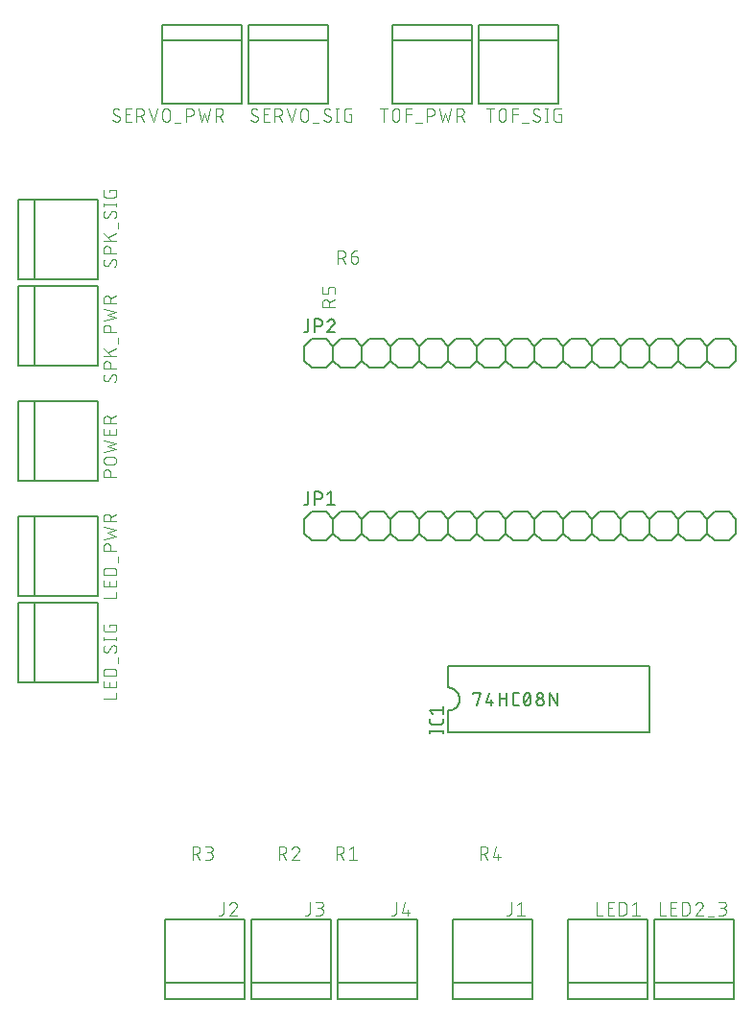
<source format=gto>
G04 EAGLE Gerber RS-274X export*
G75*
%MOMM*%
%FSLAX34Y34*%
%LPD*%
%INTop Silkscreen*%
%IPPOS*%
%AMOC8*
5,1,8,0,0,1.08239X$1,22.5*%
G01*
%ADD10C,0.152400*%
%ADD11C,0.127000*%
%ADD12C,0.101600*%


D10*
X571500Y308610D02*
X393700Y308610D01*
X393700Y250190D02*
X571500Y250190D01*
X571500Y308610D01*
X393700Y308610D02*
X393700Y289560D01*
X393700Y269240D02*
X393700Y250190D01*
X393700Y269240D02*
X393947Y269243D01*
X394195Y269252D01*
X394442Y269267D01*
X394688Y269288D01*
X394934Y269315D01*
X395179Y269348D01*
X395424Y269387D01*
X395667Y269432D01*
X395909Y269483D01*
X396150Y269540D01*
X396389Y269602D01*
X396627Y269671D01*
X396863Y269745D01*
X397097Y269825D01*
X397329Y269910D01*
X397559Y270002D01*
X397787Y270098D01*
X398012Y270201D01*
X398235Y270308D01*
X398455Y270422D01*
X398672Y270540D01*
X398887Y270664D01*
X399098Y270793D01*
X399306Y270927D01*
X399511Y271066D01*
X399712Y271210D01*
X399910Y271358D01*
X400104Y271512D01*
X400294Y271670D01*
X400480Y271833D01*
X400662Y272000D01*
X400840Y272172D01*
X401014Y272348D01*
X401184Y272528D01*
X401349Y272713D01*
X401509Y272901D01*
X401665Y273093D01*
X401817Y273289D01*
X401963Y273488D01*
X402105Y273691D01*
X402241Y273898D01*
X402373Y274107D01*
X402499Y274320D01*
X402620Y274536D01*
X402736Y274754D01*
X402846Y274976D01*
X402951Y275200D01*
X403051Y275426D01*
X403145Y275655D01*
X403233Y275886D01*
X403316Y276120D01*
X403393Y276355D01*
X403464Y276592D01*
X403530Y276830D01*
X403589Y277070D01*
X403643Y277312D01*
X403691Y277555D01*
X403733Y277798D01*
X403769Y278043D01*
X403799Y278289D01*
X403823Y278535D01*
X403841Y278782D01*
X403853Y279029D01*
X403859Y279276D01*
X403859Y279524D01*
X403853Y279771D01*
X403841Y280018D01*
X403823Y280265D01*
X403799Y280511D01*
X403769Y280757D01*
X403733Y281002D01*
X403691Y281245D01*
X403643Y281488D01*
X403589Y281730D01*
X403530Y281970D01*
X403464Y282208D01*
X403393Y282445D01*
X403316Y282680D01*
X403233Y282914D01*
X403145Y283145D01*
X403051Y283374D01*
X402951Y283600D01*
X402846Y283824D01*
X402736Y284046D01*
X402620Y284264D01*
X402499Y284480D01*
X402373Y284693D01*
X402241Y284902D01*
X402105Y285109D01*
X401963Y285312D01*
X401817Y285511D01*
X401665Y285707D01*
X401509Y285899D01*
X401349Y286087D01*
X401184Y286272D01*
X401014Y286452D01*
X400840Y286628D01*
X400662Y286800D01*
X400480Y286967D01*
X400294Y287130D01*
X400104Y287288D01*
X399910Y287442D01*
X399712Y287590D01*
X399511Y287734D01*
X399306Y287873D01*
X399098Y288007D01*
X398887Y288136D01*
X398672Y288260D01*
X398455Y288378D01*
X398235Y288492D01*
X398012Y288599D01*
X397787Y288702D01*
X397559Y288798D01*
X397329Y288890D01*
X397097Y288975D01*
X396863Y289055D01*
X396627Y289129D01*
X396389Y289198D01*
X396150Y289260D01*
X395909Y289317D01*
X395667Y289368D01*
X395424Y289413D01*
X395179Y289452D01*
X394934Y289485D01*
X394688Y289512D01*
X394442Y289533D01*
X394195Y289548D01*
X393947Y289557D01*
X393700Y289560D01*
D11*
X389255Y250825D02*
X377825Y250825D01*
X389255Y249555D02*
X389255Y252095D01*
X377825Y252095D02*
X377825Y249555D01*
X389255Y259297D02*
X389255Y261837D01*
X389255Y259297D02*
X389253Y259197D01*
X389247Y259098D01*
X389237Y258998D01*
X389224Y258900D01*
X389206Y258801D01*
X389185Y258704D01*
X389160Y258608D01*
X389131Y258512D01*
X389098Y258418D01*
X389062Y258325D01*
X389022Y258234D01*
X388978Y258144D01*
X388931Y258056D01*
X388881Y257970D01*
X388827Y257886D01*
X388770Y257804D01*
X388710Y257725D01*
X388646Y257647D01*
X388580Y257573D01*
X388511Y257501D01*
X388439Y257432D01*
X388365Y257366D01*
X388287Y257302D01*
X388208Y257242D01*
X388126Y257185D01*
X388042Y257131D01*
X387956Y257081D01*
X387868Y257034D01*
X387778Y256990D01*
X387687Y256950D01*
X387594Y256914D01*
X387500Y256881D01*
X387404Y256852D01*
X387308Y256827D01*
X387211Y256806D01*
X387112Y256788D01*
X387014Y256775D01*
X386914Y256765D01*
X386815Y256759D01*
X386715Y256757D01*
X380365Y256757D01*
X380265Y256759D01*
X380166Y256765D01*
X380066Y256775D01*
X379968Y256788D01*
X379869Y256806D01*
X379772Y256827D01*
X379676Y256852D01*
X379580Y256881D01*
X379486Y256914D01*
X379393Y256950D01*
X379302Y256990D01*
X379212Y257034D01*
X379124Y257081D01*
X379038Y257131D01*
X378954Y257185D01*
X378872Y257242D01*
X378793Y257302D01*
X378715Y257366D01*
X378641Y257432D01*
X378569Y257501D01*
X378500Y257573D01*
X378434Y257647D01*
X378370Y257725D01*
X378310Y257804D01*
X378253Y257886D01*
X378199Y257970D01*
X378149Y258056D01*
X378102Y258144D01*
X378058Y258234D01*
X378018Y258325D01*
X377982Y258418D01*
X377949Y258512D01*
X377920Y258608D01*
X377895Y258704D01*
X377874Y258801D01*
X377856Y258900D01*
X377843Y258998D01*
X377833Y259098D01*
X377827Y259197D01*
X377825Y259297D01*
X377825Y261837D01*
X380365Y266319D02*
X377825Y269494D01*
X389255Y269494D01*
X389255Y266319D02*
X389255Y272669D01*
X415925Y283845D02*
X415925Y285115D01*
X422275Y285115D01*
X419100Y273685D01*
X427355Y276225D02*
X429895Y285115D01*
X427355Y276225D02*
X433705Y276225D01*
X431800Y278765D02*
X431800Y273685D01*
X439166Y273685D02*
X439166Y285115D01*
X439166Y280035D02*
X445516Y280035D01*
X445516Y285115D02*
X445516Y273685D01*
X453480Y273685D02*
X456020Y273685D01*
X453480Y273685D02*
X453380Y273687D01*
X453281Y273693D01*
X453181Y273703D01*
X453083Y273716D01*
X452984Y273734D01*
X452887Y273755D01*
X452791Y273780D01*
X452695Y273809D01*
X452601Y273842D01*
X452508Y273878D01*
X452417Y273918D01*
X452327Y273962D01*
X452239Y274009D01*
X452153Y274059D01*
X452069Y274113D01*
X451987Y274170D01*
X451908Y274230D01*
X451830Y274294D01*
X451756Y274360D01*
X451684Y274429D01*
X451615Y274501D01*
X451549Y274575D01*
X451485Y274653D01*
X451425Y274732D01*
X451368Y274814D01*
X451314Y274898D01*
X451264Y274984D01*
X451217Y275072D01*
X451173Y275162D01*
X451133Y275253D01*
X451097Y275346D01*
X451064Y275440D01*
X451035Y275536D01*
X451010Y275632D01*
X450989Y275729D01*
X450971Y275828D01*
X450958Y275926D01*
X450948Y276026D01*
X450942Y276125D01*
X450940Y276225D01*
X450940Y282575D01*
X450942Y282675D01*
X450948Y282774D01*
X450958Y282874D01*
X450971Y282972D01*
X450989Y283071D01*
X451010Y283168D01*
X451035Y283264D01*
X451064Y283360D01*
X451097Y283454D01*
X451133Y283547D01*
X451173Y283638D01*
X451217Y283728D01*
X451264Y283816D01*
X451314Y283902D01*
X451368Y283986D01*
X451425Y284068D01*
X451485Y284147D01*
X451549Y284225D01*
X451615Y284299D01*
X451684Y284371D01*
X451756Y284440D01*
X451830Y284506D01*
X451908Y284570D01*
X451987Y284630D01*
X452069Y284687D01*
X452153Y284741D01*
X452239Y284791D01*
X452327Y284838D01*
X452417Y284882D01*
X452508Y284922D01*
X452601Y284958D01*
X452695Y284991D01*
X452791Y285020D01*
X452887Y285045D01*
X452984Y285066D01*
X453083Y285084D01*
X453181Y285097D01*
X453281Y285107D01*
X453380Y285113D01*
X453480Y285115D01*
X456020Y285115D01*
X461454Y283527D02*
X461358Y283324D01*
X461267Y283119D01*
X461181Y282911D01*
X461100Y282701D01*
X461023Y282490D01*
X460952Y282277D01*
X460886Y282062D01*
X460825Y281845D01*
X460769Y281627D01*
X460719Y281408D01*
X460673Y281188D01*
X460633Y280967D01*
X460598Y280745D01*
X460569Y280522D01*
X460545Y280298D01*
X460526Y280074D01*
X460513Y279850D01*
X460505Y279625D01*
X460502Y279400D01*
X461454Y283528D02*
X461486Y283616D01*
X461522Y283703D01*
X461561Y283789D01*
X461604Y283873D01*
X461650Y283955D01*
X461699Y284035D01*
X461751Y284113D01*
X461807Y284189D01*
X461865Y284263D01*
X461927Y284334D01*
X461991Y284403D01*
X462058Y284469D01*
X462127Y284532D01*
X462199Y284593D01*
X462273Y284651D01*
X462350Y284705D01*
X462428Y284757D01*
X462509Y284805D01*
X462591Y284850D01*
X462676Y284892D01*
X462762Y284930D01*
X462849Y284965D01*
X462937Y284997D01*
X463027Y285024D01*
X463118Y285049D01*
X463210Y285069D01*
X463302Y285086D01*
X463396Y285099D01*
X463489Y285108D01*
X463583Y285114D01*
X463677Y285116D01*
X463771Y285114D01*
X463865Y285108D01*
X463958Y285099D01*
X464052Y285086D01*
X464144Y285069D01*
X464236Y285049D01*
X464327Y285024D01*
X464417Y284997D01*
X464505Y284965D01*
X464592Y284930D01*
X464678Y284892D01*
X464763Y284850D01*
X464845Y284805D01*
X464926Y284757D01*
X465004Y284705D01*
X465081Y284651D01*
X465155Y284593D01*
X465227Y284532D01*
X465296Y284469D01*
X465363Y284403D01*
X465427Y284334D01*
X465489Y284263D01*
X465547Y284189D01*
X465603Y284113D01*
X465655Y284035D01*
X465704Y283955D01*
X465750Y283873D01*
X465793Y283789D01*
X465832Y283703D01*
X465868Y283616D01*
X465900Y283528D01*
X465900Y283527D02*
X465996Y283324D01*
X466087Y283119D01*
X466173Y282911D01*
X466254Y282701D01*
X466331Y282490D01*
X466402Y282277D01*
X466468Y282062D01*
X466529Y281845D01*
X466585Y281627D01*
X466635Y281408D01*
X466681Y281188D01*
X466721Y280967D01*
X466756Y280745D01*
X466785Y280522D01*
X466809Y280298D01*
X466828Y280074D01*
X466841Y279850D01*
X466849Y279625D01*
X466852Y279400D01*
X460502Y279400D02*
X460505Y279175D01*
X460513Y278950D01*
X460526Y278726D01*
X460545Y278502D01*
X460569Y278278D01*
X460598Y278055D01*
X460633Y277833D01*
X460673Y277612D01*
X460719Y277392D01*
X460769Y277173D01*
X460825Y276955D01*
X460886Y276738D01*
X460952Y276523D01*
X461023Y276310D01*
X461100Y276099D01*
X461181Y275889D01*
X461267Y275681D01*
X461358Y275476D01*
X461454Y275273D01*
X461486Y275185D01*
X461522Y275098D01*
X461561Y275012D01*
X461604Y274928D01*
X461650Y274846D01*
X461699Y274766D01*
X461751Y274688D01*
X461807Y274612D01*
X461865Y274538D01*
X461927Y274467D01*
X461991Y274398D01*
X462058Y274332D01*
X462127Y274269D01*
X462199Y274208D01*
X462273Y274150D01*
X462350Y274096D01*
X462428Y274044D01*
X462509Y273996D01*
X462591Y273951D01*
X462676Y273909D01*
X462762Y273871D01*
X462849Y273836D01*
X462937Y273804D01*
X463027Y273777D01*
X463118Y273752D01*
X463210Y273732D01*
X463302Y273715D01*
X463396Y273702D01*
X463489Y273693D01*
X463583Y273687D01*
X463677Y273685D01*
X465900Y275273D02*
X465996Y275476D01*
X466087Y275681D01*
X466173Y275889D01*
X466254Y276099D01*
X466331Y276310D01*
X466402Y276523D01*
X466468Y276738D01*
X466529Y276955D01*
X466585Y277173D01*
X466635Y277392D01*
X466681Y277612D01*
X466721Y277833D01*
X466756Y278055D01*
X466785Y278278D01*
X466809Y278502D01*
X466828Y278726D01*
X466841Y278950D01*
X466849Y279175D01*
X466852Y279400D01*
X465900Y275273D02*
X465868Y275185D01*
X465832Y275098D01*
X465793Y275012D01*
X465750Y274928D01*
X465704Y274846D01*
X465655Y274766D01*
X465603Y274688D01*
X465547Y274612D01*
X465489Y274538D01*
X465427Y274467D01*
X465363Y274398D01*
X465296Y274332D01*
X465227Y274269D01*
X465155Y274208D01*
X465081Y274150D01*
X465004Y274096D01*
X464926Y274044D01*
X464845Y273996D01*
X464763Y273951D01*
X464678Y273909D01*
X464592Y273871D01*
X464505Y273836D01*
X464417Y273804D01*
X464327Y273777D01*
X464236Y273752D01*
X464144Y273732D01*
X464052Y273715D01*
X463958Y273702D01*
X463865Y273693D01*
X463771Y273687D01*
X463677Y273685D01*
X461137Y276225D02*
X466217Y282575D01*
X471932Y276860D02*
X471934Y276971D01*
X471940Y277081D01*
X471949Y277192D01*
X471963Y277302D01*
X471980Y277411D01*
X472001Y277520D01*
X472026Y277628D01*
X472055Y277735D01*
X472087Y277841D01*
X472123Y277946D01*
X472163Y278049D01*
X472206Y278151D01*
X472253Y278252D01*
X472304Y278351D01*
X472357Y278448D01*
X472414Y278542D01*
X472475Y278635D01*
X472538Y278726D01*
X472605Y278815D01*
X472675Y278901D01*
X472748Y278984D01*
X472823Y279066D01*
X472901Y279144D01*
X472983Y279219D01*
X473066Y279292D01*
X473152Y279362D01*
X473241Y279429D01*
X473332Y279492D01*
X473425Y279553D01*
X473520Y279610D01*
X473616Y279663D01*
X473715Y279714D01*
X473816Y279761D01*
X473918Y279804D01*
X474021Y279844D01*
X474126Y279880D01*
X474232Y279912D01*
X474339Y279941D01*
X474447Y279966D01*
X474556Y279987D01*
X474665Y280004D01*
X474775Y280018D01*
X474886Y280027D01*
X474996Y280033D01*
X475107Y280035D01*
X475218Y280033D01*
X475328Y280027D01*
X475439Y280018D01*
X475549Y280004D01*
X475658Y279987D01*
X475767Y279966D01*
X475875Y279941D01*
X475982Y279912D01*
X476088Y279880D01*
X476193Y279844D01*
X476296Y279804D01*
X476398Y279761D01*
X476499Y279714D01*
X476598Y279663D01*
X476695Y279610D01*
X476789Y279553D01*
X476882Y279492D01*
X476973Y279429D01*
X477062Y279362D01*
X477148Y279292D01*
X477231Y279219D01*
X477313Y279144D01*
X477391Y279066D01*
X477466Y278984D01*
X477539Y278901D01*
X477609Y278815D01*
X477676Y278726D01*
X477739Y278635D01*
X477800Y278542D01*
X477857Y278448D01*
X477910Y278351D01*
X477961Y278252D01*
X478008Y278151D01*
X478051Y278049D01*
X478091Y277946D01*
X478127Y277841D01*
X478159Y277735D01*
X478188Y277628D01*
X478213Y277520D01*
X478234Y277411D01*
X478251Y277302D01*
X478265Y277192D01*
X478274Y277081D01*
X478280Y276971D01*
X478282Y276860D01*
X478280Y276749D01*
X478274Y276639D01*
X478265Y276528D01*
X478251Y276418D01*
X478234Y276309D01*
X478213Y276200D01*
X478188Y276092D01*
X478159Y275985D01*
X478127Y275879D01*
X478091Y275774D01*
X478051Y275671D01*
X478008Y275569D01*
X477961Y275468D01*
X477910Y275369D01*
X477857Y275272D01*
X477800Y275178D01*
X477739Y275085D01*
X477676Y274994D01*
X477609Y274905D01*
X477539Y274819D01*
X477466Y274736D01*
X477391Y274654D01*
X477313Y274576D01*
X477231Y274501D01*
X477148Y274428D01*
X477062Y274358D01*
X476973Y274291D01*
X476882Y274228D01*
X476789Y274167D01*
X476694Y274110D01*
X476598Y274057D01*
X476499Y274006D01*
X476398Y273959D01*
X476296Y273916D01*
X476193Y273876D01*
X476088Y273840D01*
X475982Y273808D01*
X475875Y273779D01*
X475767Y273754D01*
X475658Y273733D01*
X475549Y273716D01*
X475439Y273702D01*
X475328Y273693D01*
X475218Y273687D01*
X475107Y273685D01*
X474996Y273687D01*
X474886Y273693D01*
X474775Y273702D01*
X474665Y273716D01*
X474556Y273733D01*
X474447Y273754D01*
X474339Y273779D01*
X474232Y273808D01*
X474126Y273840D01*
X474021Y273876D01*
X473918Y273916D01*
X473816Y273959D01*
X473715Y274006D01*
X473616Y274057D01*
X473520Y274110D01*
X473425Y274167D01*
X473332Y274228D01*
X473241Y274291D01*
X473152Y274358D01*
X473066Y274428D01*
X472983Y274501D01*
X472901Y274576D01*
X472823Y274654D01*
X472748Y274736D01*
X472675Y274819D01*
X472605Y274905D01*
X472538Y274994D01*
X472475Y275085D01*
X472414Y275178D01*
X472357Y275273D01*
X472304Y275369D01*
X472253Y275468D01*
X472206Y275569D01*
X472163Y275671D01*
X472123Y275774D01*
X472087Y275879D01*
X472055Y275985D01*
X472026Y276092D01*
X472001Y276200D01*
X471980Y276309D01*
X471963Y276418D01*
X471949Y276528D01*
X471940Y276639D01*
X471934Y276749D01*
X471932Y276860D01*
X472567Y282575D02*
X472569Y282675D01*
X472575Y282774D01*
X472585Y282874D01*
X472598Y282972D01*
X472616Y283071D01*
X472637Y283168D01*
X472662Y283264D01*
X472691Y283360D01*
X472724Y283454D01*
X472760Y283547D01*
X472800Y283638D01*
X472844Y283728D01*
X472891Y283816D01*
X472941Y283902D01*
X472995Y283986D01*
X473052Y284068D01*
X473112Y284147D01*
X473176Y284225D01*
X473242Y284299D01*
X473311Y284371D01*
X473383Y284440D01*
X473457Y284506D01*
X473535Y284570D01*
X473614Y284630D01*
X473696Y284687D01*
X473780Y284741D01*
X473866Y284791D01*
X473954Y284838D01*
X474044Y284882D01*
X474135Y284922D01*
X474228Y284958D01*
X474322Y284991D01*
X474418Y285020D01*
X474514Y285045D01*
X474611Y285066D01*
X474710Y285084D01*
X474808Y285097D01*
X474908Y285107D01*
X475007Y285113D01*
X475107Y285115D01*
X475207Y285113D01*
X475306Y285107D01*
X475406Y285097D01*
X475504Y285084D01*
X475603Y285066D01*
X475700Y285045D01*
X475796Y285020D01*
X475892Y284991D01*
X475986Y284958D01*
X476079Y284922D01*
X476170Y284882D01*
X476260Y284838D01*
X476348Y284791D01*
X476434Y284741D01*
X476518Y284687D01*
X476600Y284630D01*
X476679Y284570D01*
X476757Y284506D01*
X476831Y284440D01*
X476903Y284371D01*
X476972Y284299D01*
X477038Y284225D01*
X477102Y284147D01*
X477162Y284068D01*
X477219Y283986D01*
X477273Y283902D01*
X477323Y283816D01*
X477370Y283728D01*
X477414Y283638D01*
X477454Y283547D01*
X477490Y283454D01*
X477523Y283360D01*
X477552Y283264D01*
X477577Y283168D01*
X477598Y283071D01*
X477616Y282972D01*
X477629Y282874D01*
X477639Y282774D01*
X477645Y282675D01*
X477647Y282575D01*
X477645Y282475D01*
X477639Y282376D01*
X477629Y282276D01*
X477616Y282178D01*
X477598Y282079D01*
X477577Y281982D01*
X477552Y281886D01*
X477523Y281790D01*
X477490Y281696D01*
X477454Y281603D01*
X477414Y281512D01*
X477370Y281422D01*
X477323Y281334D01*
X477273Y281248D01*
X477219Y281164D01*
X477162Y281082D01*
X477102Y281003D01*
X477038Y280925D01*
X476972Y280851D01*
X476903Y280779D01*
X476831Y280710D01*
X476757Y280644D01*
X476679Y280580D01*
X476600Y280520D01*
X476518Y280463D01*
X476434Y280409D01*
X476348Y280359D01*
X476260Y280312D01*
X476170Y280268D01*
X476079Y280228D01*
X475986Y280192D01*
X475892Y280159D01*
X475796Y280130D01*
X475700Y280105D01*
X475603Y280084D01*
X475504Y280066D01*
X475406Y280053D01*
X475306Y280043D01*
X475207Y280037D01*
X475107Y280035D01*
X475007Y280037D01*
X474908Y280043D01*
X474808Y280053D01*
X474710Y280066D01*
X474611Y280084D01*
X474514Y280105D01*
X474418Y280130D01*
X474322Y280159D01*
X474228Y280192D01*
X474135Y280228D01*
X474044Y280268D01*
X473954Y280312D01*
X473866Y280359D01*
X473780Y280409D01*
X473696Y280463D01*
X473614Y280520D01*
X473535Y280580D01*
X473457Y280644D01*
X473383Y280710D01*
X473311Y280779D01*
X473242Y280851D01*
X473176Y280925D01*
X473112Y281003D01*
X473052Y281082D01*
X472995Y281164D01*
X472941Y281248D01*
X472891Y281334D01*
X472844Y281422D01*
X472800Y281512D01*
X472760Y281603D01*
X472724Y281696D01*
X472691Y281790D01*
X472662Y281886D01*
X472637Y281982D01*
X472616Y282079D01*
X472598Y282178D01*
X472585Y282276D01*
X472575Y282376D01*
X472569Y282475D01*
X472567Y282575D01*
X483743Y285115D02*
X483743Y273685D01*
X490093Y273685D02*
X483743Y285115D01*
X490093Y285115D02*
X490093Y273685D01*
X84800Y542000D02*
X28800Y542000D01*
X14800Y542000D01*
X14800Y472000D01*
X28800Y472000D01*
X84800Y472000D01*
X84800Y542000D01*
X28800Y542000D02*
X28800Y472000D01*
D12*
X89408Y475488D02*
X101092Y475488D01*
X89408Y475488D02*
X89408Y478734D01*
X89410Y478847D01*
X89416Y478960D01*
X89426Y479073D01*
X89440Y479186D01*
X89457Y479298D01*
X89479Y479409D01*
X89504Y479519D01*
X89534Y479629D01*
X89567Y479737D01*
X89604Y479844D01*
X89644Y479950D01*
X89689Y480054D01*
X89737Y480157D01*
X89788Y480258D01*
X89843Y480357D01*
X89901Y480454D01*
X89963Y480549D01*
X90028Y480642D01*
X90096Y480732D01*
X90167Y480820D01*
X90242Y480906D01*
X90319Y480989D01*
X90399Y481069D01*
X90482Y481146D01*
X90568Y481221D01*
X90656Y481292D01*
X90746Y481360D01*
X90839Y481425D01*
X90934Y481487D01*
X91031Y481545D01*
X91130Y481600D01*
X91231Y481651D01*
X91334Y481699D01*
X91438Y481744D01*
X91544Y481784D01*
X91651Y481821D01*
X91759Y481854D01*
X91869Y481884D01*
X91979Y481909D01*
X92090Y481931D01*
X92202Y481948D01*
X92315Y481962D01*
X92428Y481972D01*
X92541Y481978D01*
X92654Y481980D01*
X92767Y481978D01*
X92880Y481972D01*
X92993Y481962D01*
X93106Y481948D01*
X93218Y481931D01*
X93329Y481909D01*
X93439Y481884D01*
X93549Y481854D01*
X93657Y481821D01*
X93764Y481784D01*
X93870Y481744D01*
X93974Y481699D01*
X94077Y481651D01*
X94178Y481600D01*
X94277Y481545D01*
X94374Y481487D01*
X94469Y481425D01*
X94562Y481360D01*
X94652Y481292D01*
X94740Y481221D01*
X94826Y481146D01*
X94909Y481069D01*
X94989Y480989D01*
X95066Y480906D01*
X95141Y480820D01*
X95212Y480732D01*
X95280Y480642D01*
X95345Y480549D01*
X95407Y480454D01*
X95465Y480357D01*
X95520Y480258D01*
X95571Y480157D01*
X95619Y480054D01*
X95664Y479950D01*
X95704Y479844D01*
X95741Y479737D01*
X95774Y479629D01*
X95804Y479519D01*
X95829Y479409D01*
X95851Y479298D01*
X95868Y479186D01*
X95882Y479073D01*
X95892Y478960D01*
X95898Y478847D01*
X95900Y478734D01*
X95899Y478734D02*
X95899Y475488D01*
X97846Y486368D02*
X92654Y486368D01*
X92654Y486367D02*
X92541Y486369D01*
X92428Y486375D01*
X92315Y486385D01*
X92202Y486399D01*
X92090Y486416D01*
X91979Y486438D01*
X91869Y486463D01*
X91759Y486493D01*
X91651Y486526D01*
X91544Y486563D01*
X91438Y486603D01*
X91334Y486648D01*
X91231Y486696D01*
X91130Y486747D01*
X91031Y486802D01*
X90934Y486860D01*
X90839Y486922D01*
X90746Y486987D01*
X90656Y487055D01*
X90568Y487126D01*
X90482Y487201D01*
X90399Y487278D01*
X90319Y487358D01*
X90242Y487441D01*
X90167Y487527D01*
X90096Y487615D01*
X90028Y487705D01*
X89963Y487798D01*
X89901Y487893D01*
X89843Y487990D01*
X89788Y488089D01*
X89737Y488190D01*
X89689Y488293D01*
X89644Y488397D01*
X89604Y488503D01*
X89567Y488610D01*
X89534Y488718D01*
X89504Y488828D01*
X89479Y488938D01*
X89457Y489049D01*
X89440Y489161D01*
X89426Y489274D01*
X89416Y489387D01*
X89410Y489500D01*
X89408Y489613D01*
X89410Y489726D01*
X89416Y489839D01*
X89426Y489952D01*
X89440Y490065D01*
X89457Y490177D01*
X89479Y490288D01*
X89504Y490398D01*
X89534Y490508D01*
X89567Y490616D01*
X89604Y490723D01*
X89644Y490829D01*
X89689Y490933D01*
X89737Y491036D01*
X89788Y491137D01*
X89843Y491236D01*
X89901Y491333D01*
X89963Y491428D01*
X90028Y491521D01*
X90096Y491611D01*
X90167Y491699D01*
X90242Y491785D01*
X90319Y491868D01*
X90399Y491948D01*
X90482Y492025D01*
X90568Y492100D01*
X90656Y492171D01*
X90746Y492239D01*
X90839Y492304D01*
X90934Y492366D01*
X91031Y492424D01*
X91130Y492479D01*
X91231Y492530D01*
X91334Y492578D01*
X91438Y492623D01*
X91544Y492663D01*
X91651Y492700D01*
X91759Y492733D01*
X91869Y492763D01*
X91979Y492788D01*
X92090Y492810D01*
X92202Y492827D01*
X92315Y492841D01*
X92428Y492851D01*
X92541Y492857D01*
X92654Y492859D01*
X97846Y492859D01*
X97959Y492857D01*
X98072Y492851D01*
X98185Y492841D01*
X98298Y492827D01*
X98410Y492810D01*
X98521Y492788D01*
X98631Y492763D01*
X98741Y492733D01*
X98849Y492700D01*
X98956Y492663D01*
X99062Y492623D01*
X99166Y492578D01*
X99269Y492530D01*
X99370Y492479D01*
X99469Y492424D01*
X99566Y492366D01*
X99661Y492304D01*
X99754Y492239D01*
X99844Y492171D01*
X99932Y492100D01*
X100018Y492025D01*
X100101Y491948D01*
X100181Y491868D01*
X100258Y491785D01*
X100333Y491699D01*
X100404Y491611D01*
X100472Y491521D01*
X100537Y491428D01*
X100599Y491333D01*
X100657Y491236D01*
X100712Y491137D01*
X100763Y491036D01*
X100811Y490933D01*
X100856Y490829D01*
X100896Y490723D01*
X100933Y490616D01*
X100966Y490508D01*
X100996Y490398D01*
X101021Y490288D01*
X101043Y490177D01*
X101060Y490065D01*
X101074Y489952D01*
X101084Y489839D01*
X101090Y489726D01*
X101092Y489613D01*
X101090Y489500D01*
X101084Y489387D01*
X101074Y489274D01*
X101060Y489161D01*
X101043Y489049D01*
X101021Y488938D01*
X100996Y488828D01*
X100966Y488718D01*
X100933Y488610D01*
X100896Y488503D01*
X100856Y488397D01*
X100811Y488293D01*
X100763Y488190D01*
X100712Y488089D01*
X100657Y487990D01*
X100599Y487893D01*
X100537Y487798D01*
X100472Y487705D01*
X100404Y487615D01*
X100333Y487527D01*
X100258Y487441D01*
X100181Y487358D01*
X100101Y487278D01*
X100018Y487201D01*
X99932Y487126D01*
X99844Y487055D01*
X99754Y486987D01*
X99661Y486922D01*
X99566Y486860D01*
X99469Y486802D01*
X99370Y486747D01*
X99269Y486696D01*
X99166Y486648D01*
X99062Y486603D01*
X98956Y486563D01*
X98849Y486526D01*
X98741Y486493D01*
X98631Y486463D01*
X98521Y486438D01*
X98410Y486416D01*
X98298Y486399D01*
X98185Y486385D01*
X98072Y486375D01*
X97959Y486369D01*
X97846Y486367D01*
X89408Y497374D02*
X101092Y499971D01*
X93303Y502567D01*
X101092Y505164D01*
X89408Y507760D01*
X101092Y512679D02*
X101092Y517872D01*
X101092Y512679D02*
X89408Y512679D01*
X89408Y517872D01*
X94601Y516574D02*
X94601Y512679D01*
X89408Y522636D02*
X101092Y522636D01*
X89408Y522636D02*
X89408Y525882D01*
X89410Y525995D01*
X89416Y526108D01*
X89426Y526221D01*
X89440Y526334D01*
X89457Y526446D01*
X89479Y526557D01*
X89504Y526667D01*
X89534Y526777D01*
X89567Y526885D01*
X89604Y526992D01*
X89644Y527098D01*
X89689Y527202D01*
X89737Y527305D01*
X89788Y527406D01*
X89843Y527505D01*
X89901Y527602D01*
X89963Y527697D01*
X90028Y527790D01*
X90096Y527880D01*
X90167Y527968D01*
X90242Y528054D01*
X90319Y528137D01*
X90399Y528217D01*
X90482Y528294D01*
X90568Y528369D01*
X90656Y528440D01*
X90746Y528508D01*
X90839Y528573D01*
X90934Y528635D01*
X91031Y528693D01*
X91130Y528748D01*
X91231Y528799D01*
X91334Y528847D01*
X91438Y528892D01*
X91544Y528932D01*
X91651Y528969D01*
X91759Y529002D01*
X91869Y529032D01*
X91979Y529057D01*
X92090Y529079D01*
X92202Y529096D01*
X92315Y529110D01*
X92428Y529120D01*
X92541Y529126D01*
X92654Y529128D01*
X92767Y529126D01*
X92880Y529120D01*
X92993Y529110D01*
X93106Y529096D01*
X93218Y529079D01*
X93329Y529057D01*
X93439Y529032D01*
X93549Y529002D01*
X93657Y528969D01*
X93764Y528932D01*
X93870Y528892D01*
X93974Y528847D01*
X94077Y528799D01*
X94178Y528748D01*
X94277Y528693D01*
X94374Y528635D01*
X94469Y528573D01*
X94562Y528508D01*
X94652Y528440D01*
X94740Y528369D01*
X94826Y528294D01*
X94909Y528217D01*
X94989Y528137D01*
X95066Y528054D01*
X95141Y527968D01*
X95212Y527880D01*
X95280Y527790D01*
X95345Y527697D01*
X95407Y527602D01*
X95465Y527505D01*
X95520Y527406D01*
X95571Y527305D01*
X95619Y527202D01*
X95664Y527098D01*
X95704Y526992D01*
X95741Y526885D01*
X95774Y526777D01*
X95804Y526667D01*
X95829Y526557D01*
X95851Y526446D01*
X95868Y526334D01*
X95882Y526221D01*
X95892Y526108D01*
X95898Y525995D01*
X95900Y525882D01*
X95899Y525882D02*
X95899Y522636D01*
X95899Y526531D02*
X101092Y529127D01*
D11*
X143800Y84800D02*
X143800Y28800D01*
X143800Y14800D01*
X213800Y14800D01*
X213800Y28800D01*
X213800Y84800D01*
X143800Y84800D01*
X143800Y28800D02*
X213800Y28800D01*
D12*
X195528Y91204D02*
X195528Y100292D01*
X195527Y91204D02*
X195525Y91105D01*
X195519Y91005D01*
X195510Y90906D01*
X195497Y90808D01*
X195480Y90710D01*
X195459Y90612D01*
X195434Y90516D01*
X195406Y90421D01*
X195374Y90327D01*
X195339Y90234D01*
X195300Y90142D01*
X195257Y90052D01*
X195212Y89964D01*
X195162Y89877D01*
X195110Y89793D01*
X195054Y89710D01*
X194996Y89630D01*
X194934Y89552D01*
X194869Y89477D01*
X194801Y89404D01*
X194731Y89334D01*
X194658Y89266D01*
X194583Y89201D01*
X194505Y89139D01*
X194425Y89081D01*
X194342Y89025D01*
X194258Y88973D01*
X194171Y88923D01*
X194083Y88878D01*
X193993Y88835D01*
X193901Y88796D01*
X193808Y88761D01*
X193714Y88729D01*
X193619Y88701D01*
X193523Y88676D01*
X193425Y88655D01*
X193327Y88638D01*
X193229Y88625D01*
X193130Y88616D01*
X193030Y88610D01*
X192931Y88608D01*
X191633Y88608D01*
X204371Y100292D02*
X204478Y100290D01*
X204584Y100284D01*
X204690Y100274D01*
X204796Y100261D01*
X204902Y100243D01*
X205006Y100222D01*
X205110Y100197D01*
X205213Y100168D01*
X205314Y100136D01*
X205414Y100099D01*
X205513Y100059D01*
X205611Y100016D01*
X205707Y99969D01*
X205801Y99918D01*
X205893Y99864D01*
X205983Y99807D01*
X206071Y99747D01*
X206156Y99683D01*
X206239Y99616D01*
X206320Y99546D01*
X206398Y99474D01*
X206474Y99398D01*
X206546Y99320D01*
X206616Y99239D01*
X206683Y99156D01*
X206747Y99071D01*
X206807Y98983D01*
X206864Y98893D01*
X206918Y98801D01*
X206969Y98707D01*
X207016Y98611D01*
X207059Y98513D01*
X207099Y98414D01*
X207136Y98314D01*
X207168Y98213D01*
X207197Y98110D01*
X207222Y98006D01*
X207243Y97902D01*
X207261Y97796D01*
X207274Y97690D01*
X207284Y97584D01*
X207290Y97478D01*
X207292Y97371D01*
X204371Y100292D02*
X204250Y100290D01*
X204129Y100284D01*
X204009Y100274D01*
X203888Y100261D01*
X203769Y100243D01*
X203649Y100222D01*
X203531Y100197D01*
X203414Y100168D01*
X203297Y100135D01*
X203182Y100099D01*
X203068Y100058D01*
X202955Y100015D01*
X202843Y99967D01*
X202734Y99916D01*
X202626Y99861D01*
X202519Y99803D01*
X202415Y99742D01*
X202313Y99677D01*
X202213Y99609D01*
X202115Y99538D01*
X202019Y99464D01*
X201926Y99387D01*
X201836Y99306D01*
X201748Y99223D01*
X201663Y99137D01*
X201580Y99048D01*
X201501Y98957D01*
X201424Y98863D01*
X201351Y98767D01*
X201281Y98669D01*
X201214Y98568D01*
X201150Y98465D01*
X201090Y98360D01*
X201033Y98253D01*
X200979Y98145D01*
X200929Y98035D01*
X200883Y97923D01*
X200840Y97810D01*
X200801Y97695D01*
X206319Y95099D02*
X206398Y95176D01*
X206474Y95257D01*
X206547Y95340D01*
X206617Y95425D01*
X206684Y95513D01*
X206748Y95603D01*
X206808Y95695D01*
X206865Y95790D01*
X206919Y95886D01*
X206970Y95984D01*
X207017Y96084D01*
X207061Y96186D01*
X207101Y96289D01*
X207137Y96393D01*
X207169Y96499D01*
X207198Y96605D01*
X207223Y96713D01*
X207245Y96821D01*
X207262Y96931D01*
X207276Y97040D01*
X207285Y97150D01*
X207291Y97261D01*
X207293Y97371D01*
X206318Y95099D02*
X200801Y88608D01*
X207292Y88608D01*
D11*
X220000Y84800D02*
X220000Y28800D01*
X220000Y14800D01*
X290000Y14800D01*
X290000Y28800D01*
X290000Y84800D01*
X220000Y84800D01*
X220000Y28800D02*
X290000Y28800D01*
D12*
X271728Y91204D02*
X271728Y100292D01*
X271727Y91204D02*
X271725Y91105D01*
X271719Y91005D01*
X271710Y90906D01*
X271697Y90808D01*
X271680Y90710D01*
X271659Y90612D01*
X271634Y90516D01*
X271606Y90421D01*
X271574Y90327D01*
X271539Y90234D01*
X271500Y90142D01*
X271457Y90052D01*
X271412Y89964D01*
X271362Y89877D01*
X271310Y89793D01*
X271254Y89710D01*
X271196Y89630D01*
X271134Y89552D01*
X271069Y89477D01*
X271001Y89404D01*
X270931Y89334D01*
X270858Y89266D01*
X270783Y89201D01*
X270705Y89139D01*
X270625Y89081D01*
X270542Y89025D01*
X270458Y88973D01*
X270371Y88923D01*
X270283Y88878D01*
X270193Y88835D01*
X270101Y88796D01*
X270008Y88761D01*
X269914Y88729D01*
X269819Y88701D01*
X269723Y88676D01*
X269625Y88655D01*
X269527Y88638D01*
X269429Y88625D01*
X269330Y88616D01*
X269230Y88610D01*
X269131Y88608D01*
X267833Y88608D01*
X277001Y88608D02*
X280246Y88608D01*
X280359Y88610D01*
X280472Y88616D01*
X280585Y88626D01*
X280698Y88640D01*
X280810Y88657D01*
X280921Y88679D01*
X281031Y88704D01*
X281141Y88734D01*
X281249Y88767D01*
X281356Y88804D01*
X281462Y88844D01*
X281566Y88889D01*
X281669Y88937D01*
X281770Y88988D01*
X281869Y89043D01*
X281966Y89101D01*
X282061Y89163D01*
X282154Y89228D01*
X282244Y89296D01*
X282332Y89367D01*
X282418Y89442D01*
X282501Y89519D01*
X282581Y89599D01*
X282658Y89682D01*
X282733Y89768D01*
X282804Y89856D01*
X282872Y89946D01*
X282937Y90039D01*
X282999Y90134D01*
X283057Y90231D01*
X283112Y90330D01*
X283163Y90431D01*
X283211Y90534D01*
X283256Y90638D01*
X283296Y90744D01*
X283333Y90851D01*
X283366Y90959D01*
X283396Y91069D01*
X283421Y91179D01*
X283443Y91290D01*
X283460Y91402D01*
X283474Y91515D01*
X283484Y91628D01*
X283490Y91741D01*
X283492Y91854D01*
X283490Y91967D01*
X283484Y92080D01*
X283474Y92193D01*
X283460Y92306D01*
X283443Y92418D01*
X283421Y92529D01*
X283396Y92639D01*
X283366Y92749D01*
X283333Y92857D01*
X283296Y92964D01*
X283256Y93070D01*
X283211Y93174D01*
X283163Y93277D01*
X283112Y93378D01*
X283057Y93477D01*
X282999Y93574D01*
X282937Y93669D01*
X282872Y93762D01*
X282804Y93852D01*
X282733Y93940D01*
X282658Y94026D01*
X282581Y94109D01*
X282501Y94189D01*
X282418Y94266D01*
X282332Y94341D01*
X282244Y94412D01*
X282154Y94480D01*
X282061Y94545D01*
X281966Y94607D01*
X281869Y94665D01*
X281770Y94720D01*
X281669Y94771D01*
X281566Y94819D01*
X281462Y94864D01*
X281356Y94904D01*
X281249Y94941D01*
X281141Y94974D01*
X281031Y95004D01*
X280921Y95029D01*
X280810Y95051D01*
X280698Y95068D01*
X280585Y95082D01*
X280472Y95092D01*
X280359Y95098D01*
X280246Y95100D01*
X280896Y100292D02*
X277001Y100292D01*
X280896Y100292D02*
X280997Y100290D01*
X281097Y100284D01*
X281197Y100274D01*
X281297Y100261D01*
X281396Y100243D01*
X281495Y100222D01*
X281592Y100197D01*
X281689Y100168D01*
X281784Y100135D01*
X281878Y100099D01*
X281970Y100059D01*
X282061Y100016D01*
X282150Y99969D01*
X282237Y99919D01*
X282323Y99865D01*
X282406Y99808D01*
X282486Y99748D01*
X282565Y99685D01*
X282641Y99618D01*
X282714Y99549D01*
X282784Y99477D01*
X282852Y99403D01*
X282917Y99326D01*
X282978Y99246D01*
X283037Y99164D01*
X283092Y99080D01*
X283144Y98994D01*
X283193Y98906D01*
X283238Y98816D01*
X283280Y98724D01*
X283318Y98631D01*
X283352Y98536D01*
X283383Y98441D01*
X283410Y98344D01*
X283433Y98246D01*
X283453Y98147D01*
X283468Y98047D01*
X283480Y97947D01*
X283488Y97847D01*
X283492Y97746D01*
X283492Y97646D01*
X283488Y97545D01*
X283480Y97445D01*
X283468Y97345D01*
X283453Y97245D01*
X283433Y97146D01*
X283410Y97048D01*
X283383Y96951D01*
X283352Y96856D01*
X283318Y96761D01*
X283280Y96668D01*
X283238Y96576D01*
X283193Y96486D01*
X283144Y96398D01*
X283092Y96312D01*
X283037Y96228D01*
X282978Y96146D01*
X282917Y96066D01*
X282852Y95989D01*
X282784Y95915D01*
X282714Y95843D01*
X282641Y95774D01*
X282565Y95707D01*
X282486Y95644D01*
X282406Y95584D01*
X282323Y95527D01*
X282237Y95473D01*
X282150Y95423D01*
X282061Y95376D01*
X281970Y95333D01*
X281878Y95293D01*
X281784Y95257D01*
X281689Y95224D01*
X281592Y95195D01*
X281495Y95170D01*
X281396Y95149D01*
X281297Y95131D01*
X281197Y95118D01*
X281097Y95108D01*
X280997Y95102D01*
X280896Y95100D01*
X280896Y95099D02*
X278299Y95099D01*
D11*
X296200Y84800D02*
X296200Y28800D01*
X296200Y14800D01*
X366200Y14800D01*
X366200Y28800D01*
X366200Y84800D01*
X296200Y84800D01*
X296200Y28800D02*
X366200Y28800D01*
D12*
X347928Y91204D02*
X347928Y100292D01*
X347927Y91204D02*
X347925Y91105D01*
X347919Y91005D01*
X347910Y90906D01*
X347897Y90808D01*
X347880Y90710D01*
X347859Y90612D01*
X347834Y90516D01*
X347806Y90421D01*
X347774Y90327D01*
X347739Y90234D01*
X347700Y90142D01*
X347657Y90052D01*
X347612Y89964D01*
X347562Y89877D01*
X347510Y89793D01*
X347454Y89710D01*
X347396Y89630D01*
X347334Y89552D01*
X347269Y89477D01*
X347201Y89404D01*
X347131Y89334D01*
X347058Y89266D01*
X346983Y89201D01*
X346905Y89139D01*
X346825Y89081D01*
X346742Y89025D01*
X346658Y88973D01*
X346571Y88923D01*
X346483Y88878D01*
X346393Y88835D01*
X346301Y88796D01*
X346208Y88761D01*
X346114Y88729D01*
X346019Y88701D01*
X345923Y88676D01*
X345825Y88655D01*
X345727Y88638D01*
X345629Y88625D01*
X345530Y88616D01*
X345430Y88610D01*
X345331Y88608D01*
X344033Y88608D01*
X353201Y91204D02*
X355797Y100292D01*
X353201Y91204D02*
X359692Y91204D01*
X357745Y93801D02*
X357745Y88608D01*
D11*
X211800Y804200D02*
X211800Y860200D01*
X211800Y874200D01*
X141800Y874200D01*
X141800Y860200D01*
X141800Y804200D01*
X211800Y804200D01*
X211800Y860200D02*
X141800Y860200D01*
D12*
X103999Y791304D02*
X103997Y791205D01*
X103991Y791105D01*
X103982Y791006D01*
X103969Y790908D01*
X103952Y790810D01*
X103931Y790712D01*
X103906Y790616D01*
X103878Y790521D01*
X103846Y790427D01*
X103811Y790334D01*
X103772Y790242D01*
X103729Y790152D01*
X103684Y790064D01*
X103634Y789977D01*
X103582Y789893D01*
X103526Y789810D01*
X103468Y789730D01*
X103406Y789652D01*
X103341Y789577D01*
X103273Y789504D01*
X103203Y789434D01*
X103130Y789366D01*
X103055Y789301D01*
X102977Y789239D01*
X102897Y789181D01*
X102814Y789125D01*
X102730Y789073D01*
X102643Y789023D01*
X102555Y788978D01*
X102465Y788935D01*
X102373Y788896D01*
X102280Y788861D01*
X102186Y788829D01*
X102091Y788801D01*
X101995Y788776D01*
X101897Y788755D01*
X101799Y788738D01*
X101701Y788725D01*
X101602Y788716D01*
X101502Y788710D01*
X101403Y788708D01*
X101259Y788710D01*
X101114Y788716D01*
X100970Y788725D01*
X100827Y788738D01*
X100683Y788755D01*
X100540Y788776D01*
X100398Y788801D01*
X100257Y788829D01*
X100116Y788861D01*
X99976Y788897D01*
X99837Y788936D01*
X99699Y788979D01*
X99563Y789026D01*
X99427Y789076D01*
X99293Y789130D01*
X99161Y789187D01*
X99030Y789248D01*
X98901Y789312D01*
X98773Y789380D01*
X98647Y789450D01*
X98523Y789525D01*
X98402Y789602D01*
X98282Y789683D01*
X98164Y789766D01*
X98049Y789853D01*
X97936Y789943D01*
X97825Y790036D01*
X97717Y790131D01*
X97611Y790230D01*
X97508Y790331D01*
X97833Y797796D02*
X97835Y797895D01*
X97841Y797995D01*
X97850Y798094D01*
X97863Y798192D01*
X97880Y798290D01*
X97901Y798388D01*
X97926Y798484D01*
X97954Y798579D01*
X97986Y798673D01*
X98021Y798766D01*
X98060Y798858D01*
X98103Y798948D01*
X98148Y799036D01*
X98198Y799123D01*
X98250Y799207D01*
X98306Y799290D01*
X98364Y799370D01*
X98426Y799448D01*
X98491Y799523D01*
X98559Y799596D01*
X98629Y799666D01*
X98702Y799734D01*
X98777Y799799D01*
X98855Y799861D01*
X98935Y799919D01*
X99018Y799975D01*
X99102Y800027D01*
X99189Y800077D01*
X99277Y800122D01*
X99367Y800165D01*
X99459Y800204D01*
X99552Y800239D01*
X99646Y800271D01*
X99741Y800299D01*
X99838Y800324D01*
X99935Y800345D01*
X100033Y800362D01*
X100131Y800375D01*
X100230Y800384D01*
X100330Y800390D01*
X100429Y800392D01*
X100565Y800390D01*
X100701Y800384D01*
X100837Y800375D01*
X100973Y800362D01*
X101108Y800344D01*
X101242Y800324D01*
X101376Y800299D01*
X101510Y800271D01*
X101642Y800238D01*
X101773Y800203D01*
X101904Y800163D01*
X102033Y800120D01*
X102161Y800074D01*
X102287Y800023D01*
X102413Y799970D01*
X102536Y799912D01*
X102658Y799852D01*
X102778Y799788D01*
X102897Y799720D01*
X103013Y799650D01*
X103127Y799576D01*
X103240Y799499D01*
X103350Y799418D01*
X99131Y795524D02*
X99045Y795577D01*
X98961Y795634D01*
X98879Y795693D01*
X98799Y795756D01*
X98722Y795822D01*
X98647Y795890D01*
X98575Y795962D01*
X98506Y796036D01*
X98440Y796113D01*
X98377Y796192D01*
X98317Y796274D01*
X98260Y796358D01*
X98206Y796444D01*
X98156Y796532D01*
X98109Y796622D01*
X98065Y796713D01*
X98026Y796807D01*
X97989Y796901D01*
X97957Y796997D01*
X97928Y797095D01*
X97903Y797193D01*
X97882Y797292D01*
X97864Y797392D01*
X97851Y797492D01*
X97841Y797593D01*
X97835Y797695D01*
X97833Y797796D01*
X102701Y793576D02*
X102787Y793523D01*
X102871Y793466D01*
X102953Y793407D01*
X103033Y793344D01*
X103110Y793278D01*
X103185Y793210D01*
X103257Y793138D01*
X103326Y793064D01*
X103392Y792987D01*
X103455Y792908D01*
X103515Y792826D01*
X103572Y792742D01*
X103626Y792656D01*
X103676Y792568D01*
X103723Y792478D01*
X103767Y792387D01*
X103806Y792293D01*
X103843Y792199D01*
X103875Y792103D01*
X103904Y792005D01*
X103929Y791907D01*
X103950Y791808D01*
X103968Y791708D01*
X103981Y791608D01*
X103991Y791507D01*
X103997Y791405D01*
X103999Y791304D01*
X102701Y793576D02*
X99131Y795524D01*
X108961Y788708D02*
X114153Y788708D01*
X108961Y788708D02*
X108961Y800392D01*
X114153Y800392D01*
X112855Y795199D02*
X108961Y795199D01*
X118918Y800392D02*
X118918Y788708D01*
X118918Y800392D02*
X122163Y800392D01*
X122276Y800390D01*
X122389Y800384D01*
X122502Y800374D01*
X122615Y800360D01*
X122727Y800343D01*
X122838Y800321D01*
X122948Y800296D01*
X123058Y800266D01*
X123166Y800233D01*
X123273Y800196D01*
X123379Y800156D01*
X123483Y800111D01*
X123586Y800063D01*
X123687Y800012D01*
X123786Y799957D01*
X123883Y799899D01*
X123978Y799837D01*
X124071Y799772D01*
X124161Y799704D01*
X124249Y799633D01*
X124335Y799558D01*
X124418Y799481D01*
X124498Y799401D01*
X124575Y799318D01*
X124650Y799232D01*
X124721Y799144D01*
X124789Y799054D01*
X124854Y798961D01*
X124916Y798866D01*
X124974Y798769D01*
X125029Y798670D01*
X125080Y798569D01*
X125128Y798466D01*
X125173Y798362D01*
X125213Y798256D01*
X125250Y798149D01*
X125283Y798041D01*
X125313Y797931D01*
X125338Y797821D01*
X125360Y797710D01*
X125377Y797598D01*
X125391Y797485D01*
X125401Y797372D01*
X125407Y797259D01*
X125409Y797146D01*
X125407Y797033D01*
X125401Y796920D01*
X125391Y796807D01*
X125377Y796694D01*
X125360Y796582D01*
X125338Y796471D01*
X125313Y796361D01*
X125283Y796251D01*
X125250Y796143D01*
X125213Y796036D01*
X125173Y795930D01*
X125128Y795826D01*
X125080Y795723D01*
X125029Y795622D01*
X124974Y795523D01*
X124916Y795426D01*
X124854Y795331D01*
X124789Y795238D01*
X124721Y795148D01*
X124650Y795060D01*
X124575Y794974D01*
X124498Y794891D01*
X124418Y794811D01*
X124335Y794734D01*
X124249Y794659D01*
X124161Y794588D01*
X124071Y794520D01*
X123978Y794455D01*
X123883Y794393D01*
X123786Y794335D01*
X123687Y794280D01*
X123586Y794229D01*
X123483Y794181D01*
X123379Y794136D01*
X123273Y794096D01*
X123166Y794059D01*
X123058Y794026D01*
X122948Y793996D01*
X122838Y793971D01*
X122727Y793949D01*
X122615Y793932D01*
X122502Y793918D01*
X122389Y793908D01*
X122276Y793902D01*
X122163Y793900D01*
X122163Y793901D02*
X118918Y793901D01*
X122812Y793901D02*
X125409Y788708D01*
X133520Y788708D02*
X129625Y800392D01*
X137414Y800392D02*
X133520Y788708D01*
X141704Y791954D02*
X141704Y797146D01*
X141703Y797146D02*
X141705Y797259D01*
X141711Y797372D01*
X141721Y797485D01*
X141735Y797598D01*
X141752Y797710D01*
X141774Y797821D01*
X141799Y797931D01*
X141829Y798041D01*
X141862Y798149D01*
X141899Y798256D01*
X141939Y798362D01*
X141984Y798466D01*
X142032Y798569D01*
X142083Y798670D01*
X142138Y798769D01*
X142196Y798866D01*
X142258Y798961D01*
X142323Y799054D01*
X142391Y799144D01*
X142462Y799232D01*
X142537Y799318D01*
X142614Y799401D01*
X142694Y799481D01*
X142777Y799558D01*
X142863Y799633D01*
X142951Y799704D01*
X143041Y799772D01*
X143134Y799837D01*
X143229Y799899D01*
X143326Y799957D01*
X143425Y800012D01*
X143526Y800063D01*
X143629Y800111D01*
X143733Y800156D01*
X143839Y800196D01*
X143946Y800233D01*
X144054Y800266D01*
X144164Y800296D01*
X144274Y800321D01*
X144385Y800343D01*
X144497Y800360D01*
X144610Y800374D01*
X144723Y800384D01*
X144836Y800390D01*
X144949Y800392D01*
X145062Y800390D01*
X145175Y800384D01*
X145288Y800374D01*
X145401Y800360D01*
X145513Y800343D01*
X145624Y800321D01*
X145734Y800296D01*
X145844Y800266D01*
X145952Y800233D01*
X146059Y800196D01*
X146165Y800156D01*
X146269Y800111D01*
X146372Y800063D01*
X146473Y800012D01*
X146572Y799957D01*
X146669Y799899D01*
X146764Y799837D01*
X146857Y799772D01*
X146947Y799704D01*
X147035Y799633D01*
X147121Y799558D01*
X147204Y799481D01*
X147284Y799401D01*
X147361Y799318D01*
X147436Y799232D01*
X147507Y799144D01*
X147575Y799054D01*
X147640Y798961D01*
X147702Y798866D01*
X147760Y798769D01*
X147815Y798670D01*
X147866Y798569D01*
X147914Y798466D01*
X147959Y798362D01*
X147999Y798256D01*
X148036Y798149D01*
X148069Y798041D01*
X148099Y797931D01*
X148124Y797821D01*
X148146Y797710D01*
X148163Y797598D01*
X148177Y797485D01*
X148187Y797372D01*
X148193Y797259D01*
X148195Y797146D01*
X148195Y791954D01*
X148193Y791841D01*
X148187Y791728D01*
X148177Y791615D01*
X148163Y791502D01*
X148146Y791390D01*
X148124Y791279D01*
X148099Y791169D01*
X148069Y791059D01*
X148036Y790951D01*
X147999Y790844D01*
X147959Y790738D01*
X147914Y790634D01*
X147866Y790531D01*
X147815Y790430D01*
X147760Y790331D01*
X147702Y790234D01*
X147640Y790139D01*
X147575Y790046D01*
X147507Y789956D01*
X147436Y789868D01*
X147361Y789782D01*
X147284Y789699D01*
X147204Y789619D01*
X147121Y789542D01*
X147035Y789467D01*
X146947Y789396D01*
X146857Y789328D01*
X146764Y789263D01*
X146669Y789201D01*
X146572Y789143D01*
X146473Y789088D01*
X146372Y789037D01*
X146269Y788989D01*
X146165Y788944D01*
X146059Y788904D01*
X145952Y788867D01*
X145844Y788834D01*
X145734Y788804D01*
X145624Y788779D01*
X145513Y788757D01*
X145401Y788740D01*
X145288Y788726D01*
X145175Y788716D01*
X145062Y788710D01*
X144949Y788708D01*
X144836Y788710D01*
X144723Y788716D01*
X144610Y788726D01*
X144497Y788740D01*
X144385Y788757D01*
X144274Y788779D01*
X144164Y788804D01*
X144054Y788834D01*
X143946Y788867D01*
X143839Y788904D01*
X143733Y788944D01*
X143629Y788989D01*
X143526Y789037D01*
X143425Y789088D01*
X143326Y789143D01*
X143229Y789201D01*
X143134Y789263D01*
X143041Y789328D01*
X142951Y789396D01*
X142863Y789467D01*
X142777Y789542D01*
X142694Y789619D01*
X142614Y789699D01*
X142537Y789782D01*
X142462Y789868D01*
X142391Y789956D01*
X142323Y790046D01*
X142258Y790139D01*
X142196Y790234D01*
X142138Y790331D01*
X142083Y790430D01*
X142032Y790531D01*
X141984Y790634D01*
X141939Y790738D01*
X141899Y790844D01*
X141862Y790951D01*
X141829Y791059D01*
X141799Y791169D01*
X141774Y791279D01*
X141752Y791390D01*
X141735Y791502D01*
X141721Y791615D01*
X141711Y791728D01*
X141705Y791841D01*
X141703Y791954D01*
X152640Y787410D02*
X157833Y787410D01*
X162828Y788708D02*
X162828Y800392D01*
X166074Y800392D01*
X166187Y800390D01*
X166300Y800384D01*
X166413Y800374D01*
X166526Y800360D01*
X166638Y800343D01*
X166749Y800321D01*
X166859Y800296D01*
X166969Y800266D01*
X167077Y800233D01*
X167184Y800196D01*
X167290Y800156D01*
X167394Y800111D01*
X167497Y800063D01*
X167598Y800012D01*
X167697Y799957D01*
X167794Y799899D01*
X167889Y799837D01*
X167982Y799772D01*
X168072Y799704D01*
X168160Y799633D01*
X168246Y799558D01*
X168329Y799481D01*
X168409Y799401D01*
X168486Y799318D01*
X168561Y799232D01*
X168632Y799144D01*
X168700Y799054D01*
X168765Y798961D01*
X168827Y798866D01*
X168885Y798769D01*
X168940Y798670D01*
X168991Y798569D01*
X169039Y798466D01*
X169084Y798362D01*
X169124Y798256D01*
X169161Y798149D01*
X169194Y798041D01*
X169224Y797931D01*
X169249Y797821D01*
X169271Y797710D01*
X169288Y797598D01*
X169302Y797485D01*
X169312Y797372D01*
X169318Y797259D01*
X169320Y797146D01*
X169318Y797033D01*
X169312Y796920D01*
X169302Y796807D01*
X169288Y796694D01*
X169271Y796582D01*
X169249Y796471D01*
X169224Y796361D01*
X169194Y796251D01*
X169161Y796143D01*
X169124Y796036D01*
X169084Y795930D01*
X169039Y795826D01*
X168991Y795723D01*
X168940Y795622D01*
X168885Y795523D01*
X168827Y795426D01*
X168765Y795331D01*
X168700Y795238D01*
X168632Y795148D01*
X168561Y795060D01*
X168486Y794974D01*
X168409Y794891D01*
X168329Y794811D01*
X168246Y794734D01*
X168160Y794659D01*
X168072Y794588D01*
X167982Y794520D01*
X167889Y794455D01*
X167794Y794393D01*
X167697Y794335D01*
X167598Y794280D01*
X167497Y794229D01*
X167394Y794181D01*
X167290Y794136D01*
X167184Y794096D01*
X167077Y794059D01*
X166969Y794026D01*
X166859Y793996D01*
X166749Y793971D01*
X166638Y793949D01*
X166526Y793932D01*
X166413Y793918D01*
X166300Y793908D01*
X166187Y793902D01*
X166074Y793900D01*
X166074Y793901D02*
X162828Y793901D01*
X173285Y800392D02*
X175881Y788708D01*
X178477Y796497D01*
X181074Y788708D01*
X183670Y800392D01*
X188641Y800392D02*
X188641Y788708D01*
X188641Y800392D02*
X191886Y800392D01*
X191999Y800390D01*
X192112Y800384D01*
X192225Y800374D01*
X192338Y800360D01*
X192450Y800343D01*
X192561Y800321D01*
X192671Y800296D01*
X192781Y800266D01*
X192889Y800233D01*
X192996Y800196D01*
X193102Y800156D01*
X193206Y800111D01*
X193309Y800063D01*
X193410Y800012D01*
X193509Y799957D01*
X193606Y799899D01*
X193701Y799837D01*
X193794Y799772D01*
X193884Y799704D01*
X193972Y799633D01*
X194058Y799558D01*
X194141Y799481D01*
X194221Y799401D01*
X194298Y799318D01*
X194373Y799232D01*
X194444Y799144D01*
X194512Y799054D01*
X194577Y798961D01*
X194639Y798866D01*
X194697Y798769D01*
X194752Y798670D01*
X194803Y798569D01*
X194851Y798466D01*
X194896Y798362D01*
X194936Y798256D01*
X194973Y798149D01*
X195006Y798041D01*
X195036Y797931D01*
X195061Y797821D01*
X195083Y797710D01*
X195100Y797598D01*
X195114Y797485D01*
X195124Y797372D01*
X195130Y797259D01*
X195132Y797146D01*
X195130Y797033D01*
X195124Y796920D01*
X195114Y796807D01*
X195100Y796694D01*
X195083Y796582D01*
X195061Y796471D01*
X195036Y796361D01*
X195006Y796251D01*
X194973Y796143D01*
X194936Y796036D01*
X194896Y795930D01*
X194851Y795826D01*
X194803Y795723D01*
X194752Y795622D01*
X194697Y795523D01*
X194639Y795426D01*
X194577Y795331D01*
X194512Y795238D01*
X194444Y795148D01*
X194373Y795060D01*
X194298Y794974D01*
X194221Y794891D01*
X194141Y794811D01*
X194058Y794734D01*
X193972Y794659D01*
X193884Y794588D01*
X193794Y794520D01*
X193701Y794455D01*
X193606Y794393D01*
X193509Y794335D01*
X193410Y794280D01*
X193309Y794229D01*
X193206Y794181D01*
X193102Y794136D01*
X192996Y794096D01*
X192889Y794059D01*
X192781Y794026D01*
X192671Y793996D01*
X192561Y793971D01*
X192450Y793949D01*
X192338Y793932D01*
X192225Y793918D01*
X192112Y793908D01*
X191999Y793902D01*
X191886Y793900D01*
X191886Y793901D02*
X188641Y793901D01*
X192535Y793901D02*
X195132Y788708D01*
D11*
X288000Y804200D02*
X288000Y860200D01*
X288000Y874200D01*
X218000Y874200D01*
X218000Y860200D01*
X218000Y804200D01*
X288000Y804200D01*
X288000Y860200D02*
X218000Y860200D01*
D12*
X225919Y791304D02*
X225917Y791205D01*
X225911Y791105D01*
X225902Y791006D01*
X225889Y790908D01*
X225872Y790810D01*
X225851Y790712D01*
X225826Y790616D01*
X225798Y790521D01*
X225766Y790427D01*
X225731Y790334D01*
X225692Y790242D01*
X225649Y790152D01*
X225604Y790064D01*
X225554Y789977D01*
X225502Y789893D01*
X225446Y789810D01*
X225388Y789730D01*
X225326Y789652D01*
X225261Y789577D01*
X225193Y789504D01*
X225123Y789434D01*
X225050Y789366D01*
X224975Y789301D01*
X224897Y789239D01*
X224817Y789181D01*
X224734Y789125D01*
X224650Y789073D01*
X224563Y789023D01*
X224475Y788978D01*
X224385Y788935D01*
X224293Y788896D01*
X224200Y788861D01*
X224106Y788829D01*
X224011Y788801D01*
X223915Y788776D01*
X223817Y788755D01*
X223719Y788738D01*
X223621Y788725D01*
X223522Y788716D01*
X223422Y788710D01*
X223323Y788708D01*
X223179Y788710D01*
X223034Y788716D01*
X222890Y788725D01*
X222747Y788738D01*
X222603Y788755D01*
X222460Y788776D01*
X222318Y788801D01*
X222177Y788829D01*
X222036Y788861D01*
X221896Y788897D01*
X221757Y788936D01*
X221619Y788979D01*
X221483Y789026D01*
X221347Y789076D01*
X221213Y789130D01*
X221081Y789187D01*
X220950Y789248D01*
X220821Y789312D01*
X220693Y789380D01*
X220567Y789450D01*
X220443Y789525D01*
X220322Y789602D01*
X220202Y789683D01*
X220084Y789766D01*
X219969Y789853D01*
X219856Y789943D01*
X219745Y790036D01*
X219637Y790131D01*
X219531Y790230D01*
X219428Y790331D01*
X219753Y797796D02*
X219755Y797895D01*
X219761Y797995D01*
X219770Y798094D01*
X219783Y798192D01*
X219800Y798290D01*
X219821Y798388D01*
X219846Y798484D01*
X219874Y798579D01*
X219906Y798673D01*
X219941Y798766D01*
X219980Y798858D01*
X220023Y798948D01*
X220068Y799036D01*
X220118Y799123D01*
X220170Y799207D01*
X220226Y799290D01*
X220284Y799370D01*
X220346Y799448D01*
X220411Y799523D01*
X220479Y799596D01*
X220549Y799666D01*
X220622Y799734D01*
X220697Y799799D01*
X220775Y799861D01*
X220855Y799919D01*
X220938Y799975D01*
X221022Y800027D01*
X221109Y800077D01*
X221197Y800122D01*
X221287Y800165D01*
X221379Y800204D01*
X221472Y800239D01*
X221566Y800271D01*
X221661Y800299D01*
X221758Y800324D01*
X221855Y800345D01*
X221953Y800362D01*
X222051Y800375D01*
X222150Y800384D01*
X222250Y800390D01*
X222349Y800392D01*
X222485Y800390D01*
X222621Y800384D01*
X222757Y800375D01*
X222893Y800362D01*
X223028Y800344D01*
X223162Y800324D01*
X223296Y800299D01*
X223430Y800271D01*
X223562Y800238D01*
X223693Y800203D01*
X223824Y800163D01*
X223953Y800120D01*
X224081Y800074D01*
X224207Y800023D01*
X224333Y799970D01*
X224456Y799912D01*
X224578Y799852D01*
X224698Y799788D01*
X224817Y799720D01*
X224933Y799650D01*
X225047Y799576D01*
X225160Y799499D01*
X225270Y799418D01*
X221051Y795524D02*
X220965Y795577D01*
X220881Y795634D01*
X220799Y795693D01*
X220719Y795756D01*
X220642Y795822D01*
X220567Y795890D01*
X220495Y795962D01*
X220426Y796036D01*
X220360Y796113D01*
X220297Y796192D01*
X220237Y796274D01*
X220180Y796358D01*
X220126Y796444D01*
X220076Y796532D01*
X220029Y796622D01*
X219985Y796713D01*
X219946Y796807D01*
X219909Y796901D01*
X219877Y796997D01*
X219848Y797095D01*
X219823Y797193D01*
X219802Y797292D01*
X219784Y797392D01*
X219771Y797492D01*
X219761Y797593D01*
X219755Y797695D01*
X219753Y797796D01*
X224621Y793576D02*
X224707Y793523D01*
X224791Y793466D01*
X224873Y793407D01*
X224953Y793344D01*
X225030Y793278D01*
X225105Y793210D01*
X225177Y793138D01*
X225246Y793064D01*
X225312Y792987D01*
X225375Y792908D01*
X225435Y792826D01*
X225492Y792742D01*
X225546Y792656D01*
X225596Y792568D01*
X225643Y792478D01*
X225687Y792387D01*
X225726Y792293D01*
X225763Y792199D01*
X225795Y792103D01*
X225824Y792005D01*
X225849Y791907D01*
X225870Y791808D01*
X225888Y791708D01*
X225901Y791608D01*
X225911Y791507D01*
X225917Y791405D01*
X225919Y791304D01*
X224621Y793576D02*
X221051Y795524D01*
X230881Y788708D02*
X236073Y788708D01*
X230881Y788708D02*
X230881Y800392D01*
X236073Y800392D01*
X234775Y795199D02*
X230881Y795199D01*
X240838Y800392D02*
X240838Y788708D01*
X240838Y800392D02*
X244083Y800392D01*
X244196Y800390D01*
X244309Y800384D01*
X244422Y800374D01*
X244535Y800360D01*
X244647Y800343D01*
X244758Y800321D01*
X244868Y800296D01*
X244978Y800266D01*
X245086Y800233D01*
X245193Y800196D01*
X245299Y800156D01*
X245403Y800111D01*
X245506Y800063D01*
X245607Y800012D01*
X245706Y799957D01*
X245803Y799899D01*
X245898Y799837D01*
X245991Y799772D01*
X246081Y799704D01*
X246169Y799633D01*
X246255Y799558D01*
X246338Y799481D01*
X246418Y799401D01*
X246495Y799318D01*
X246570Y799232D01*
X246641Y799144D01*
X246709Y799054D01*
X246774Y798961D01*
X246836Y798866D01*
X246894Y798769D01*
X246949Y798670D01*
X247000Y798569D01*
X247048Y798466D01*
X247093Y798362D01*
X247133Y798256D01*
X247170Y798149D01*
X247203Y798041D01*
X247233Y797931D01*
X247258Y797821D01*
X247280Y797710D01*
X247297Y797598D01*
X247311Y797485D01*
X247321Y797372D01*
X247327Y797259D01*
X247329Y797146D01*
X247327Y797033D01*
X247321Y796920D01*
X247311Y796807D01*
X247297Y796694D01*
X247280Y796582D01*
X247258Y796471D01*
X247233Y796361D01*
X247203Y796251D01*
X247170Y796143D01*
X247133Y796036D01*
X247093Y795930D01*
X247048Y795826D01*
X247000Y795723D01*
X246949Y795622D01*
X246894Y795523D01*
X246836Y795426D01*
X246774Y795331D01*
X246709Y795238D01*
X246641Y795148D01*
X246570Y795060D01*
X246495Y794974D01*
X246418Y794891D01*
X246338Y794811D01*
X246255Y794734D01*
X246169Y794659D01*
X246081Y794588D01*
X245991Y794520D01*
X245898Y794455D01*
X245803Y794393D01*
X245706Y794335D01*
X245607Y794280D01*
X245506Y794229D01*
X245403Y794181D01*
X245299Y794136D01*
X245193Y794096D01*
X245086Y794059D01*
X244978Y794026D01*
X244868Y793996D01*
X244758Y793971D01*
X244647Y793949D01*
X244535Y793932D01*
X244422Y793918D01*
X244309Y793908D01*
X244196Y793902D01*
X244083Y793900D01*
X244083Y793901D02*
X240838Y793901D01*
X244732Y793901D02*
X247329Y788708D01*
X255440Y788708D02*
X251545Y800392D01*
X259334Y800392D02*
X255440Y788708D01*
X263624Y791954D02*
X263624Y797146D01*
X263623Y797146D02*
X263625Y797259D01*
X263631Y797372D01*
X263641Y797485D01*
X263655Y797598D01*
X263672Y797710D01*
X263694Y797821D01*
X263719Y797931D01*
X263749Y798041D01*
X263782Y798149D01*
X263819Y798256D01*
X263859Y798362D01*
X263904Y798466D01*
X263952Y798569D01*
X264003Y798670D01*
X264058Y798769D01*
X264116Y798866D01*
X264178Y798961D01*
X264243Y799054D01*
X264311Y799144D01*
X264382Y799232D01*
X264457Y799318D01*
X264534Y799401D01*
X264614Y799481D01*
X264697Y799558D01*
X264783Y799633D01*
X264871Y799704D01*
X264961Y799772D01*
X265054Y799837D01*
X265149Y799899D01*
X265246Y799957D01*
X265345Y800012D01*
X265446Y800063D01*
X265549Y800111D01*
X265653Y800156D01*
X265759Y800196D01*
X265866Y800233D01*
X265974Y800266D01*
X266084Y800296D01*
X266194Y800321D01*
X266305Y800343D01*
X266417Y800360D01*
X266530Y800374D01*
X266643Y800384D01*
X266756Y800390D01*
X266869Y800392D01*
X266982Y800390D01*
X267095Y800384D01*
X267208Y800374D01*
X267321Y800360D01*
X267433Y800343D01*
X267544Y800321D01*
X267654Y800296D01*
X267764Y800266D01*
X267872Y800233D01*
X267979Y800196D01*
X268085Y800156D01*
X268189Y800111D01*
X268292Y800063D01*
X268393Y800012D01*
X268492Y799957D01*
X268589Y799899D01*
X268684Y799837D01*
X268777Y799772D01*
X268867Y799704D01*
X268955Y799633D01*
X269041Y799558D01*
X269124Y799481D01*
X269204Y799401D01*
X269281Y799318D01*
X269356Y799232D01*
X269427Y799144D01*
X269495Y799054D01*
X269560Y798961D01*
X269622Y798866D01*
X269680Y798769D01*
X269735Y798670D01*
X269786Y798569D01*
X269834Y798466D01*
X269879Y798362D01*
X269919Y798256D01*
X269956Y798149D01*
X269989Y798041D01*
X270019Y797931D01*
X270044Y797821D01*
X270066Y797710D01*
X270083Y797598D01*
X270097Y797485D01*
X270107Y797372D01*
X270113Y797259D01*
X270115Y797146D01*
X270115Y791954D01*
X270113Y791841D01*
X270107Y791728D01*
X270097Y791615D01*
X270083Y791502D01*
X270066Y791390D01*
X270044Y791279D01*
X270019Y791169D01*
X269989Y791059D01*
X269956Y790951D01*
X269919Y790844D01*
X269879Y790738D01*
X269834Y790634D01*
X269786Y790531D01*
X269735Y790430D01*
X269680Y790331D01*
X269622Y790234D01*
X269560Y790139D01*
X269495Y790046D01*
X269427Y789956D01*
X269356Y789868D01*
X269281Y789782D01*
X269204Y789699D01*
X269124Y789619D01*
X269041Y789542D01*
X268955Y789467D01*
X268867Y789396D01*
X268777Y789328D01*
X268684Y789263D01*
X268589Y789201D01*
X268492Y789143D01*
X268393Y789088D01*
X268292Y789037D01*
X268189Y788989D01*
X268085Y788944D01*
X267979Y788904D01*
X267872Y788867D01*
X267764Y788834D01*
X267654Y788804D01*
X267544Y788779D01*
X267433Y788757D01*
X267321Y788740D01*
X267208Y788726D01*
X267095Y788716D01*
X266982Y788710D01*
X266869Y788708D01*
X266756Y788710D01*
X266643Y788716D01*
X266530Y788726D01*
X266417Y788740D01*
X266305Y788757D01*
X266194Y788779D01*
X266084Y788804D01*
X265974Y788834D01*
X265866Y788867D01*
X265759Y788904D01*
X265653Y788944D01*
X265549Y788989D01*
X265446Y789037D01*
X265345Y789088D01*
X265246Y789143D01*
X265149Y789201D01*
X265054Y789263D01*
X264961Y789328D01*
X264871Y789396D01*
X264783Y789467D01*
X264697Y789542D01*
X264614Y789619D01*
X264534Y789699D01*
X264457Y789782D01*
X264382Y789868D01*
X264311Y789956D01*
X264243Y790046D01*
X264178Y790139D01*
X264116Y790234D01*
X264058Y790331D01*
X264003Y790430D01*
X263952Y790531D01*
X263904Y790634D01*
X263859Y790738D01*
X263819Y790844D01*
X263782Y790951D01*
X263749Y791059D01*
X263719Y791169D01*
X263694Y791279D01*
X263672Y791390D01*
X263655Y791502D01*
X263641Y791615D01*
X263631Y791728D01*
X263625Y791841D01*
X263623Y791954D01*
X274560Y787410D02*
X279753Y787410D01*
X287712Y788708D02*
X287811Y788710D01*
X287911Y788716D01*
X288010Y788725D01*
X288108Y788738D01*
X288206Y788755D01*
X288304Y788776D01*
X288400Y788801D01*
X288495Y788829D01*
X288589Y788861D01*
X288682Y788896D01*
X288774Y788935D01*
X288864Y788978D01*
X288952Y789023D01*
X289039Y789073D01*
X289123Y789125D01*
X289206Y789181D01*
X289286Y789239D01*
X289364Y789301D01*
X289439Y789366D01*
X289512Y789434D01*
X289582Y789504D01*
X289650Y789577D01*
X289715Y789652D01*
X289777Y789730D01*
X289835Y789810D01*
X289891Y789893D01*
X289943Y789977D01*
X289993Y790064D01*
X290038Y790152D01*
X290081Y790242D01*
X290120Y790334D01*
X290155Y790427D01*
X290187Y790521D01*
X290215Y790616D01*
X290240Y790712D01*
X290261Y790810D01*
X290278Y790908D01*
X290291Y791006D01*
X290300Y791105D01*
X290306Y791205D01*
X290308Y791304D01*
X287712Y788708D02*
X287568Y788710D01*
X287423Y788716D01*
X287279Y788725D01*
X287136Y788738D01*
X286992Y788755D01*
X286849Y788776D01*
X286707Y788801D01*
X286566Y788829D01*
X286425Y788861D01*
X286285Y788897D01*
X286146Y788936D01*
X286008Y788979D01*
X285872Y789026D01*
X285736Y789076D01*
X285602Y789130D01*
X285470Y789187D01*
X285339Y789248D01*
X285210Y789312D01*
X285082Y789380D01*
X284956Y789450D01*
X284832Y789525D01*
X284711Y789602D01*
X284591Y789683D01*
X284473Y789766D01*
X284358Y789853D01*
X284245Y789943D01*
X284134Y790036D01*
X284026Y790131D01*
X283920Y790230D01*
X283817Y790331D01*
X284142Y797796D02*
X284144Y797895D01*
X284150Y797995D01*
X284159Y798094D01*
X284172Y798192D01*
X284189Y798290D01*
X284210Y798388D01*
X284235Y798484D01*
X284263Y798579D01*
X284295Y798673D01*
X284330Y798766D01*
X284369Y798858D01*
X284412Y798948D01*
X284457Y799036D01*
X284507Y799123D01*
X284559Y799207D01*
X284615Y799290D01*
X284673Y799370D01*
X284735Y799448D01*
X284800Y799523D01*
X284868Y799596D01*
X284938Y799666D01*
X285011Y799734D01*
X285086Y799799D01*
X285164Y799861D01*
X285244Y799919D01*
X285327Y799975D01*
X285411Y800027D01*
X285498Y800077D01*
X285586Y800122D01*
X285676Y800165D01*
X285768Y800204D01*
X285861Y800239D01*
X285955Y800271D01*
X286050Y800299D01*
X286147Y800324D01*
X286244Y800345D01*
X286342Y800362D01*
X286440Y800375D01*
X286539Y800384D01*
X286639Y800390D01*
X286738Y800392D01*
X286874Y800390D01*
X287010Y800384D01*
X287146Y800375D01*
X287282Y800362D01*
X287417Y800344D01*
X287551Y800324D01*
X287685Y800299D01*
X287819Y800271D01*
X287951Y800238D01*
X288082Y800203D01*
X288213Y800163D01*
X288342Y800120D01*
X288470Y800074D01*
X288596Y800023D01*
X288722Y799970D01*
X288845Y799912D01*
X288967Y799852D01*
X289087Y799788D01*
X289206Y799720D01*
X289322Y799650D01*
X289436Y799576D01*
X289549Y799499D01*
X289659Y799418D01*
X285439Y795524D02*
X285353Y795577D01*
X285269Y795634D01*
X285187Y795693D01*
X285107Y795756D01*
X285030Y795822D01*
X284955Y795890D01*
X284883Y795962D01*
X284814Y796036D01*
X284748Y796113D01*
X284685Y796192D01*
X284625Y796274D01*
X284568Y796358D01*
X284514Y796444D01*
X284464Y796532D01*
X284417Y796622D01*
X284373Y796713D01*
X284334Y796807D01*
X284297Y796901D01*
X284265Y796997D01*
X284236Y797095D01*
X284211Y797193D01*
X284190Y797292D01*
X284172Y797392D01*
X284159Y797492D01*
X284149Y797593D01*
X284143Y797695D01*
X284141Y797796D01*
X289010Y793576D02*
X289096Y793523D01*
X289180Y793466D01*
X289262Y793407D01*
X289342Y793344D01*
X289419Y793278D01*
X289494Y793210D01*
X289566Y793138D01*
X289635Y793064D01*
X289701Y792987D01*
X289764Y792908D01*
X289824Y792826D01*
X289881Y792742D01*
X289935Y792656D01*
X289985Y792568D01*
X290032Y792478D01*
X290076Y792387D01*
X290115Y792293D01*
X290152Y792199D01*
X290184Y792103D01*
X290213Y792005D01*
X290238Y791907D01*
X290259Y791808D01*
X290277Y791708D01*
X290290Y791608D01*
X290300Y791507D01*
X290306Y791405D01*
X290308Y791304D01*
X289010Y793576D02*
X285440Y795524D01*
X295825Y800392D02*
X295825Y788708D01*
X294527Y788708D02*
X297124Y788708D01*
X297124Y800392D02*
X294527Y800392D01*
X306649Y795199D02*
X308596Y795199D01*
X308596Y788708D01*
X304701Y788708D01*
X304602Y788710D01*
X304502Y788716D01*
X304403Y788725D01*
X304305Y788738D01*
X304207Y788755D01*
X304109Y788776D01*
X304013Y788801D01*
X303918Y788829D01*
X303824Y788861D01*
X303731Y788896D01*
X303639Y788935D01*
X303549Y788978D01*
X303461Y789023D01*
X303374Y789073D01*
X303290Y789125D01*
X303207Y789181D01*
X303127Y789239D01*
X303049Y789301D01*
X302974Y789366D01*
X302901Y789434D01*
X302831Y789504D01*
X302763Y789577D01*
X302698Y789652D01*
X302636Y789730D01*
X302578Y789810D01*
X302522Y789893D01*
X302470Y789977D01*
X302420Y790064D01*
X302375Y790152D01*
X302332Y790242D01*
X302293Y790334D01*
X302258Y790427D01*
X302226Y790521D01*
X302198Y790616D01*
X302173Y790712D01*
X302152Y790810D01*
X302135Y790908D01*
X302122Y791006D01*
X302113Y791105D01*
X302107Y791205D01*
X302105Y791304D01*
X302105Y797796D01*
X302107Y797895D01*
X302113Y797995D01*
X302122Y798094D01*
X302135Y798192D01*
X302152Y798290D01*
X302173Y798388D01*
X302198Y798484D01*
X302226Y798579D01*
X302258Y798673D01*
X302293Y798766D01*
X302332Y798858D01*
X302375Y798948D01*
X302420Y799036D01*
X302470Y799123D01*
X302522Y799207D01*
X302578Y799290D01*
X302636Y799370D01*
X302698Y799448D01*
X302763Y799523D01*
X302831Y799596D01*
X302901Y799666D01*
X302974Y799734D01*
X303049Y799799D01*
X303127Y799861D01*
X303207Y799919D01*
X303290Y799975D01*
X303374Y800027D01*
X303461Y800077D01*
X303549Y800122D01*
X303639Y800165D01*
X303731Y800204D01*
X303823Y800239D01*
X303918Y800271D01*
X304013Y800299D01*
X304109Y800324D01*
X304207Y800345D01*
X304305Y800362D01*
X304403Y800375D01*
X304502Y800384D01*
X304602Y800390D01*
X304701Y800392D01*
X308596Y800392D01*
D11*
X84800Y440400D02*
X28800Y440400D01*
X14800Y440400D01*
X14800Y370400D01*
X28800Y370400D01*
X84800Y370400D01*
X84800Y440400D01*
X28800Y440400D02*
X28800Y370400D01*
D12*
X89408Y368808D02*
X101092Y368808D01*
X101092Y374001D01*
X101092Y378714D02*
X101092Y383907D01*
X101092Y378714D02*
X89408Y378714D01*
X89408Y383907D01*
X94601Y382609D02*
X94601Y378714D01*
X89408Y388597D02*
X101092Y388597D01*
X89408Y388597D02*
X89408Y391843D01*
X89410Y391956D01*
X89416Y392069D01*
X89426Y392182D01*
X89440Y392295D01*
X89457Y392407D01*
X89479Y392518D01*
X89504Y392628D01*
X89534Y392738D01*
X89567Y392846D01*
X89604Y392953D01*
X89644Y393059D01*
X89689Y393163D01*
X89737Y393266D01*
X89788Y393367D01*
X89843Y393466D01*
X89901Y393563D01*
X89963Y393658D01*
X90028Y393751D01*
X90096Y393841D01*
X90167Y393929D01*
X90242Y394015D01*
X90319Y394098D01*
X90399Y394178D01*
X90482Y394255D01*
X90568Y394330D01*
X90656Y394401D01*
X90746Y394469D01*
X90839Y394534D01*
X90934Y394596D01*
X91031Y394654D01*
X91130Y394709D01*
X91231Y394760D01*
X91334Y394808D01*
X91438Y394853D01*
X91544Y394893D01*
X91651Y394930D01*
X91759Y394963D01*
X91869Y394993D01*
X91979Y395018D01*
X92090Y395040D01*
X92202Y395057D01*
X92315Y395071D01*
X92428Y395081D01*
X92541Y395087D01*
X92654Y395089D01*
X97846Y395089D01*
X97959Y395087D01*
X98072Y395081D01*
X98185Y395071D01*
X98298Y395057D01*
X98410Y395040D01*
X98521Y395018D01*
X98631Y394993D01*
X98741Y394963D01*
X98849Y394930D01*
X98956Y394893D01*
X99062Y394853D01*
X99166Y394808D01*
X99269Y394760D01*
X99370Y394709D01*
X99469Y394654D01*
X99566Y394596D01*
X99661Y394534D01*
X99754Y394469D01*
X99844Y394401D01*
X99932Y394330D01*
X100018Y394255D01*
X100101Y394178D01*
X100181Y394098D01*
X100258Y394015D01*
X100333Y393929D01*
X100404Y393841D01*
X100472Y393751D01*
X100537Y393658D01*
X100599Y393563D01*
X100657Y393466D01*
X100712Y393367D01*
X100763Y393266D01*
X100811Y393163D01*
X100856Y393059D01*
X100896Y392953D01*
X100933Y392846D01*
X100966Y392738D01*
X100996Y392628D01*
X101021Y392518D01*
X101043Y392407D01*
X101060Y392295D01*
X101074Y392182D01*
X101084Y392069D01*
X101090Y391956D01*
X101092Y391843D01*
X101092Y388597D01*
X102390Y399915D02*
X102390Y405107D01*
X101092Y410103D02*
X89408Y410103D01*
X89408Y413348D01*
X89410Y413461D01*
X89416Y413574D01*
X89426Y413687D01*
X89440Y413800D01*
X89457Y413912D01*
X89479Y414023D01*
X89504Y414133D01*
X89534Y414243D01*
X89567Y414351D01*
X89604Y414458D01*
X89644Y414564D01*
X89689Y414668D01*
X89737Y414771D01*
X89788Y414872D01*
X89843Y414971D01*
X89901Y415068D01*
X89963Y415163D01*
X90028Y415256D01*
X90096Y415346D01*
X90167Y415434D01*
X90242Y415520D01*
X90319Y415603D01*
X90399Y415683D01*
X90482Y415760D01*
X90568Y415835D01*
X90656Y415906D01*
X90746Y415974D01*
X90839Y416039D01*
X90934Y416101D01*
X91031Y416159D01*
X91130Y416214D01*
X91231Y416265D01*
X91334Y416313D01*
X91438Y416358D01*
X91544Y416398D01*
X91651Y416435D01*
X91759Y416468D01*
X91869Y416498D01*
X91979Y416523D01*
X92090Y416545D01*
X92202Y416562D01*
X92315Y416576D01*
X92428Y416586D01*
X92541Y416592D01*
X92654Y416594D01*
X92767Y416592D01*
X92880Y416586D01*
X92993Y416576D01*
X93106Y416562D01*
X93218Y416545D01*
X93329Y416523D01*
X93439Y416498D01*
X93549Y416468D01*
X93657Y416435D01*
X93764Y416398D01*
X93870Y416358D01*
X93974Y416313D01*
X94077Y416265D01*
X94178Y416214D01*
X94277Y416159D01*
X94374Y416101D01*
X94469Y416039D01*
X94562Y415974D01*
X94652Y415906D01*
X94740Y415835D01*
X94826Y415760D01*
X94909Y415683D01*
X94989Y415603D01*
X95066Y415520D01*
X95141Y415434D01*
X95212Y415346D01*
X95280Y415256D01*
X95345Y415163D01*
X95407Y415068D01*
X95465Y414971D01*
X95520Y414872D01*
X95571Y414771D01*
X95619Y414668D01*
X95664Y414564D01*
X95704Y414458D01*
X95741Y414351D01*
X95774Y414243D01*
X95804Y414133D01*
X95829Y414023D01*
X95851Y413912D01*
X95868Y413800D01*
X95882Y413687D01*
X95892Y413574D01*
X95898Y413461D01*
X95900Y413348D01*
X95899Y413348D02*
X95899Y410103D01*
X89408Y420559D02*
X101092Y423155D01*
X93303Y425752D01*
X101092Y428348D01*
X89408Y430945D01*
X89408Y435915D02*
X101092Y435915D01*
X89408Y435915D02*
X89408Y439161D01*
X89410Y439274D01*
X89416Y439387D01*
X89426Y439500D01*
X89440Y439613D01*
X89457Y439725D01*
X89479Y439836D01*
X89504Y439946D01*
X89534Y440056D01*
X89567Y440164D01*
X89604Y440271D01*
X89644Y440377D01*
X89689Y440481D01*
X89737Y440584D01*
X89788Y440685D01*
X89843Y440784D01*
X89901Y440881D01*
X89963Y440976D01*
X90028Y441069D01*
X90096Y441159D01*
X90167Y441247D01*
X90242Y441333D01*
X90319Y441416D01*
X90399Y441496D01*
X90482Y441573D01*
X90568Y441648D01*
X90656Y441719D01*
X90746Y441787D01*
X90839Y441852D01*
X90934Y441914D01*
X91031Y441972D01*
X91130Y442027D01*
X91231Y442078D01*
X91334Y442126D01*
X91438Y442171D01*
X91544Y442211D01*
X91651Y442248D01*
X91759Y442281D01*
X91869Y442311D01*
X91979Y442336D01*
X92090Y442358D01*
X92202Y442375D01*
X92315Y442389D01*
X92428Y442399D01*
X92541Y442405D01*
X92654Y442407D01*
X92767Y442405D01*
X92880Y442399D01*
X92993Y442389D01*
X93106Y442375D01*
X93218Y442358D01*
X93329Y442336D01*
X93439Y442311D01*
X93549Y442281D01*
X93657Y442248D01*
X93764Y442211D01*
X93870Y442171D01*
X93974Y442126D01*
X94077Y442078D01*
X94178Y442027D01*
X94277Y441972D01*
X94374Y441914D01*
X94469Y441852D01*
X94562Y441787D01*
X94652Y441719D01*
X94740Y441648D01*
X94826Y441573D01*
X94909Y441496D01*
X94989Y441416D01*
X95066Y441333D01*
X95141Y441247D01*
X95212Y441159D01*
X95280Y441069D01*
X95345Y440976D01*
X95407Y440881D01*
X95465Y440784D01*
X95520Y440685D01*
X95571Y440584D01*
X95619Y440481D01*
X95664Y440377D01*
X95704Y440271D01*
X95741Y440164D01*
X95774Y440056D01*
X95804Y439946D01*
X95829Y439836D01*
X95851Y439725D01*
X95868Y439613D01*
X95882Y439500D01*
X95892Y439387D01*
X95898Y439274D01*
X95900Y439161D01*
X95899Y439161D02*
X95899Y435915D01*
X95899Y439810D02*
X101092Y442406D01*
D11*
X84800Y364200D02*
X28800Y364200D01*
X14800Y364200D01*
X14800Y294200D01*
X28800Y294200D01*
X84800Y294200D01*
X84800Y364200D01*
X28800Y364200D02*
X28800Y294200D01*
D12*
X89408Y279908D02*
X101092Y279908D01*
X101092Y285101D01*
X101092Y289814D02*
X101092Y295007D01*
X101092Y289814D02*
X89408Y289814D01*
X89408Y295007D01*
X94601Y293709D02*
X94601Y289814D01*
X89408Y299697D02*
X101092Y299697D01*
X89408Y299697D02*
X89408Y302943D01*
X89410Y303056D01*
X89416Y303169D01*
X89426Y303282D01*
X89440Y303395D01*
X89457Y303507D01*
X89479Y303618D01*
X89504Y303728D01*
X89534Y303838D01*
X89567Y303946D01*
X89604Y304053D01*
X89644Y304159D01*
X89689Y304263D01*
X89737Y304366D01*
X89788Y304467D01*
X89843Y304566D01*
X89901Y304663D01*
X89963Y304758D01*
X90028Y304851D01*
X90096Y304941D01*
X90167Y305029D01*
X90242Y305115D01*
X90319Y305198D01*
X90399Y305278D01*
X90482Y305355D01*
X90568Y305430D01*
X90656Y305501D01*
X90746Y305569D01*
X90839Y305634D01*
X90934Y305696D01*
X91031Y305754D01*
X91130Y305809D01*
X91231Y305860D01*
X91334Y305908D01*
X91438Y305953D01*
X91544Y305993D01*
X91651Y306030D01*
X91759Y306063D01*
X91869Y306093D01*
X91979Y306118D01*
X92090Y306140D01*
X92202Y306157D01*
X92315Y306171D01*
X92428Y306181D01*
X92541Y306187D01*
X92654Y306189D01*
X97846Y306189D01*
X97959Y306187D01*
X98072Y306181D01*
X98185Y306171D01*
X98298Y306157D01*
X98410Y306140D01*
X98521Y306118D01*
X98631Y306093D01*
X98741Y306063D01*
X98849Y306030D01*
X98956Y305993D01*
X99062Y305953D01*
X99166Y305908D01*
X99269Y305860D01*
X99370Y305809D01*
X99469Y305754D01*
X99566Y305696D01*
X99661Y305634D01*
X99754Y305569D01*
X99844Y305501D01*
X99932Y305430D01*
X100018Y305355D01*
X100101Y305278D01*
X100181Y305198D01*
X100258Y305115D01*
X100333Y305029D01*
X100404Y304941D01*
X100472Y304851D01*
X100537Y304758D01*
X100599Y304663D01*
X100657Y304566D01*
X100712Y304467D01*
X100763Y304366D01*
X100811Y304263D01*
X100856Y304159D01*
X100896Y304053D01*
X100933Y303946D01*
X100966Y303838D01*
X100996Y303728D01*
X101021Y303618D01*
X101043Y303507D01*
X101060Y303395D01*
X101074Y303282D01*
X101084Y303169D01*
X101090Y303056D01*
X101092Y302943D01*
X101092Y299697D01*
X102390Y311015D02*
X102390Y316207D01*
X101092Y324166D02*
X101090Y324265D01*
X101084Y324365D01*
X101075Y324464D01*
X101062Y324562D01*
X101045Y324660D01*
X101024Y324758D01*
X100999Y324854D01*
X100971Y324949D01*
X100939Y325043D01*
X100904Y325136D01*
X100865Y325228D01*
X100822Y325318D01*
X100777Y325406D01*
X100727Y325493D01*
X100675Y325577D01*
X100619Y325660D01*
X100561Y325740D01*
X100499Y325818D01*
X100434Y325893D01*
X100366Y325966D01*
X100296Y326036D01*
X100223Y326104D01*
X100148Y326169D01*
X100070Y326231D01*
X99990Y326289D01*
X99907Y326345D01*
X99823Y326397D01*
X99736Y326447D01*
X99648Y326492D01*
X99558Y326535D01*
X99466Y326574D01*
X99373Y326609D01*
X99279Y326641D01*
X99184Y326669D01*
X99088Y326694D01*
X98990Y326715D01*
X98892Y326732D01*
X98794Y326745D01*
X98695Y326754D01*
X98595Y326760D01*
X98496Y326762D01*
X101092Y324166D02*
X101090Y324022D01*
X101084Y323877D01*
X101075Y323733D01*
X101062Y323590D01*
X101045Y323446D01*
X101024Y323303D01*
X100999Y323161D01*
X100971Y323020D01*
X100939Y322879D01*
X100903Y322739D01*
X100864Y322600D01*
X100821Y322462D01*
X100774Y322326D01*
X100724Y322190D01*
X100670Y322056D01*
X100613Y321924D01*
X100552Y321793D01*
X100488Y321664D01*
X100420Y321536D01*
X100350Y321410D01*
X100275Y321286D01*
X100198Y321165D01*
X100117Y321045D01*
X100034Y320927D01*
X99947Y320812D01*
X99857Y320699D01*
X99764Y320588D01*
X99669Y320480D01*
X99570Y320374D01*
X99469Y320271D01*
X92004Y320596D02*
X91905Y320598D01*
X91805Y320604D01*
X91706Y320613D01*
X91608Y320626D01*
X91510Y320643D01*
X91412Y320664D01*
X91316Y320689D01*
X91221Y320717D01*
X91127Y320749D01*
X91034Y320784D01*
X90942Y320823D01*
X90852Y320866D01*
X90764Y320911D01*
X90677Y320961D01*
X90593Y321013D01*
X90510Y321069D01*
X90430Y321127D01*
X90352Y321189D01*
X90277Y321254D01*
X90204Y321322D01*
X90134Y321392D01*
X90066Y321465D01*
X90001Y321540D01*
X89939Y321618D01*
X89881Y321698D01*
X89825Y321781D01*
X89773Y321865D01*
X89723Y321952D01*
X89678Y322040D01*
X89635Y322130D01*
X89596Y322222D01*
X89561Y322315D01*
X89529Y322409D01*
X89501Y322504D01*
X89476Y322600D01*
X89455Y322698D01*
X89438Y322796D01*
X89425Y322894D01*
X89416Y322993D01*
X89410Y323093D01*
X89408Y323192D01*
X89410Y323328D01*
X89416Y323464D01*
X89425Y323600D01*
X89438Y323736D01*
X89456Y323871D01*
X89476Y324005D01*
X89501Y324139D01*
X89529Y324273D01*
X89562Y324405D01*
X89597Y324536D01*
X89637Y324667D01*
X89680Y324796D01*
X89726Y324924D01*
X89777Y325050D01*
X89830Y325176D01*
X89888Y325299D01*
X89948Y325421D01*
X90012Y325541D01*
X90080Y325660D01*
X90150Y325776D01*
X90224Y325890D01*
X90301Y326003D01*
X90382Y326113D01*
X94276Y321894D02*
X94223Y321808D01*
X94166Y321724D01*
X94107Y321642D01*
X94044Y321562D01*
X93978Y321485D01*
X93910Y321410D01*
X93838Y321338D01*
X93764Y321269D01*
X93687Y321203D01*
X93608Y321140D01*
X93526Y321080D01*
X93442Y321023D01*
X93356Y320969D01*
X93268Y320919D01*
X93178Y320872D01*
X93087Y320828D01*
X92993Y320789D01*
X92899Y320752D01*
X92803Y320720D01*
X92705Y320691D01*
X92607Y320666D01*
X92508Y320645D01*
X92408Y320627D01*
X92308Y320614D01*
X92207Y320604D01*
X92105Y320598D01*
X92004Y320596D01*
X96224Y325464D02*
X96277Y325550D01*
X96334Y325634D01*
X96393Y325716D01*
X96456Y325796D01*
X96522Y325873D01*
X96590Y325948D01*
X96662Y326020D01*
X96736Y326089D01*
X96813Y326155D01*
X96892Y326218D01*
X96974Y326278D01*
X97058Y326335D01*
X97144Y326389D01*
X97232Y326439D01*
X97322Y326486D01*
X97413Y326530D01*
X97507Y326569D01*
X97601Y326606D01*
X97697Y326638D01*
X97795Y326667D01*
X97893Y326692D01*
X97992Y326713D01*
X98092Y326731D01*
X98192Y326744D01*
X98293Y326754D01*
X98395Y326760D01*
X98496Y326762D01*
X96224Y325464D02*
X94276Y321894D01*
X89408Y332280D02*
X101092Y332280D01*
X101092Y330982D02*
X101092Y333578D01*
X89408Y333578D02*
X89408Y330982D01*
X94601Y343103D02*
X94601Y345050D01*
X101092Y345050D01*
X101092Y341156D01*
X101090Y341057D01*
X101084Y340957D01*
X101075Y340858D01*
X101062Y340760D01*
X101045Y340662D01*
X101024Y340564D01*
X100999Y340468D01*
X100971Y340373D01*
X100939Y340279D01*
X100904Y340186D01*
X100865Y340094D01*
X100822Y340004D01*
X100777Y339916D01*
X100727Y339829D01*
X100675Y339745D01*
X100619Y339662D01*
X100561Y339582D01*
X100499Y339504D01*
X100434Y339429D01*
X100366Y339356D01*
X100296Y339286D01*
X100223Y339218D01*
X100148Y339153D01*
X100070Y339091D01*
X99990Y339033D01*
X99907Y338977D01*
X99823Y338925D01*
X99736Y338875D01*
X99648Y338830D01*
X99558Y338787D01*
X99466Y338748D01*
X99373Y338713D01*
X99279Y338681D01*
X99184Y338653D01*
X99088Y338628D01*
X98990Y338607D01*
X98892Y338590D01*
X98794Y338577D01*
X98695Y338568D01*
X98595Y338562D01*
X98496Y338560D01*
X98496Y338559D02*
X92004Y338559D01*
X91905Y338561D01*
X91805Y338567D01*
X91706Y338576D01*
X91608Y338589D01*
X91510Y338607D01*
X91412Y338627D01*
X91316Y338652D01*
X91220Y338680D01*
X91126Y338712D01*
X91033Y338747D01*
X90942Y338786D01*
X90852Y338829D01*
X90763Y338874D01*
X90677Y338924D01*
X90592Y338976D01*
X90510Y339032D01*
X90430Y339091D01*
X90352Y339152D01*
X90276Y339217D01*
X90203Y339285D01*
X90133Y339355D01*
X90065Y339428D01*
X90000Y339504D01*
X89939Y339582D01*
X89880Y339662D01*
X89824Y339744D01*
X89772Y339829D01*
X89723Y339915D01*
X89677Y340004D01*
X89634Y340094D01*
X89595Y340185D01*
X89560Y340278D01*
X89528Y340372D01*
X89500Y340468D01*
X89475Y340564D01*
X89455Y340662D01*
X89437Y340760D01*
X89424Y340858D01*
X89415Y340957D01*
X89409Y341056D01*
X89407Y341156D01*
X89408Y341156D02*
X89408Y345050D01*
D10*
X577850Y444500D02*
X590550Y444500D01*
X596900Y438150D01*
X596900Y425450D01*
X590550Y419100D01*
X596900Y438150D02*
X603250Y444500D01*
X615950Y444500D01*
X622300Y438150D01*
X622300Y425450D01*
X615950Y419100D01*
X603250Y419100D01*
X596900Y425450D01*
X552450Y444500D02*
X546100Y438150D01*
X552450Y444500D02*
X565150Y444500D01*
X571500Y438150D01*
X571500Y425450D01*
X565150Y419100D01*
X552450Y419100D01*
X546100Y425450D01*
X571500Y438150D02*
X577850Y444500D01*
X571500Y425450D02*
X577850Y419100D01*
X590550Y419100D01*
X514350Y444500D02*
X501650Y444500D01*
X514350Y444500D02*
X520700Y438150D01*
X520700Y425450D01*
X514350Y419100D01*
X520700Y438150D02*
X527050Y444500D01*
X539750Y444500D01*
X546100Y438150D01*
X546100Y425450D01*
X539750Y419100D01*
X527050Y419100D01*
X520700Y425450D01*
X476250Y444500D02*
X469900Y438150D01*
X476250Y444500D02*
X488950Y444500D01*
X495300Y438150D01*
X495300Y425450D01*
X488950Y419100D01*
X476250Y419100D01*
X469900Y425450D01*
X495300Y438150D02*
X501650Y444500D01*
X495300Y425450D02*
X501650Y419100D01*
X514350Y419100D01*
X438150Y444500D02*
X425450Y444500D01*
X438150Y444500D02*
X444500Y438150D01*
X444500Y425450D01*
X438150Y419100D01*
X444500Y438150D02*
X450850Y444500D01*
X463550Y444500D01*
X469900Y438150D01*
X469900Y425450D01*
X463550Y419100D01*
X450850Y419100D01*
X444500Y425450D01*
X400050Y444500D02*
X393700Y438150D01*
X400050Y444500D02*
X412750Y444500D01*
X419100Y438150D01*
X419100Y425450D01*
X412750Y419100D01*
X400050Y419100D01*
X393700Y425450D01*
X419100Y438150D02*
X425450Y444500D01*
X419100Y425450D02*
X425450Y419100D01*
X438150Y419100D01*
X361950Y444500D02*
X349250Y444500D01*
X361950Y444500D02*
X368300Y438150D01*
X368300Y425450D01*
X361950Y419100D01*
X368300Y438150D02*
X374650Y444500D01*
X387350Y444500D01*
X393700Y438150D01*
X393700Y425450D01*
X387350Y419100D01*
X374650Y419100D01*
X368300Y425450D01*
X323850Y444500D02*
X317500Y438150D01*
X323850Y444500D02*
X336550Y444500D01*
X342900Y438150D01*
X342900Y425450D01*
X336550Y419100D01*
X323850Y419100D01*
X317500Y425450D01*
X342900Y438150D02*
X349250Y444500D01*
X342900Y425450D02*
X349250Y419100D01*
X361950Y419100D01*
X285750Y444500D02*
X273050Y444500D01*
X285750Y444500D02*
X292100Y438150D01*
X292100Y425450D01*
X285750Y419100D01*
X292100Y438150D02*
X298450Y444500D01*
X311150Y444500D01*
X317500Y438150D01*
X317500Y425450D01*
X311150Y419100D01*
X298450Y419100D01*
X292100Y425450D01*
X266700Y425450D02*
X266700Y438150D01*
X273050Y444500D01*
X266700Y425450D02*
X273050Y419100D01*
X285750Y419100D01*
X622300Y438150D02*
X628650Y444500D01*
X641350Y444500D01*
X647700Y438150D01*
X647700Y425450D01*
X641350Y419100D01*
X628650Y419100D01*
X622300Y425450D01*
D11*
X270383Y453263D02*
X270383Y462153D01*
X270383Y453263D02*
X270381Y453163D01*
X270375Y453064D01*
X270365Y452964D01*
X270352Y452866D01*
X270334Y452767D01*
X270313Y452670D01*
X270288Y452574D01*
X270259Y452478D01*
X270226Y452384D01*
X270190Y452291D01*
X270150Y452200D01*
X270106Y452110D01*
X270059Y452022D01*
X270009Y451936D01*
X269955Y451852D01*
X269898Y451770D01*
X269838Y451691D01*
X269774Y451613D01*
X269708Y451539D01*
X269639Y451467D01*
X269567Y451398D01*
X269493Y451332D01*
X269415Y451268D01*
X269336Y451208D01*
X269254Y451151D01*
X269170Y451097D01*
X269084Y451047D01*
X268996Y451000D01*
X268906Y450956D01*
X268815Y450916D01*
X268722Y450880D01*
X268628Y450847D01*
X268532Y450818D01*
X268436Y450793D01*
X268339Y450772D01*
X268240Y450754D01*
X268142Y450741D01*
X268042Y450731D01*
X267943Y450725D01*
X267843Y450723D01*
X266573Y450723D01*
X276363Y450723D02*
X276363Y462153D01*
X279538Y462153D01*
X279649Y462151D01*
X279759Y462145D01*
X279870Y462136D01*
X279980Y462122D01*
X280089Y462105D01*
X280198Y462084D01*
X280306Y462059D01*
X280413Y462030D01*
X280519Y461998D01*
X280624Y461962D01*
X280727Y461922D01*
X280829Y461879D01*
X280930Y461832D01*
X281029Y461781D01*
X281126Y461728D01*
X281220Y461671D01*
X281313Y461610D01*
X281404Y461547D01*
X281493Y461480D01*
X281579Y461410D01*
X281662Y461337D01*
X281744Y461262D01*
X281822Y461184D01*
X281897Y461102D01*
X281970Y461019D01*
X282040Y460933D01*
X282107Y460844D01*
X282170Y460753D01*
X282231Y460660D01*
X282288Y460565D01*
X282341Y460469D01*
X282392Y460370D01*
X282439Y460269D01*
X282482Y460167D01*
X282522Y460064D01*
X282558Y459959D01*
X282590Y459853D01*
X282619Y459746D01*
X282644Y459638D01*
X282665Y459529D01*
X282682Y459420D01*
X282696Y459310D01*
X282705Y459199D01*
X282711Y459089D01*
X282713Y458978D01*
X282711Y458867D01*
X282705Y458757D01*
X282696Y458646D01*
X282682Y458536D01*
X282665Y458427D01*
X282644Y458318D01*
X282619Y458210D01*
X282590Y458103D01*
X282558Y457997D01*
X282522Y457892D01*
X282482Y457789D01*
X282439Y457687D01*
X282392Y457586D01*
X282341Y457487D01*
X282288Y457390D01*
X282231Y457296D01*
X282170Y457203D01*
X282107Y457112D01*
X282040Y457023D01*
X281970Y456937D01*
X281897Y456854D01*
X281822Y456772D01*
X281744Y456694D01*
X281662Y456619D01*
X281579Y456546D01*
X281493Y456476D01*
X281404Y456409D01*
X281313Y456346D01*
X281220Y456285D01*
X281126Y456228D01*
X281029Y456175D01*
X280930Y456124D01*
X280829Y456077D01*
X280727Y456034D01*
X280624Y455994D01*
X280519Y455958D01*
X280413Y455926D01*
X280306Y455897D01*
X280198Y455872D01*
X280089Y455851D01*
X279980Y455834D01*
X279870Y455820D01*
X279759Y455811D01*
X279649Y455805D01*
X279538Y455803D01*
X276363Y455803D01*
X287222Y459613D02*
X290397Y462153D01*
X290397Y450723D01*
X287222Y450723D02*
X293572Y450723D01*
D10*
X577850Y596900D02*
X590550Y596900D01*
X596900Y590550D01*
X596900Y577850D01*
X590550Y571500D01*
X596900Y590550D02*
X603250Y596900D01*
X615950Y596900D01*
X622300Y590550D01*
X622300Y577850D01*
X615950Y571500D01*
X603250Y571500D01*
X596900Y577850D01*
X552450Y596900D02*
X546100Y590550D01*
X552450Y596900D02*
X565150Y596900D01*
X571500Y590550D01*
X571500Y577850D01*
X565150Y571500D01*
X552450Y571500D01*
X546100Y577850D01*
X571500Y590550D02*
X577850Y596900D01*
X571500Y577850D02*
X577850Y571500D01*
X590550Y571500D01*
X514350Y596900D02*
X501650Y596900D01*
X514350Y596900D02*
X520700Y590550D01*
X520700Y577850D01*
X514350Y571500D01*
X520700Y590550D02*
X527050Y596900D01*
X539750Y596900D01*
X546100Y590550D01*
X546100Y577850D01*
X539750Y571500D01*
X527050Y571500D01*
X520700Y577850D01*
X476250Y596900D02*
X469900Y590550D01*
X476250Y596900D02*
X488950Y596900D01*
X495300Y590550D01*
X495300Y577850D01*
X488950Y571500D01*
X476250Y571500D01*
X469900Y577850D01*
X495300Y590550D02*
X501650Y596900D01*
X495300Y577850D02*
X501650Y571500D01*
X514350Y571500D01*
X438150Y596900D02*
X425450Y596900D01*
X438150Y596900D02*
X444500Y590550D01*
X444500Y577850D01*
X438150Y571500D01*
X444500Y590550D02*
X450850Y596900D01*
X463550Y596900D01*
X469900Y590550D01*
X469900Y577850D01*
X463550Y571500D01*
X450850Y571500D01*
X444500Y577850D01*
X400050Y596900D02*
X393700Y590550D01*
X400050Y596900D02*
X412750Y596900D01*
X419100Y590550D01*
X419100Y577850D01*
X412750Y571500D01*
X400050Y571500D01*
X393700Y577850D01*
X419100Y590550D02*
X425450Y596900D01*
X419100Y577850D02*
X425450Y571500D01*
X438150Y571500D01*
X361950Y596900D02*
X349250Y596900D01*
X361950Y596900D02*
X368300Y590550D01*
X368300Y577850D01*
X361950Y571500D01*
X368300Y590550D02*
X374650Y596900D01*
X387350Y596900D01*
X393700Y590550D01*
X393700Y577850D01*
X387350Y571500D01*
X374650Y571500D01*
X368300Y577850D01*
X323850Y596900D02*
X317500Y590550D01*
X323850Y596900D02*
X336550Y596900D01*
X342900Y590550D01*
X342900Y577850D01*
X336550Y571500D01*
X323850Y571500D01*
X317500Y577850D01*
X342900Y590550D02*
X349250Y596900D01*
X342900Y577850D02*
X349250Y571500D01*
X361950Y571500D01*
X285750Y596900D02*
X273050Y596900D01*
X285750Y596900D02*
X292100Y590550D01*
X292100Y577850D01*
X285750Y571500D01*
X292100Y590550D02*
X298450Y596900D01*
X311150Y596900D01*
X317500Y590550D01*
X317500Y577850D01*
X311150Y571500D01*
X298450Y571500D01*
X292100Y577850D01*
X266700Y577850D02*
X266700Y590550D01*
X273050Y596900D01*
X266700Y577850D02*
X273050Y571500D01*
X285750Y571500D01*
X622300Y590550D02*
X628650Y596900D01*
X641350Y596900D01*
X647700Y590550D01*
X647700Y577850D01*
X641350Y571500D01*
X628650Y571500D01*
X622300Y577850D01*
D11*
X270383Y605663D02*
X270383Y614553D01*
X270383Y605663D02*
X270381Y605563D01*
X270375Y605464D01*
X270365Y605364D01*
X270352Y605266D01*
X270334Y605167D01*
X270313Y605070D01*
X270288Y604974D01*
X270259Y604878D01*
X270226Y604784D01*
X270190Y604691D01*
X270150Y604600D01*
X270106Y604510D01*
X270059Y604422D01*
X270009Y604336D01*
X269955Y604252D01*
X269898Y604170D01*
X269838Y604091D01*
X269774Y604013D01*
X269708Y603939D01*
X269639Y603867D01*
X269567Y603798D01*
X269493Y603732D01*
X269415Y603668D01*
X269336Y603608D01*
X269254Y603551D01*
X269170Y603497D01*
X269084Y603447D01*
X268996Y603400D01*
X268906Y603356D01*
X268815Y603316D01*
X268722Y603280D01*
X268628Y603247D01*
X268532Y603218D01*
X268436Y603193D01*
X268339Y603172D01*
X268240Y603154D01*
X268142Y603141D01*
X268042Y603131D01*
X267943Y603125D01*
X267843Y603123D01*
X266573Y603123D01*
X276363Y603123D02*
X276363Y614553D01*
X279538Y614553D01*
X279649Y614551D01*
X279759Y614545D01*
X279870Y614536D01*
X279980Y614522D01*
X280089Y614505D01*
X280198Y614484D01*
X280306Y614459D01*
X280413Y614430D01*
X280519Y614398D01*
X280624Y614362D01*
X280727Y614322D01*
X280829Y614279D01*
X280930Y614232D01*
X281029Y614181D01*
X281126Y614128D01*
X281220Y614071D01*
X281313Y614010D01*
X281404Y613947D01*
X281493Y613880D01*
X281579Y613810D01*
X281662Y613737D01*
X281744Y613662D01*
X281822Y613584D01*
X281897Y613502D01*
X281970Y613419D01*
X282040Y613333D01*
X282107Y613244D01*
X282170Y613153D01*
X282231Y613060D01*
X282288Y612965D01*
X282341Y612869D01*
X282392Y612770D01*
X282439Y612669D01*
X282482Y612567D01*
X282522Y612464D01*
X282558Y612359D01*
X282590Y612253D01*
X282619Y612146D01*
X282644Y612038D01*
X282665Y611929D01*
X282682Y611820D01*
X282696Y611710D01*
X282705Y611599D01*
X282711Y611489D01*
X282713Y611378D01*
X282711Y611267D01*
X282705Y611157D01*
X282696Y611046D01*
X282682Y610936D01*
X282665Y610827D01*
X282644Y610718D01*
X282619Y610610D01*
X282590Y610503D01*
X282558Y610397D01*
X282522Y610292D01*
X282482Y610189D01*
X282439Y610087D01*
X282392Y609986D01*
X282341Y609887D01*
X282288Y609791D01*
X282231Y609696D01*
X282170Y609603D01*
X282107Y609512D01*
X282040Y609423D01*
X281970Y609337D01*
X281897Y609254D01*
X281822Y609172D01*
X281744Y609094D01*
X281662Y609019D01*
X281579Y608946D01*
X281493Y608876D01*
X281404Y608809D01*
X281313Y608746D01*
X281220Y608685D01*
X281126Y608628D01*
X281029Y608575D01*
X280930Y608524D01*
X280829Y608477D01*
X280727Y608434D01*
X280624Y608394D01*
X280519Y608358D01*
X280413Y608326D01*
X280306Y608297D01*
X280198Y608272D01*
X280089Y608251D01*
X279980Y608234D01*
X279870Y608220D01*
X279759Y608211D01*
X279649Y608205D01*
X279538Y608203D01*
X276363Y608203D01*
X290714Y614554D02*
X290818Y614552D01*
X290923Y614546D01*
X291027Y614537D01*
X291130Y614524D01*
X291233Y614506D01*
X291335Y614486D01*
X291437Y614461D01*
X291537Y614433D01*
X291637Y614401D01*
X291735Y614365D01*
X291832Y614326D01*
X291927Y614284D01*
X292021Y614238D01*
X292113Y614188D01*
X292203Y614136D01*
X292291Y614080D01*
X292377Y614020D01*
X292461Y613958D01*
X292542Y613893D01*
X292621Y613825D01*
X292698Y613753D01*
X292771Y613680D01*
X292843Y613603D01*
X292911Y613524D01*
X292976Y613443D01*
X293038Y613359D01*
X293098Y613273D01*
X293154Y613185D01*
X293206Y613095D01*
X293256Y613003D01*
X293302Y612909D01*
X293344Y612814D01*
X293383Y612717D01*
X293419Y612619D01*
X293451Y612519D01*
X293479Y612419D01*
X293504Y612317D01*
X293524Y612215D01*
X293542Y612112D01*
X293555Y612009D01*
X293564Y611905D01*
X293570Y611800D01*
X293572Y611696D01*
X290714Y614553D02*
X290596Y614551D01*
X290477Y614545D01*
X290359Y614536D01*
X290242Y614523D01*
X290125Y614505D01*
X290008Y614485D01*
X289892Y614460D01*
X289777Y614432D01*
X289664Y614399D01*
X289551Y614364D01*
X289439Y614324D01*
X289329Y614282D01*
X289220Y614235D01*
X289112Y614185D01*
X289007Y614132D01*
X288903Y614075D01*
X288801Y614015D01*
X288701Y613952D01*
X288603Y613885D01*
X288507Y613816D01*
X288414Y613743D01*
X288323Y613667D01*
X288234Y613589D01*
X288148Y613507D01*
X288065Y613423D01*
X287984Y613337D01*
X287907Y613247D01*
X287832Y613156D01*
X287760Y613062D01*
X287691Y612965D01*
X287626Y612867D01*
X287563Y612766D01*
X287504Y612663D01*
X287448Y612559D01*
X287396Y612453D01*
X287347Y612345D01*
X287302Y612236D01*
X287260Y612125D01*
X287222Y612013D01*
X292620Y609474D02*
X292696Y609549D01*
X292771Y609628D01*
X292842Y609709D01*
X292911Y609793D01*
X292976Y609879D01*
X293038Y609967D01*
X293098Y610057D01*
X293154Y610149D01*
X293207Y610244D01*
X293256Y610340D01*
X293302Y610438D01*
X293345Y610537D01*
X293384Y610638D01*
X293419Y610740D01*
X293451Y610843D01*
X293479Y610947D01*
X293504Y611052D01*
X293525Y611159D01*
X293542Y611265D01*
X293555Y611372D01*
X293564Y611480D01*
X293570Y611588D01*
X293572Y611696D01*
X292619Y609473D02*
X287222Y603123D01*
X293572Y603123D01*
D12*
X295148Y149352D02*
X295148Y137668D01*
X295148Y149352D02*
X298394Y149352D01*
X298507Y149350D01*
X298620Y149344D01*
X298733Y149334D01*
X298846Y149320D01*
X298958Y149303D01*
X299069Y149281D01*
X299179Y149256D01*
X299289Y149226D01*
X299397Y149193D01*
X299504Y149156D01*
X299610Y149116D01*
X299714Y149071D01*
X299817Y149023D01*
X299918Y148972D01*
X300017Y148917D01*
X300114Y148859D01*
X300209Y148797D01*
X300302Y148732D01*
X300392Y148664D01*
X300480Y148593D01*
X300566Y148518D01*
X300649Y148441D01*
X300729Y148361D01*
X300806Y148278D01*
X300881Y148192D01*
X300952Y148104D01*
X301020Y148014D01*
X301085Y147921D01*
X301147Y147826D01*
X301205Y147729D01*
X301260Y147630D01*
X301311Y147529D01*
X301359Y147426D01*
X301404Y147322D01*
X301444Y147216D01*
X301481Y147109D01*
X301514Y147001D01*
X301544Y146891D01*
X301569Y146781D01*
X301591Y146670D01*
X301608Y146558D01*
X301622Y146445D01*
X301632Y146332D01*
X301638Y146219D01*
X301640Y146106D01*
X301638Y145993D01*
X301632Y145880D01*
X301622Y145767D01*
X301608Y145654D01*
X301591Y145542D01*
X301569Y145431D01*
X301544Y145321D01*
X301514Y145211D01*
X301481Y145103D01*
X301444Y144996D01*
X301404Y144890D01*
X301359Y144786D01*
X301311Y144683D01*
X301260Y144582D01*
X301205Y144483D01*
X301147Y144386D01*
X301085Y144291D01*
X301020Y144198D01*
X300952Y144108D01*
X300881Y144020D01*
X300806Y143934D01*
X300729Y143851D01*
X300649Y143771D01*
X300566Y143694D01*
X300480Y143619D01*
X300392Y143548D01*
X300302Y143480D01*
X300209Y143415D01*
X300114Y143353D01*
X300017Y143295D01*
X299918Y143240D01*
X299817Y143189D01*
X299714Y143141D01*
X299610Y143096D01*
X299504Y143056D01*
X299397Y143019D01*
X299289Y142986D01*
X299179Y142956D01*
X299069Y142931D01*
X298958Y142909D01*
X298846Y142892D01*
X298733Y142878D01*
X298620Y142868D01*
X298507Y142862D01*
X298394Y142860D01*
X298394Y142861D02*
X295148Y142861D01*
X299043Y142861D02*
X301639Y137668D01*
X306504Y146756D02*
X309750Y149352D01*
X309750Y137668D01*
X312995Y137668D02*
X306504Y137668D01*
X244348Y137668D02*
X244348Y149352D01*
X247594Y149352D01*
X247707Y149350D01*
X247820Y149344D01*
X247933Y149334D01*
X248046Y149320D01*
X248158Y149303D01*
X248269Y149281D01*
X248379Y149256D01*
X248489Y149226D01*
X248597Y149193D01*
X248704Y149156D01*
X248810Y149116D01*
X248914Y149071D01*
X249017Y149023D01*
X249118Y148972D01*
X249217Y148917D01*
X249314Y148859D01*
X249409Y148797D01*
X249502Y148732D01*
X249592Y148664D01*
X249680Y148593D01*
X249766Y148518D01*
X249849Y148441D01*
X249929Y148361D01*
X250006Y148278D01*
X250081Y148192D01*
X250152Y148104D01*
X250220Y148014D01*
X250285Y147921D01*
X250347Y147826D01*
X250405Y147729D01*
X250460Y147630D01*
X250511Y147529D01*
X250559Y147426D01*
X250604Y147322D01*
X250644Y147216D01*
X250681Y147109D01*
X250714Y147001D01*
X250744Y146891D01*
X250769Y146781D01*
X250791Y146670D01*
X250808Y146558D01*
X250822Y146445D01*
X250832Y146332D01*
X250838Y146219D01*
X250840Y146106D01*
X250838Y145993D01*
X250832Y145880D01*
X250822Y145767D01*
X250808Y145654D01*
X250791Y145542D01*
X250769Y145431D01*
X250744Y145321D01*
X250714Y145211D01*
X250681Y145103D01*
X250644Y144996D01*
X250604Y144890D01*
X250559Y144786D01*
X250511Y144683D01*
X250460Y144582D01*
X250405Y144483D01*
X250347Y144386D01*
X250285Y144291D01*
X250220Y144198D01*
X250152Y144108D01*
X250081Y144020D01*
X250006Y143934D01*
X249929Y143851D01*
X249849Y143771D01*
X249766Y143694D01*
X249680Y143619D01*
X249592Y143548D01*
X249502Y143480D01*
X249409Y143415D01*
X249314Y143353D01*
X249217Y143295D01*
X249118Y143240D01*
X249017Y143189D01*
X248914Y143141D01*
X248810Y143096D01*
X248704Y143056D01*
X248597Y143019D01*
X248489Y142986D01*
X248379Y142956D01*
X248269Y142931D01*
X248158Y142909D01*
X248046Y142892D01*
X247933Y142878D01*
X247820Y142868D01*
X247707Y142862D01*
X247594Y142860D01*
X247594Y142861D02*
X244348Y142861D01*
X248243Y142861D02*
X250839Y137668D01*
X262195Y146431D02*
X262193Y146538D01*
X262187Y146644D01*
X262177Y146750D01*
X262164Y146856D01*
X262146Y146962D01*
X262125Y147066D01*
X262100Y147170D01*
X262071Y147273D01*
X262039Y147374D01*
X262002Y147474D01*
X261962Y147573D01*
X261919Y147671D01*
X261872Y147767D01*
X261821Y147861D01*
X261767Y147953D01*
X261710Y148043D01*
X261650Y148131D01*
X261586Y148216D01*
X261519Y148299D01*
X261449Y148380D01*
X261377Y148458D01*
X261301Y148534D01*
X261223Y148606D01*
X261142Y148676D01*
X261059Y148743D01*
X260974Y148807D01*
X260886Y148867D01*
X260796Y148924D01*
X260704Y148978D01*
X260610Y149029D01*
X260514Y149076D01*
X260416Y149119D01*
X260317Y149159D01*
X260217Y149196D01*
X260116Y149228D01*
X260013Y149257D01*
X259909Y149282D01*
X259805Y149303D01*
X259699Y149321D01*
X259593Y149334D01*
X259487Y149344D01*
X259381Y149350D01*
X259274Y149352D01*
X259153Y149350D01*
X259032Y149344D01*
X258912Y149334D01*
X258791Y149321D01*
X258672Y149303D01*
X258552Y149282D01*
X258434Y149257D01*
X258317Y149228D01*
X258200Y149195D01*
X258085Y149159D01*
X257971Y149118D01*
X257858Y149075D01*
X257746Y149027D01*
X257637Y148976D01*
X257529Y148921D01*
X257422Y148863D01*
X257318Y148802D01*
X257216Y148737D01*
X257116Y148669D01*
X257018Y148598D01*
X256922Y148524D01*
X256829Y148447D01*
X256739Y148366D01*
X256651Y148283D01*
X256566Y148197D01*
X256483Y148108D01*
X256404Y148017D01*
X256327Y147923D01*
X256254Y147827D01*
X256184Y147729D01*
X256117Y147628D01*
X256053Y147525D01*
X255993Y147420D01*
X255936Y147313D01*
X255882Y147205D01*
X255832Y147095D01*
X255786Y146983D01*
X255743Y146870D01*
X255704Y146755D01*
X261222Y144159D02*
X261301Y144236D01*
X261377Y144317D01*
X261450Y144400D01*
X261520Y144485D01*
X261587Y144573D01*
X261651Y144663D01*
X261711Y144755D01*
X261768Y144850D01*
X261822Y144946D01*
X261873Y145044D01*
X261920Y145144D01*
X261964Y145246D01*
X262004Y145349D01*
X262040Y145453D01*
X262072Y145559D01*
X262101Y145665D01*
X262126Y145773D01*
X262148Y145881D01*
X262165Y145991D01*
X262179Y146100D01*
X262188Y146210D01*
X262194Y146321D01*
X262196Y146431D01*
X261222Y144159D02*
X255704Y137668D01*
X262195Y137668D01*
X168148Y137668D02*
X168148Y149352D01*
X171394Y149352D01*
X171507Y149350D01*
X171620Y149344D01*
X171733Y149334D01*
X171846Y149320D01*
X171958Y149303D01*
X172069Y149281D01*
X172179Y149256D01*
X172289Y149226D01*
X172397Y149193D01*
X172504Y149156D01*
X172610Y149116D01*
X172714Y149071D01*
X172817Y149023D01*
X172918Y148972D01*
X173017Y148917D01*
X173114Y148859D01*
X173209Y148797D01*
X173302Y148732D01*
X173392Y148664D01*
X173480Y148593D01*
X173566Y148518D01*
X173649Y148441D01*
X173729Y148361D01*
X173806Y148278D01*
X173881Y148192D01*
X173952Y148104D01*
X174020Y148014D01*
X174085Y147921D01*
X174147Y147826D01*
X174205Y147729D01*
X174260Y147630D01*
X174311Y147529D01*
X174359Y147426D01*
X174404Y147322D01*
X174444Y147216D01*
X174481Y147109D01*
X174514Y147001D01*
X174544Y146891D01*
X174569Y146781D01*
X174591Y146670D01*
X174608Y146558D01*
X174622Y146445D01*
X174632Y146332D01*
X174638Y146219D01*
X174640Y146106D01*
X174638Y145993D01*
X174632Y145880D01*
X174622Y145767D01*
X174608Y145654D01*
X174591Y145542D01*
X174569Y145431D01*
X174544Y145321D01*
X174514Y145211D01*
X174481Y145103D01*
X174444Y144996D01*
X174404Y144890D01*
X174359Y144786D01*
X174311Y144683D01*
X174260Y144582D01*
X174205Y144483D01*
X174147Y144386D01*
X174085Y144291D01*
X174020Y144198D01*
X173952Y144108D01*
X173881Y144020D01*
X173806Y143934D01*
X173729Y143851D01*
X173649Y143771D01*
X173566Y143694D01*
X173480Y143619D01*
X173392Y143548D01*
X173302Y143480D01*
X173209Y143415D01*
X173114Y143353D01*
X173017Y143295D01*
X172918Y143240D01*
X172817Y143189D01*
X172714Y143141D01*
X172610Y143096D01*
X172504Y143056D01*
X172397Y143019D01*
X172289Y142986D01*
X172179Y142956D01*
X172069Y142931D01*
X171958Y142909D01*
X171846Y142892D01*
X171733Y142878D01*
X171620Y142868D01*
X171507Y142862D01*
X171394Y142860D01*
X171394Y142861D02*
X168148Y142861D01*
X172043Y142861D02*
X174639Y137668D01*
X179504Y137668D02*
X182750Y137668D01*
X182863Y137670D01*
X182976Y137676D01*
X183089Y137686D01*
X183202Y137700D01*
X183314Y137717D01*
X183425Y137739D01*
X183535Y137764D01*
X183645Y137794D01*
X183753Y137827D01*
X183860Y137864D01*
X183966Y137904D01*
X184070Y137949D01*
X184173Y137997D01*
X184274Y138048D01*
X184373Y138103D01*
X184470Y138161D01*
X184565Y138223D01*
X184658Y138288D01*
X184748Y138356D01*
X184836Y138427D01*
X184922Y138502D01*
X185005Y138579D01*
X185085Y138659D01*
X185162Y138742D01*
X185237Y138828D01*
X185308Y138916D01*
X185376Y139006D01*
X185441Y139099D01*
X185503Y139194D01*
X185561Y139291D01*
X185616Y139390D01*
X185667Y139491D01*
X185715Y139594D01*
X185760Y139698D01*
X185800Y139804D01*
X185837Y139911D01*
X185870Y140019D01*
X185900Y140129D01*
X185925Y140239D01*
X185947Y140350D01*
X185964Y140462D01*
X185978Y140575D01*
X185988Y140688D01*
X185994Y140801D01*
X185996Y140914D01*
X185994Y141027D01*
X185988Y141140D01*
X185978Y141253D01*
X185964Y141366D01*
X185947Y141478D01*
X185925Y141589D01*
X185900Y141699D01*
X185870Y141809D01*
X185837Y141917D01*
X185800Y142024D01*
X185760Y142130D01*
X185715Y142234D01*
X185667Y142337D01*
X185616Y142438D01*
X185561Y142537D01*
X185503Y142634D01*
X185441Y142729D01*
X185376Y142822D01*
X185308Y142912D01*
X185237Y143000D01*
X185162Y143086D01*
X185085Y143169D01*
X185005Y143249D01*
X184922Y143326D01*
X184836Y143401D01*
X184748Y143472D01*
X184658Y143540D01*
X184565Y143605D01*
X184470Y143667D01*
X184373Y143725D01*
X184274Y143780D01*
X184173Y143831D01*
X184070Y143879D01*
X183966Y143924D01*
X183860Y143964D01*
X183753Y144001D01*
X183645Y144034D01*
X183535Y144064D01*
X183425Y144089D01*
X183314Y144111D01*
X183202Y144128D01*
X183089Y144142D01*
X182976Y144152D01*
X182863Y144158D01*
X182750Y144160D01*
X183399Y149352D02*
X179504Y149352D01*
X183399Y149352D02*
X183500Y149350D01*
X183600Y149344D01*
X183700Y149334D01*
X183800Y149321D01*
X183899Y149303D01*
X183998Y149282D01*
X184095Y149257D01*
X184192Y149228D01*
X184287Y149195D01*
X184381Y149159D01*
X184473Y149119D01*
X184564Y149076D01*
X184653Y149029D01*
X184740Y148979D01*
X184826Y148925D01*
X184909Y148868D01*
X184989Y148808D01*
X185068Y148745D01*
X185144Y148678D01*
X185217Y148609D01*
X185287Y148537D01*
X185355Y148463D01*
X185420Y148386D01*
X185481Y148306D01*
X185540Y148224D01*
X185595Y148140D01*
X185647Y148054D01*
X185696Y147966D01*
X185741Y147876D01*
X185783Y147784D01*
X185821Y147691D01*
X185855Y147596D01*
X185886Y147501D01*
X185913Y147404D01*
X185936Y147306D01*
X185956Y147207D01*
X185971Y147107D01*
X185983Y147007D01*
X185991Y146907D01*
X185995Y146806D01*
X185995Y146706D01*
X185991Y146605D01*
X185983Y146505D01*
X185971Y146405D01*
X185956Y146305D01*
X185936Y146206D01*
X185913Y146108D01*
X185886Y146011D01*
X185855Y145916D01*
X185821Y145821D01*
X185783Y145728D01*
X185741Y145636D01*
X185696Y145546D01*
X185647Y145458D01*
X185595Y145372D01*
X185540Y145288D01*
X185481Y145206D01*
X185420Y145126D01*
X185355Y145049D01*
X185287Y144975D01*
X185217Y144903D01*
X185144Y144834D01*
X185068Y144767D01*
X184989Y144704D01*
X184909Y144644D01*
X184826Y144587D01*
X184740Y144533D01*
X184653Y144483D01*
X184564Y144436D01*
X184473Y144393D01*
X184381Y144353D01*
X184287Y144317D01*
X184192Y144284D01*
X184095Y144255D01*
X183998Y144230D01*
X183899Y144209D01*
X183800Y144191D01*
X183700Y144178D01*
X183600Y144168D01*
X183500Y144162D01*
X183399Y144160D01*
X183399Y144159D02*
X180803Y144159D01*
D11*
X499400Y84800D02*
X499400Y28800D01*
X499400Y14800D01*
X569400Y14800D01*
X569400Y28800D01*
X569400Y84800D01*
X499400Y84800D01*
X499400Y28800D02*
X569400Y28800D01*
D12*
X524801Y88608D02*
X524801Y100292D01*
X524801Y88608D02*
X529993Y88608D01*
X534707Y88608D02*
X539899Y88608D01*
X534707Y88608D02*
X534707Y100292D01*
X539899Y100292D01*
X538601Y95099D02*
X534707Y95099D01*
X544590Y100292D02*
X544590Y88608D01*
X544590Y100292D02*
X547835Y100292D01*
X547948Y100290D01*
X548061Y100284D01*
X548174Y100274D01*
X548287Y100260D01*
X548399Y100243D01*
X548510Y100221D01*
X548620Y100196D01*
X548730Y100166D01*
X548838Y100133D01*
X548945Y100096D01*
X549051Y100056D01*
X549155Y100011D01*
X549258Y99963D01*
X549359Y99912D01*
X549458Y99857D01*
X549555Y99799D01*
X549650Y99737D01*
X549743Y99672D01*
X549833Y99604D01*
X549921Y99533D01*
X550007Y99458D01*
X550090Y99381D01*
X550170Y99301D01*
X550247Y99218D01*
X550322Y99132D01*
X550393Y99044D01*
X550461Y98954D01*
X550526Y98861D01*
X550588Y98766D01*
X550646Y98669D01*
X550701Y98570D01*
X550752Y98469D01*
X550800Y98366D01*
X550845Y98262D01*
X550885Y98156D01*
X550922Y98049D01*
X550955Y97941D01*
X550985Y97831D01*
X551010Y97721D01*
X551032Y97610D01*
X551049Y97498D01*
X551063Y97385D01*
X551073Y97272D01*
X551079Y97159D01*
X551081Y97046D01*
X551081Y91854D01*
X551082Y91854D02*
X551080Y91741D01*
X551074Y91628D01*
X551064Y91515D01*
X551050Y91402D01*
X551033Y91290D01*
X551011Y91179D01*
X550986Y91069D01*
X550956Y90959D01*
X550923Y90851D01*
X550886Y90744D01*
X550846Y90638D01*
X550801Y90534D01*
X550753Y90431D01*
X550702Y90330D01*
X550647Y90231D01*
X550589Y90134D01*
X550527Y90039D01*
X550462Y89946D01*
X550394Y89856D01*
X550323Y89768D01*
X550248Y89682D01*
X550171Y89599D01*
X550091Y89519D01*
X550008Y89442D01*
X549922Y89367D01*
X549834Y89296D01*
X549744Y89228D01*
X549651Y89163D01*
X549556Y89101D01*
X549459Y89043D01*
X549360Y88988D01*
X549259Y88937D01*
X549156Y88889D01*
X549052Y88844D01*
X548946Y88804D01*
X548839Y88767D01*
X548731Y88734D01*
X548621Y88704D01*
X548511Y88679D01*
X548400Y88657D01*
X548288Y88640D01*
X548175Y88626D01*
X548062Y88616D01*
X547949Y88610D01*
X547836Y88608D01*
X547835Y88608D02*
X544590Y88608D01*
X556401Y97696D02*
X559646Y100292D01*
X559646Y88608D01*
X556401Y88608D02*
X562892Y88608D01*
D11*
X575600Y84800D02*
X575600Y28800D01*
X575600Y14800D01*
X645600Y14800D01*
X645600Y28800D01*
X645600Y84800D01*
X575600Y84800D01*
X575600Y28800D02*
X645600Y28800D01*
D12*
X580427Y88608D02*
X580427Y100292D01*
X580427Y88608D02*
X585619Y88608D01*
X590333Y88608D02*
X595525Y88608D01*
X590333Y88608D02*
X590333Y100292D01*
X595525Y100292D01*
X594227Y95099D02*
X590333Y95099D01*
X600216Y100292D02*
X600216Y88608D01*
X600216Y100292D02*
X603462Y100292D01*
X603575Y100290D01*
X603688Y100284D01*
X603801Y100274D01*
X603914Y100260D01*
X604026Y100243D01*
X604137Y100221D01*
X604247Y100196D01*
X604357Y100166D01*
X604465Y100133D01*
X604572Y100096D01*
X604678Y100056D01*
X604782Y100011D01*
X604885Y99963D01*
X604986Y99912D01*
X605085Y99857D01*
X605182Y99799D01*
X605277Y99737D01*
X605370Y99672D01*
X605460Y99604D01*
X605548Y99533D01*
X605634Y99458D01*
X605717Y99381D01*
X605797Y99301D01*
X605874Y99218D01*
X605949Y99132D01*
X606020Y99044D01*
X606088Y98954D01*
X606153Y98861D01*
X606215Y98766D01*
X606273Y98669D01*
X606328Y98570D01*
X606379Y98469D01*
X606427Y98366D01*
X606472Y98262D01*
X606512Y98156D01*
X606549Y98049D01*
X606582Y97941D01*
X606612Y97831D01*
X606637Y97721D01*
X606659Y97610D01*
X606676Y97498D01*
X606690Y97385D01*
X606700Y97272D01*
X606706Y97159D01*
X606708Y97046D01*
X606707Y97046D02*
X606707Y91854D01*
X606708Y91854D02*
X606706Y91741D01*
X606700Y91628D01*
X606690Y91515D01*
X606676Y91402D01*
X606659Y91290D01*
X606637Y91179D01*
X606612Y91069D01*
X606582Y90959D01*
X606549Y90851D01*
X606512Y90744D01*
X606472Y90638D01*
X606427Y90534D01*
X606379Y90431D01*
X606328Y90330D01*
X606273Y90231D01*
X606215Y90134D01*
X606153Y90039D01*
X606088Y89946D01*
X606020Y89856D01*
X605949Y89768D01*
X605874Y89682D01*
X605797Y89599D01*
X605717Y89519D01*
X605634Y89442D01*
X605548Y89367D01*
X605460Y89296D01*
X605370Y89228D01*
X605277Y89163D01*
X605182Y89101D01*
X605085Y89043D01*
X604986Y88988D01*
X604885Y88937D01*
X604782Y88889D01*
X604678Y88844D01*
X604572Y88804D01*
X604465Y88767D01*
X604357Y88734D01*
X604247Y88704D01*
X604137Y88679D01*
X604026Y88657D01*
X603914Y88640D01*
X603801Y88626D01*
X603688Y88616D01*
X603575Y88610D01*
X603462Y88608D01*
X600216Y88608D01*
X615597Y100292D02*
X615704Y100290D01*
X615810Y100284D01*
X615916Y100274D01*
X616022Y100261D01*
X616128Y100243D01*
X616232Y100222D01*
X616336Y100197D01*
X616439Y100168D01*
X616540Y100136D01*
X616640Y100099D01*
X616739Y100059D01*
X616837Y100016D01*
X616933Y99969D01*
X617027Y99918D01*
X617119Y99864D01*
X617209Y99807D01*
X617297Y99747D01*
X617382Y99683D01*
X617465Y99616D01*
X617546Y99546D01*
X617624Y99474D01*
X617700Y99398D01*
X617772Y99320D01*
X617842Y99239D01*
X617909Y99156D01*
X617973Y99071D01*
X618033Y98983D01*
X618090Y98893D01*
X618144Y98801D01*
X618195Y98707D01*
X618242Y98611D01*
X618285Y98513D01*
X618325Y98414D01*
X618362Y98314D01*
X618394Y98213D01*
X618423Y98110D01*
X618448Y98006D01*
X618469Y97902D01*
X618487Y97796D01*
X618500Y97690D01*
X618510Y97584D01*
X618516Y97478D01*
X618518Y97371D01*
X615597Y100292D02*
X615476Y100290D01*
X615355Y100284D01*
X615235Y100274D01*
X615114Y100261D01*
X614995Y100243D01*
X614875Y100222D01*
X614757Y100197D01*
X614640Y100168D01*
X614523Y100135D01*
X614408Y100099D01*
X614294Y100058D01*
X614181Y100015D01*
X614069Y99967D01*
X613960Y99916D01*
X613852Y99861D01*
X613745Y99803D01*
X613641Y99742D01*
X613539Y99677D01*
X613439Y99609D01*
X613341Y99538D01*
X613245Y99464D01*
X613152Y99387D01*
X613062Y99306D01*
X612974Y99223D01*
X612889Y99137D01*
X612806Y99048D01*
X612727Y98957D01*
X612650Y98863D01*
X612577Y98767D01*
X612507Y98669D01*
X612440Y98568D01*
X612376Y98465D01*
X612316Y98360D01*
X612259Y98253D01*
X612205Y98145D01*
X612155Y98035D01*
X612109Y97923D01*
X612066Y97810D01*
X612027Y97695D01*
X617545Y95099D02*
X617624Y95176D01*
X617700Y95257D01*
X617773Y95340D01*
X617843Y95425D01*
X617910Y95513D01*
X617974Y95603D01*
X618034Y95695D01*
X618091Y95790D01*
X618145Y95886D01*
X618196Y95984D01*
X618243Y96084D01*
X618287Y96186D01*
X618327Y96289D01*
X618363Y96393D01*
X618395Y96499D01*
X618424Y96605D01*
X618449Y96713D01*
X618471Y96821D01*
X618488Y96931D01*
X618502Y97040D01*
X618511Y97150D01*
X618517Y97261D01*
X618519Y97371D01*
X617544Y95099D02*
X612027Y88608D01*
X618518Y88608D01*
X622963Y87310D02*
X628156Y87310D01*
X632601Y88608D02*
X635846Y88608D01*
X635959Y88610D01*
X636072Y88616D01*
X636185Y88626D01*
X636298Y88640D01*
X636410Y88657D01*
X636521Y88679D01*
X636631Y88704D01*
X636741Y88734D01*
X636849Y88767D01*
X636956Y88804D01*
X637062Y88844D01*
X637166Y88889D01*
X637269Y88937D01*
X637370Y88988D01*
X637469Y89043D01*
X637566Y89101D01*
X637661Y89163D01*
X637754Y89228D01*
X637844Y89296D01*
X637932Y89367D01*
X638018Y89442D01*
X638101Y89519D01*
X638181Y89599D01*
X638258Y89682D01*
X638333Y89768D01*
X638404Y89856D01*
X638472Y89946D01*
X638537Y90039D01*
X638599Y90134D01*
X638657Y90231D01*
X638712Y90330D01*
X638763Y90431D01*
X638811Y90534D01*
X638856Y90638D01*
X638896Y90744D01*
X638933Y90851D01*
X638966Y90959D01*
X638996Y91069D01*
X639021Y91179D01*
X639043Y91290D01*
X639060Y91402D01*
X639074Y91515D01*
X639084Y91628D01*
X639090Y91741D01*
X639092Y91854D01*
X639090Y91967D01*
X639084Y92080D01*
X639074Y92193D01*
X639060Y92306D01*
X639043Y92418D01*
X639021Y92529D01*
X638996Y92639D01*
X638966Y92749D01*
X638933Y92857D01*
X638896Y92964D01*
X638856Y93070D01*
X638811Y93174D01*
X638763Y93277D01*
X638712Y93378D01*
X638657Y93477D01*
X638599Y93574D01*
X638537Y93669D01*
X638472Y93762D01*
X638404Y93852D01*
X638333Y93940D01*
X638258Y94026D01*
X638181Y94109D01*
X638101Y94189D01*
X638018Y94266D01*
X637932Y94341D01*
X637844Y94412D01*
X637754Y94480D01*
X637661Y94545D01*
X637566Y94607D01*
X637469Y94665D01*
X637370Y94720D01*
X637269Y94771D01*
X637166Y94819D01*
X637062Y94864D01*
X636956Y94904D01*
X636849Y94941D01*
X636741Y94974D01*
X636631Y95004D01*
X636521Y95029D01*
X636410Y95051D01*
X636298Y95068D01*
X636185Y95082D01*
X636072Y95092D01*
X635959Y95098D01*
X635846Y95100D01*
X636496Y100292D02*
X632601Y100292D01*
X636496Y100292D02*
X636597Y100290D01*
X636697Y100284D01*
X636797Y100274D01*
X636897Y100261D01*
X636996Y100243D01*
X637095Y100222D01*
X637192Y100197D01*
X637289Y100168D01*
X637384Y100135D01*
X637478Y100099D01*
X637570Y100059D01*
X637661Y100016D01*
X637750Y99969D01*
X637837Y99919D01*
X637923Y99865D01*
X638006Y99808D01*
X638086Y99748D01*
X638165Y99685D01*
X638241Y99618D01*
X638314Y99549D01*
X638384Y99477D01*
X638452Y99403D01*
X638517Y99326D01*
X638578Y99246D01*
X638637Y99164D01*
X638692Y99080D01*
X638744Y98994D01*
X638793Y98906D01*
X638838Y98816D01*
X638880Y98724D01*
X638918Y98631D01*
X638952Y98536D01*
X638983Y98441D01*
X639010Y98344D01*
X639033Y98246D01*
X639053Y98147D01*
X639068Y98047D01*
X639080Y97947D01*
X639088Y97847D01*
X639092Y97746D01*
X639092Y97646D01*
X639088Y97545D01*
X639080Y97445D01*
X639068Y97345D01*
X639053Y97245D01*
X639033Y97146D01*
X639010Y97048D01*
X638983Y96951D01*
X638952Y96856D01*
X638918Y96761D01*
X638880Y96668D01*
X638838Y96576D01*
X638793Y96486D01*
X638744Y96398D01*
X638692Y96312D01*
X638637Y96228D01*
X638578Y96146D01*
X638517Y96066D01*
X638452Y95989D01*
X638384Y95915D01*
X638314Y95843D01*
X638241Y95774D01*
X638165Y95707D01*
X638086Y95644D01*
X638006Y95584D01*
X637923Y95527D01*
X637837Y95473D01*
X637750Y95423D01*
X637661Y95376D01*
X637570Y95333D01*
X637478Y95293D01*
X637384Y95257D01*
X637289Y95224D01*
X637192Y95195D01*
X637095Y95170D01*
X636996Y95149D01*
X636897Y95131D01*
X636797Y95118D01*
X636697Y95108D01*
X636597Y95102D01*
X636496Y95100D01*
X636496Y95099D02*
X633899Y95099D01*
D11*
X397800Y84800D02*
X397800Y28800D01*
X397800Y14800D01*
X467800Y14800D01*
X467800Y28800D01*
X467800Y84800D01*
X397800Y84800D01*
X397800Y28800D02*
X467800Y28800D01*
D12*
X449528Y91204D02*
X449528Y100292D01*
X449527Y91204D02*
X449525Y91105D01*
X449519Y91005D01*
X449510Y90906D01*
X449497Y90808D01*
X449480Y90710D01*
X449459Y90612D01*
X449434Y90516D01*
X449406Y90421D01*
X449374Y90327D01*
X449339Y90234D01*
X449300Y90142D01*
X449257Y90052D01*
X449212Y89964D01*
X449162Y89877D01*
X449110Y89793D01*
X449054Y89710D01*
X448996Y89630D01*
X448934Y89552D01*
X448869Y89477D01*
X448801Y89404D01*
X448731Y89334D01*
X448658Y89266D01*
X448583Y89201D01*
X448505Y89139D01*
X448425Y89081D01*
X448342Y89025D01*
X448258Y88973D01*
X448171Y88923D01*
X448083Y88878D01*
X447993Y88835D01*
X447901Y88796D01*
X447808Y88761D01*
X447714Y88729D01*
X447619Y88701D01*
X447523Y88676D01*
X447425Y88655D01*
X447327Y88638D01*
X447229Y88625D01*
X447130Y88616D01*
X447030Y88610D01*
X446931Y88608D01*
X445633Y88608D01*
X454801Y97696D02*
X458046Y100292D01*
X458046Y88608D01*
X454801Y88608D02*
X461292Y88608D01*
X422148Y137668D02*
X422148Y149352D01*
X425394Y149352D01*
X425507Y149350D01*
X425620Y149344D01*
X425733Y149334D01*
X425846Y149320D01*
X425958Y149303D01*
X426069Y149281D01*
X426179Y149256D01*
X426289Y149226D01*
X426397Y149193D01*
X426504Y149156D01*
X426610Y149116D01*
X426714Y149071D01*
X426817Y149023D01*
X426918Y148972D01*
X427017Y148917D01*
X427114Y148859D01*
X427209Y148797D01*
X427302Y148732D01*
X427392Y148664D01*
X427480Y148593D01*
X427566Y148518D01*
X427649Y148441D01*
X427729Y148361D01*
X427806Y148278D01*
X427881Y148192D01*
X427952Y148104D01*
X428020Y148014D01*
X428085Y147921D01*
X428147Y147826D01*
X428205Y147729D01*
X428260Y147630D01*
X428311Y147529D01*
X428359Y147426D01*
X428404Y147322D01*
X428444Y147216D01*
X428481Y147109D01*
X428514Y147001D01*
X428544Y146891D01*
X428569Y146781D01*
X428591Y146670D01*
X428608Y146558D01*
X428622Y146445D01*
X428632Y146332D01*
X428638Y146219D01*
X428640Y146106D01*
X428638Y145993D01*
X428632Y145880D01*
X428622Y145767D01*
X428608Y145654D01*
X428591Y145542D01*
X428569Y145431D01*
X428544Y145321D01*
X428514Y145211D01*
X428481Y145103D01*
X428444Y144996D01*
X428404Y144890D01*
X428359Y144786D01*
X428311Y144683D01*
X428260Y144582D01*
X428205Y144483D01*
X428147Y144386D01*
X428085Y144291D01*
X428020Y144198D01*
X427952Y144108D01*
X427881Y144020D01*
X427806Y143934D01*
X427729Y143851D01*
X427649Y143771D01*
X427566Y143694D01*
X427480Y143619D01*
X427392Y143548D01*
X427302Y143480D01*
X427209Y143415D01*
X427114Y143353D01*
X427017Y143295D01*
X426918Y143240D01*
X426817Y143189D01*
X426714Y143141D01*
X426610Y143096D01*
X426504Y143056D01*
X426397Y143019D01*
X426289Y142986D01*
X426179Y142956D01*
X426069Y142931D01*
X425958Y142909D01*
X425846Y142892D01*
X425733Y142878D01*
X425620Y142868D01*
X425507Y142862D01*
X425394Y142860D01*
X425394Y142861D02*
X422148Y142861D01*
X426043Y142861D02*
X428639Y137668D01*
X433504Y140264D02*
X436101Y149352D01*
X433504Y140264D02*
X439995Y140264D01*
X438048Y142861D02*
X438048Y137668D01*
D11*
X84800Y719800D02*
X28800Y719800D01*
X14800Y719800D01*
X14800Y649800D01*
X28800Y649800D01*
X84800Y649800D01*
X84800Y719800D01*
X28800Y719800D02*
X28800Y649800D01*
D12*
X98496Y667399D02*
X98595Y667397D01*
X98695Y667391D01*
X98794Y667382D01*
X98892Y667369D01*
X98990Y667352D01*
X99088Y667331D01*
X99184Y667306D01*
X99279Y667278D01*
X99373Y667246D01*
X99466Y667211D01*
X99558Y667172D01*
X99648Y667129D01*
X99736Y667084D01*
X99823Y667034D01*
X99907Y666982D01*
X99990Y666926D01*
X100070Y666868D01*
X100148Y666806D01*
X100223Y666741D01*
X100296Y666673D01*
X100366Y666603D01*
X100434Y666530D01*
X100499Y666455D01*
X100561Y666377D01*
X100619Y666297D01*
X100675Y666214D01*
X100727Y666130D01*
X100777Y666043D01*
X100822Y665955D01*
X100865Y665865D01*
X100904Y665773D01*
X100939Y665680D01*
X100971Y665586D01*
X100999Y665491D01*
X101024Y665395D01*
X101045Y665297D01*
X101062Y665199D01*
X101075Y665101D01*
X101084Y665002D01*
X101090Y664902D01*
X101092Y664803D01*
X101090Y664659D01*
X101084Y664514D01*
X101075Y664370D01*
X101062Y664227D01*
X101045Y664083D01*
X101024Y663940D01*
X100999Y663798D01*
X100971Y663657D01*
X100939Y663516D01*
X100903Y663376D01*
X100864Y663237D01*
X100821Y663099D01*
X100774Y662963D01*
X100724Y662827D01*
X100670Y662693D01*
X100613Y662561D01*
X100552Y662430D01*
X100488Y662301D01*
X100420Y662173D01*
X100350Y662047D01*
X100275Y661923D01*
X100198Y661802D01*
X100117Y661682D01*
X100034Y661564D01*
X99947Y661449D01*
X99857Y661336D01*
X99764Y661225D01*
X99669Y661117D01*
X99570Y661011D01*
X99469Y660908D01*
X92004Y661233D02*
X91905Y661235D01*
X91805Y661241D01*
X91706Y661250D01*
X91608Y661263D01*
X91510Y661280D01*
X91412Y661301D01*
X91316Y661326D01*
X91221Y661354D01*
X91127Y661386D01*
X91034Y661421D01*
X90942Y661460D01*
X90852Y661503D01*
X90764Y661548D01*
X90677Y661598D01*
X90593Y661650D01*
X90510Y661706D01*
X90430Y661764D01*
X90352Y661826D01*
X90277Y661891D01*
X90204Y661959D01*
X90134Y662029D01*
X90066Y662102D01*
X90001Y662177D01*
X89939Y662255D01*
X89881Y662335D01*
X89825Y662418D01*
X89773Y662502D01*
X89723Y662589D01*
X89678Y662677D01*
X89635Y662767D01*
X89596Y662859D01*
X89561Y662952D01*
X89529Y663046D01*
X89501Y663141D01*
X89476Y663237D01*
X89455Y663335D01*
X89438Y663433D01*
X89425Y663531D01*
X89416Y663630D01*
X89410Y663730D01*
X89408Y663829D01*
X89410Y663965D01*
X89416Y664101D01*
X89425Y664237D01*
X89438Y664373D01*
X89456Y664508D01*
X89476Y664642D01*
X89501Y664776D01*
X89529Y664910D01*
X89562Y665042D01*
X89597Y665173D01*
X89637Y665304D01*
X89680Y665433D01*
X89726Y665561D01*
X89777Y665687D01*
X89830Y665813D01*
X89888Y665936D01*
X89948Y666058D01*
X90012Y666178D01*
X90080Y666297D01*
X90150Y666413D01*
X90224Y666527D01*
X90301Y666640D01*
X90382Y666750D01*
X94276Y662531D02*
X94223Y662445D01*
X94166Y662361D01*
X94107Y662279D01*
X94044Y662199D01*
X93978Y662122D01*
X93910Y662047D01*
X93838Y661975D01*
X93764Y661906D01*
X93687Y661840D01*
X93608Y661777D01*
X93526Y661717D01*
X93442Y661660D01*
X93356Y661606D01*
X93268Y661556D01*
X93178Y661509D01*
X93087Y661465D01*
X92993Y661426D01*
X92899Y661389D01*
X92803Y661357D01*
X92705Y661328D01*
X92607Y661303D01*
X92508Y661282D01*
X92408Y661264D01*
X92308Y661251D01*
X92207Y661241D01*
X92105Y661235D01*
X92004Y661233D01*
X96224Y666101D02*
X96277Y666187D01*
X96334Y666271D01*
X96393Y666353D01*
X96456Y666433D01*
X96522Y666510D01*
X96590Y666585D01*
X96662Y666657D01*
X96736Y666726D01*
X96813Y666792D01*
X96892Y666855D01*
X96974Y666915D01*
X97058Y666972D01*
X97144Y667026D01*
X97232Y667076D01*
X97322Y667123D01*
X97413Y667167D01*
X97507Y667206D01*
X97601Y667243D01*
X97697Y667275D01*
X97795Y667304D01*
X97893Y667329D01*
X97992Y667350D01*
X98092Y667368D01*
X98192Y667381D01*
X98293Y667391D01*
X98395Y667397D01*
X98496Y667399D01*
X96224Y666101D02*
X94276Y662531D01*
X89408Y672507D02*
X101092Y672507D01*
X89408Y672507D02*
X89408Y675753D01*
X89410Y675866D01*
X89416Y675979D01*
X89426Y676092D01*
X89440Y676205D01*
X89457Y676317D01*
X89479Y676428D01*
X89504Y676538D01*
X89534Y676648D01*
X89567Y676756D01*
X89604Y676863D01*
X89644Y676969D01*
X89689Y677073D01*
X89737Y677176D01*
X89788Y677277D01*
X89843Y677376D01*
X89901Y677473D01*
X89963Y677568D01*
X90028Y677661D01*
X90096Y677751D01*
X90167Y677839D01*
X90242Y677925D01*
X90319Y678008D01*
X90399Y678088D01*
X90482Y678165D01*
X90568Y678240D01*
X90656Y678311D01*
X90746Y678379D01*
X90839Y678444D01*
X90934Y678506D01*
X91031Y678564D01*
X91130Y678619D01*
X91231Y678670D01*
X91334Y678718D01*
X91438Y678763D01*
X91544Y678803D01*
X91651Y678840D01*
X91759Y678873D01*
X91869Y678903D01*
X91979Y678928D01*
X92090Y678950D01*
X92202Y678967D01*
X92315Y678981D01*
X92428Y678991D01*
X92541Y678997D01*
X92654Y678999D01*
X92767Y678997D01*
X92880Y678991D01*
X92993Y678981D01*
X93106Y678967D01*
X93218Y678950D01*
X93329Y678928D01*
X93439Y678903D01*
X93549Y678873D01*
X93657Y678840D01*
X93764Y678803D01*
X93870Y678763D01*
X93974Y678718D01*
X94077Y678670D01*
X94178Y678619D01*
X94277Y678564D01*
X94374Y678506D01*
X94469Y678444D01*
X94562Y678379D01*
X94652Y678311D01*
X94740Y678240D01*
X94826Y678165D01*
X94909Y678088D01*
X94989Y678008D01*
X95066Y677925D01*
X95141Y677839D01*
X95212Y677751D01*
X95280Y677661D01*
X95345Y677568D01*
X95407Y677473D01*
X95465Y677376D01*
X95520Y677277D01*
X95571Y677176D01*
X95619Y677073D01*
X95664Y676969D01*
X95704Y676863D01*
X95741Y676756D01*
X95774Y676648D01*
X95804Y676538D01*
X95829Y676428D01*
X95851Y676317D01*
X95868Y676205D01*
X95882Y676092D01*
X95892Y675979D01*
X95898Y675866D01*
X95900Y675753D01*
X95899Y675753D02*
X95899Y672507D01*
X101092Y683937D02*
X89408Y683937D01*
X89408Y690428D02*
X96548Y683937D01*
X93952Y686534D02*
X101092Y690428D01*
X102390Y694323D02*
X102390Y699516D01*
X101092Y707475D02*
X101090Y707574D01*
X101084Y707674D01*
X101075Y707773D01*
X101062Y707871D01*
X101045Y707969D01*
X101024Y708067D01*
X100999Y708163D01*
X100971Y708258D01*
X100939Y708352D01*
X100904Y708445D01*
X100865Y708537D01*
X100822Y708627D01*
X100777Y708715D01*
X100727Y708802D01*
X100675Y708886D01*
X100619Y708969D01*
X100561Y709049D01*
X100499Y709127D01*
X100434Y709202D01*
X100366Y709275D01*
X100296Y709345D01*
X100223Y709413D01*
X100148Y709478D01*
X100070Y709540D01*
X99990Y709598D01*
X99907Y709654D01*
X99823Y709706D01*
X99736Y709756D01*
X99648Y709801D01*
X99558Y709844D01*
X99466Y709883D01*
X99373Y709918D01*
X99279Y709950D01*
X99184Y709978D01*
X99088Y710003D01*
X98990Y710024D01*
X98892Y710041D01*
X98794Y710054D01*
X98695Y710063D01*
X98595Y710069D01*
X98496Y710071D01*
X101092Y707475D02*
X101090Y707331D01*
X101084Y707186D01*
X101075Y707042D01*
X101062Y706899D01*
X101045Y706755D01*
X101024Y706612D01*
X100999Y706470D01*
X100971Y706329D01*
X100939Y706188D01*
X100903Y706048D01*
X100864Y705909D01*
X100821Y705771D01*
X100774Y705635D01*
X100724Y705499D01*
X100670Y705365D01*
X100613Y705233D01*
X100552Y705102D01*
X100488Y704973D01*
X100420Y704845D01*
X100350Y704719D01*
X100275Y704595D01*
X100198Y704474D01*
X100117Y704354D01*
X100034Y704236D01*
X99947Y704121D01*
X99857Y704008D01*
X99764Y703897D01*
X99669Y703789D01*
X99570Y703683D01*
X99469Y703580D01*
X92004Y703905D02*
X91905Y703907D01*
X91805Y703913D01*
X91706Y703922D01*
X91608Y703935D01*
X91510Y703952D01*
X91412Y703973D01*
X91316Y703998D01*
X91221Y704026D01*
X91127Y704058D01*
X91034Y704093D01*
X90942Y704132D01*
X90852Y704175D01*
X90764Y704220D01*
X90677Y704270D01*
X90593Y704322D01*
X90510Y704378D01*
X90430Y704436D01*
X90352Y704498D01*
X90277Y704563D01*
X90204Y704631D01*
X90134Y704701D01*
X90066Y704774D01*
X90001Y704849D01*
X89939Y704927D01*
X89881Y705007D01*
X89825Y705090D01*
X89773Y705174D01*
X89723Y705261D01*
X89678Y705349D01*
X89635Y705439D01*
X89596Y705531D01*
X89561Y705624D01*
X89529Y705718D01*
X89501Y705813D01*
X89476Y705909D01*
X89455Y706007D01*
X89438Y706105D01*
X89425Y706203D01*
X89416Y706302D01*
X89410Y706402D01*
X89408Y706501D01*
X89410Y706637D01*
X89416Y706773D01*
X89425Y706909D01*
X89438Y707045D01*
X89456Y707180D01*
X89476Y707314D01*
X89501Y707448D01*
X89529Y707582D01*
X89562Y707714D01*
X89597Y707845D01*
X89637Y707976D01*
X89680Y708105D01*
X89726Y708233D01*
X89777Y708359D01*
X89830Y708485D01*
X89888Y708608D01*
X89948Y708730D01*
X90012Y708850D01*
X90080Y708969D01*
X90150Y709085D01*
X90224Y709199D01*
X90301Y709312D01*
X90382Y709422D01*
X94276Y705202D02*
X94223Y705116D01*
X94166Y705032D01*
X94107Y704950D01*
X94044Y704870D01*
X93978Y704793D01*
X93910Y704718D01*
X93838Y704646D01*
X93764Y704577D01*
X93687Y704511D01*
X93608Y704448D01*
X93526Y704388D01*
X93442Y704331D01*
X93356Y704277D01*
X93268Y704227D01*
X93178Y704180D01*
X93087Y704136D01*
X92993Y704097D01*
X92899Y704060D01*
X92803Y704028D01*
X92705Y703999D01*
X92607Y703974D01*
X92508Y703953D01*
X92408Y703935D01*
X92308Y703922D01*
X92207Y703912D01*
X92105Y703906D01*
X92004Y703904D01*
X96224Y708773D02*
X96277Y708859D01*
X96334Y708943D01*
X96393Y709025D01*
X96456Y709105D01*
X96522Y709182D01*
X96590Y709257D01*
X96662Y709329D01*
X96736Y709398D01*
X96813Y709464D01*
X96892Y709527D01*
X96974Y709587D01*
X97058Y709644D01*
X97144Y709698D01*
X97232Y709748D01*
X97322Y709795D01*
X97413Y709839D01*
X97507Y709878D01*
X97601Y709915D01*
X97697Y709947D01*
X97795Y709976D01*
X97893Y710001D01*
X97992Y710022D01*
X98092Y710040D01*
X98192Y710053D01*
X98293Y710063D01*
X98395Y710069D01*
X98496Y710071D01*
X96224Y708773D02*
X94276Y705203D01*
X89408Y715588D02*
X101092Y715588D01*
X101092Y714290D02*
X101092Y716887D01*
X89408Y716887D02*
X89408Y714290D01*
X94601Y726412D02*
X94601Y728359D01*
X101092Y728359D01*
X101092Y724464D01*
X101090Y724365D01*
X101084Y724265D01*
X101075Y724166D01*
X101062Y724068D01*
X101045Y723970D01*
X101024Y723872D01*
X100999Y723776D01*
X100971Y723681D01*
X100939Y723587D01*
X100904Y723494D01*
X100865Y723402D01*
X100822Y723312D01*
X100777Y723224D01*
X100727Y723137D01*
X100675Y723053D01*
X100619Y722970D01*
X100561Y722890D01*
X100499Y722812D01*
X100434Y722737D01*
X100366Y722664D01*
X100296Y722594D01*
X100223Y722526D01*
X100148Y722461D01*
X100070Y722399D01*
X99990Y722341D01*
X99907Y722285D01*
X99823Y722233D01*
X99736Y722183D01*
X99648Y722138D01*
X99558Y722095D01*
X99466Y722056D01*
X99373Y722021D01*
X99279Y721989D01*
X99184Y721961D01*
X99088Y721936D01*
X98990Y721915D01*
X98892Y721898D01*
X98794Y721885D01*
X98695Y721876D01*
X98595Y721870D01*
X98496Y721868D01*
X92004Y721868D01*
X92004Y721867D02*
X91905Y721869D01*
X91805Y721875D01*
X91706Y721884D01*
X91608Y721897D01*
X91510Y721915D01*
X91412Y721935D01*
X91316Y721960D01*
X91220Y721988D01*
X91126Y722020D01*
X91033Y722055D01*
X90942Y722094D01*
X90852Y722137D01*
X90763Y722182D01*
X90677Y722232D01*
X90592Y722284D01*
X90510Y722340D01*
X90430Y722399D01*
X90352Y722460D01*
X90276Y722525D01*
X90203Y722593D01*
X90133Y722663D01*
X90065Y722736D01*
X90000Y722812D01*
X89939Y722890D01*
X89880Y722970D01*
X89824Y723052D01*
X89772Y723137D01*
X89723Y723223D01*
X89677Y723312D01*
X89634Y723402D01*
X89595Y723493D01*
X89560Y723586D01*
X89528Y723680D01*
X89500Y723776D01*
X89475Y723872D01*
X89455Y723970D01*
X89437Y724068D01*
X89424Y724166D01*
X89415Y724265D01*
X89409Y724364D01*
X89407Y724464D01*
X89408Y724464D02*
X89408Y728359D01*
D11*
X84800Y643600D02*
X28800Y643600D01*
X14800Y643600D01*
X14800Y573600D01*
X28800Y573600D01*
X84800Y573600D01*
X84800Y643600D01*
X28800Y643600D02*
X28800Y573600D01*
D12*
X98496Y565799D02*
X98595Y565797D01*
X98695Y565791D01*
X98794Y565782D01*
X98892Y565769D01*
X98990Y565752D01*
X99088Y565731D01*
X99184Y565706D01*
X99279Y565678D01*
X99373Y565646D01*
X99466Y565611D01*
X99558Y565572D01*
X99648Y565529D01*
X99736Y565484D01*
X99823Y565434D01*
X99907Y565382D01*
X99990Y565326D01*
X100070Y565268D01*
X100148Y565206D01*
X100223Y565141D01*
X100296Y565073D01*
X100366Y565003D01*
X100434Y564930D01*
X100499Y564855D01*
X100561Y564777D01*
X100619Y564697D01*
X100675Y564614D01*
X100727Y564530D01*
X100777Y564443D01*
X100822Y564355D01*
X100865Y564265D01*
X100904Y564173D01*
X100939Y564080D01*
X100971Y563986D01*
X100999Y563891D01*
X101024Y563795D01*
X101045Y563697D01*
X101062Y563599D01*
X101075Y563501D01*
X101084Y563402D01*
X101090Y563302D01*
X101092Y563203D01*
X101090Y563059D01*
X101084Y562914D01*
X101075Y562770D01*
X101062Y562627D01*
X101045Y562483D01*
X101024Y562340D01*
X100999Y562198D01*
X100971Y562057D01*
X100939Y561916D01*
X100903Y561776D01*
X100864Y561637D01*
X100821Y561499D01*
X100774Y561363D01*
X100724Y561227D01*
X100670Y561093D01*
X100613Y560961D01*
X100552Y560830D01*
X100488Y560701D01*
X100420Y560573D01*
X100350Y560447D01*
X100275Y560323D01*
X100198Y560202D01*
X100117Y560082D01*
X100034Y559964D01*
X99947Y559849D01*
X99857Y559736D01*
X99764Y559625D01*
X99669Y559517D01*
X99570Y559411D01*
X99469Y559308D01*
X92004Y559633D02*
X91905Y559635D01*
X91805Y559641D01*
X91706Y559650D01*
X91608Y559663D01*
X91510Y559680D01*
X91412Y559701D01*
X91316Y559726D01*
X91221Y559754D01*
X91127Y559786D01*
X91034Y559821D01*
X90942Y559860D01*
X90852Y559903D01*
X90764Y559948D01*
X90677Y559998D01*
X90593Y560050D01*
X90510Y560106D01*
X90430Y560164D01*
X90352Y560226D01*
X90277Y560291D01*
X90204Y560359D01*
X90134Y560429D01*
X90066Y560502D01*
X90001Y560577D01*
X89939Y560655D01*
X89881Y560735D01*
X89825Y560818D01*
X89773Y560902D01*
X89723Y560989D01*
X89678Y561077D01*
X89635Y561167D01*
X89596Y561259D01*
X89561Y561352D01*
X89529Y561446D01*
X89501Y561541D01*
X89476Y561637D01*
X89455Y561735D01*
X89438Y561833D01*
X89425Y561931D01*
X89416Y562030D01*
X89410Y562130D01*
X89408Y562229D01*
X89410Y562365D01*
X89416Y562501D01*
X89425Y562637D01*
X89438Y562773D01*
X89456Y562908D01*
X89476Y563042D01*
X89501Y563176D01*
X89529Y563310D01*
X89562Y563442D01*
X89597Y563573D01*
X89637Y563704D01*
X89680Y563833D01*
X89726Y563961D01*
X89777Y564087D01*
X89830Y564213D01*
X89888Y564336D01*
X89948Y564458D01*
X90012Y564578D01*
X90080Y564697D01*
X90150Y564813D01*
X90224Y564927D01*
X90301Y565040D01*
X90382Y565150D01*
X94276Y560931D02*
X94223Y560845D01*
X94166Y560761D01*
X94107Y560679D01*
X94044Y560599D01*
X93978Y560522D01*
X93910Y560447D01*
X93838Y560375D01*
X93764Y560306D01*
X93687Y560240D01*
X93608Y560177D01*
X93526Y560117D01*
X93442Y560060D01*
X93356Y560006D01*
X93268Y559956D01*
X93178Y559909D01*
X93087Y559865D01*
X92993Y559826D01*
X92899Y559789D01*
X92803Y559757D01*
X92705Y559728D01*
X92607Y559703D01*
X92508Y559682D01*
X92408Y559664D01*
X92308Y559651D01*
X92207Y559641D01*
X92105Y559635D01*
X92004Y559633D01*
X96224Y564501D02*
X96277Y564587D01*
X96334Y564671D01*
X96393Y564753D01*
X96456Y564833D01*
X96522Y564910D01*
X96590Y564985D01*
X96662Y565057D01*
X96736Y565126D01*
X96813Y565192D01*
X96892Y565255D01*
X96974Y565315D01*
X97058Y565372D01*
X97144Y565426D01*
X97232Y565476D01*
X97322Y565523D01*
X97413Y565567D01*
X97507Y565606D01*
X97601Y565643D01*
X97697Y565675D01*
X97795Y565704D01*
X97893Y565729D01*
X97992Y565750D01*
X98092Y565768D01*
X98192Y565781D01*
X98293Y565791D01*
X98395Y565797D01*
X98496Y565799D01*
X96224Y564501D02*
X94276Y560931D01*
X89408Y570907D02*
X101092Y570907D01*
X89408Y570907D02*
X89408Y574153D01*
X89410Y574266D01*
X89416Y574379D01*
X89426Y574492D01*
X89440Y574605D01*
X89457Y574717D01*
X89479Y574828D01*
X89504Y574938D01*
X89534Y575048D01*
X89567Y575156D01*
X89604Y575263D01*
X89644Y575369D01*
X89689Y575473D01*
X89737Y575576D01*
X89788Y575677D01*
X89843Y575776D01*
X89901Y575873D01*
X89963Y575968D01*
X90028Y576061D01*
X90096Y576151D01*
X90167Y576239D01*
X90242Y576325D01*
X90319Y576408D01*
X90399Y576488D01*
X90482Y576565D01*
X90568Y576640D01*
X90656Y576711D01*
X90746Y576779D01*
X90839Y576844D01*
X90934Y576906D01*
X91031Y576964D01*
X91130Y577019D01*
X91231Y577070D01*
X91334Y577118D01*
X91438Y577163D01*
X91544Y577203D01*
X91651Y577240D01*
X91759Y577273D01*
X91869Y577303D01*
X91979Y577328D01*
X92090Y577350D01*
X92202Y577367D01*
X92315Y577381D01*
X92428Y577391D01*
X92541Y577397D01*
X92654Y577399D01*
X92767Y577397D01*
X92880Y577391D01*
X92993Y577381D01*
X93106Y577367D01*
X93218Y577350D01*
X93329Y577328D01*
X93439Y577303D01*
X93549Y577273D01*
X93657Y577240D01*
X93764Y577203D01*
X93870Y577163D01*
X93974Y577118D01*
X94077Y577070D01*
X94178Y577019D01*
X94277Y576964D01*
X94374Y576906D01*
X94469Y576844D01*
X94562Y576779D01*
X94652Y576711D01*
X94740Y576640D01*
X94826Y576565D01*
X94909Y576488D01*
X94989Y576408D01*
X95066Y576325D01*
X95141Y576239D01*
X95212Y576151D01*
X95280Y576061D01*
X95345Y575968D01*
X95407Y575873D01*
X95465Y575776D01*
X95520Y575677D01*
X95571Y575576D01*
X95619Y575473D01*
X95664Y575369D01*
X95704Y575263D01*
X95741Y575156D01*
X95774Y575048D01*
X95804Y574938D01*
X95829Y574828D01*
X95851Y574717D01*
X95868Y574605D01*
X95882Y574492D01*
X95892Y574379D01*
X95898Y574266D01*
X95900Y574153D01*
X95899Y574153D02*
X95899Y570907D01*
X101092Y582337D02*
X89408Y582337D01*
X89408Y588828D02*
X96548Y582337D01*
X93952Y584934D02*
X101092Y588828D01*
X102390Y592723D02*
X102390Y597916D01*
X101092Y602911D02*
X89408Y602911D01*
X89408Y606157D01*
X89410Y606270D01*
X89416Y606383D01*
X89426Y606496D01*
X89440Y606609D01*
X89457Y606721D01*
X89479Y606832D01*
X89504Y606942D01*
X89534Y607052D01*
X89567Y607160D01*
X89604Y607267D01*
X89644Y607373D01*
X89689Y607477D01*
X89737Y607580D01*
X89788Y607681D01*
X89843Y607780D01*
X89901Y607877D01*
X89963Y607972D01*
X90028Y608065D01*
X90096Y608155D01*
X90167Y608243D01*
X90242Y608329D01*
X90319Y608412D01*
X90399Y608492D01*
X90482Y608569D01*
X90568Y608644D01*
X90656Y608715D01*
X90746Y608783D01*
X90839Y608848D01*
X90934Y608910D01*
X91031Y608968D01*
X91130Y609023D01*
X91231Y609074D01*
X91334Y609122D01*
X91438Y609167D01*
X91544Y609207D01*
X91651Y609244D01*
X91759Y609277D01*
X91869Y609307D01*
X91979Y609332D01*
X92090Y609354D01*
X92202Y609371D01*
X92315Y609385D01*
X92428Y609395D01*
X92541Y609401D01*
X92654Y609403D01*
X92767Y609401D01*
X92880Y609395D01*
X92993Y609385D01*
X93106Y609371D01*
X93218Y609354D01*
X93329Y609332D01*
X93439Y609307D01*
X93549Y609277D01*
X93657Y609244D01*
X93764Y609207D01*
X93870Y609167D01*
X93974Y609122D01*
X94077Y609074D01*
X94178Y609023D01*
X94277Y608968D01*
X94374Y608910D01*
X94469Y608848D01*
X94562Y608783D01*
X94652Y608715D01*
X94740Y608644D01*
X94826Y608569D01*
X94909Y608492D01*
X94989Y608412D01*
X95066Y608329D01*
X95141Y608243D01*
X95212Y608155D01*
X95280Y608065D01*
X95345Y607972D01*
X95407Y607877D01*
X95465Y607780D01*
X95520Y607681D01*
X95571Y607580D01*
X95619Y607477D01*
X95664Y607373D01*
X95704Y607267D01*
X95741Y607160D01*
X95774Y607052D01*
X95804Y606942D01*
X95829Y606832D01*
X95851Y606721D01*
X95868Y606609D01*
X95882Y606496D01*
X95892Y606383D01*
X95898Y606270D01*
X95900Y606157D01*
X95899Y606157D02*
X95899Y602911D01*
X89408Y613368D02*
X101092Y615964D01*
X93303Y618560D01*
X101092Y621157D01*
X89408Y623753D01*
X89408Y628724D02*
X101092Y628724D01*
X89408Y628724D02*
X89408Y631969D01*
X89410Y632082D01*
X89416Y632195D01*
X89426Y632308D01*
X89440Y632421D01*
X89457Y632533D01*
X89479Y632644D01*
X89504Y632754D01*
X89534Y632864D01*
X89567Y632972D01*
X89604Y633079D01*
X89644Y633185D01*
X89689Y633289D01*
X89737Y633392D01*
X89788Y633493D01*
X89843Y633592D01*
X89901Y633689D01*
X89963Y633784D01*
X90028Y633877D01*
X90096Y633967D01*
X90167Y634055D01*
X90242Y634141D01*
X90319Y634224D01*
X90399Y634304D01*
X90482Y634381D01*
X90568Y634456D01*
X90656Y634527D01*
X90746Y634595D01*
X90839Y634660D01*
X90934Y634722D01*
X91031Y634780D01*
X91130Y634835D01*
X91231Y634886D01*
X91334Y634934D01*
X91438Y634979D01*
X91544Y635019D01*
X91651Y635056D01*
X91759Y635089D01*
X91869Y635119D01*
X91979Y635144D01*
X92090Y635166D01*
X92202Y635183D01*
X92315Y635197D01*
X92428Y635207D01*
X92541Y635213D01*
X92654Y635215D01*
X92767Y635213D01*
X92880Y635207D01*
X92993Y635197D01*
X93106Y635183D01*
X93218Y635166D01*
X93329Y635144D01*
X93439Y635119D01*
X93549Y635089D01*
X93657Y635056D01*
X93764Y635019D01*
X93870Y634979D01*
X93974Y634934D01*
X94077Y634886D01*
X94178Y634835D01*
X94277Y634780D01*
X94374Y634722D01*
X94469Y634660D01*
X94562Y634595D01*
X94652Y634527D01*
X94740Y634456D01*
X94826Y634381D01*
X94909Y634304D01*
X94989Y634224D01*
X95066Y634141D01*
X95141Y634055D01*
X95212Y633967D01*
X95280Y633877D01*
X95345Y633784D01*
X95407Y633689D01*
X95465Y633592D01*
X95520Y633493D01*
X95571Y633392D01*
X95619Y633289D01*
X95664Y633185D01*
X95704Y633079D01*
X95741Y632972D01*
X95774Y632864D01*
X95804Y632754D01*
X95829Y632644D01*
X95851Y632533D01*
X95868Y632421D01*
X95882Y632308D01*
X95892Y632195D01*
X95898Y632082D01*
X95900Y631969D01*
X95899Y631969D02*
X95899Y628724D01*
X95899Y632618D02*
X101092Y635215D01*
D11*
X491200Y804200D02*
X491200Y860200D01*
X491200Y874200D01*
X421200Y874200D01*
X421200Y860200D01*
X421200Y804200D01*
X491200Y804200D01*
X491200Y860200D02*
X421200Y860200D01*
D12*
X430954Y800392D02*
X430954Y788708D01*
X427708Y800392D02*
X434199Y800392D01*
X438376Y797146D02*
X438376Y791954D01*
X438376Y797146D02*
X438378Y797259D01*
X438384Y797372D01*
X438394Y797485D01*
X438408Y797598D01*
X438425Y797710D01*
X438447Y797821D01*
X438472Y797931D01*
X438502Y798041D01*
X438535Y798149D01*
X438572Y798256D01*
X438612Y798362D01*
X438657Y798466D01*
X438705Y798569D01*
X438756Y798670D01*
X438811Y798769D01*
X438869Y798866D01*
X438931Y798961D01*
X438996Y799054D01*
X439064Y799144D01*
X439135Y799232D01*
X439210Y799318D01*
X439287Y799401D01*
X439367Y799481D01*
X439450Y799558D01*
X439536Y799633D01*
X439624Y799704D01*
X439714Y799772D01*
X439807Y799837D01*
X439902Y799899D01*
X439999Y799957D01*
X440098Y800012D01*
X440199Y800063D01*
X440302Y800111D01*
X440406Y800156D01*
X440512Y800196D01*
X440619Y800233D01*
X440727Y800266D01*
X440837Y800296D01*
X440947Y800321D01*
X441058Y800343D01*
X441170Y800360D01*
X441283Y800374D01*
X441396Y800384D01*
X441509Y800390D01*
X441622Y800392D01*
X441735Y800390D01*
X441848Y800384D01*
X441961Y800374D01*
X442074Y800360D01*
X442186Y800343D01*
X442297Y800321D01*
X442407Y800296D01*
X442517Y800266D01*
X442625Y800233D01*
X442732Y800196D01*
X442838Y800156D01*
X442942Y800111D01*
X443045Y800063D01*
X443146Y800012D01*
X443245Y799957D01*
X443342Y799899D01*
X443437Y799837D01*
X443530Y799772D01*
X443620Y799704D01*
X443708Y799633D01*
X443794Y799558D01*
X443877Y799481D01*
X443957Y799401D01*
X444034Y799318D01*
X444109Y799232D01*
X444180Y799144D01*
X444248Y799054D01*
X444313Y798961D01*
X444375Y798866D01*
X444433Y798769D01*
X444488Y798670D01*
X444539Y798569D01*
X444587Y798466D01*
X444632Y798362D01*
X444672Y798256D01*
X444709Y798149D01*
X444742Y798041D01*
X444772Y797931D01*
X444797Y797821D01*
X444819Y797710D01*
X444836Y797598D01*
X444850Y797485D01*
X444860Y797372D01*
X444866Y797259D01*
X444868Y797146D01*
X444867Y797146D02*
X444867Y791954D01*
X444868Y791954D02*
X444866Y791841D01*
X444860Y791728D01*
X444850Y791615D01*
X444836Y791502D01*
X444819Y791390D01*
X444797Y791279D01*
X444772Y791169D01*
X444742Y791059D01*
X444709Y790951D01*
X444672Y790844D01*
X444632Y790738D01*
X444587Y790634D01*
X444539Y790531D01*
X444488Y790430D01*
X444433Y790331D01*
X444375Y790234D01*
X444313Y790139D01*
X444248Y790046D01*
X444180Y789956D01*
X444109Y789868D01*
X444034Y789782D01*
X443957Y789699D01*
X443877Y789619D01*
X443794Y789542D01*
X443708Y789467D01*
X443620Y789396D01*
X443530Y789328D01*
X443437Y789263D01*
X443342Y789201D01*
X443245Y789143D01*
X443146Y789088D01*
X443045Y789037D01*
X442942Y788989D01*
X442838Y788944D01*
X442732Y788904D01*
X442625Y788867D01*
X442517Y788834D01*
X442407Y788804D01*
X442297Y788779D01*
X442186Y788757D01*
X442074Y788740D01*
X441961Y788726D01*
X441848Y788716D01*
X441735Y788710D01*
X441622Y788708D01*
X441509Y788710D01*
X441396Y788716D01*
X441283Y788726D01*
X441170Y788740D01*
X441058Y788757D01*
X440947Y788779D01*
X440837Y788804D01*
X440727Y788834D01*
X440619Y788867D01*
X440512Y788904D01*
X440406Y788944D01*
X440302Y788989D01*
X440199Y789037D01*
X440098Y789088D01*
X439999Y789143D01*
X439902Y789201D01*
X439807Y789263D01*
X439714Y789328D01*
X439624Y789396D01*
X439536Y789467D01*
X439450Y789542D01*
X439367Y789619D01*
X439287Y789699D01*
X439210Y789782D01*
X439135Y789868D01*
X439064Y789956D01*
X438996Y790046D01*
X438931Y790139D01*
X438869Y790234D01*
X438811Y790331D01*
X438756Y790430D01*
X438705Y790531D01*
X438657Y790634D01*
X438612Y790738D01*
X438572Y790844D01*
X438535Y790951D01*
X438502Y791059D01*
X438472Y791169D01*
X438447Y791279D01*
X438425Y791390D01*
X438408Y791502D01*
X438394Y791615D01*
X438384Y791728D01*
X438378Y791841D01*
X438376Y791954D01*
X450210Y788708D02*
X450210Y800392D01*
X455402Y800392D01*
X455402Y795199D02*
X450210Y795199D01*
X459218Y787410D02*
X464411Y787410D01*
X472370Y788708D02*
X472469Y788710D01*
X472569Y788716D01*
X472668Y788725D01*
X472766Y788738D01*
X472864Y788755D01*
X472962Y788776D01*
X473058Y788801D01*
X473153Y788829D01*
X473247Y788861D01*
X473340Y788896D01*
X473432Y788935D01*
X473522Y788978D01*
X473610Y789023D01*
X473697Y789073D01*
X473781Y789125D01*
X473864Y789181D01*
X473944Y789239D01*
X474022Y789301D01*
X474097Y789366D01*
X474170Y789434D01*
X474240Y789504D01*
X474308Y789577D01*
X474373Y789652D01*
X474435Y789730D01*
X474493Y789810D01*
X474549Y789893D01*
X474601Y789977D01*
X474651Y790064D01*
X474696Y790152D01*
X474739Y790242D01*
X474778Y790334D01*
X474813Y790427D01*
X474845Y790521D01*
X474873Y790616D01*
X474898Y790712D01*
X474919Y790810D01*
X474936Y790908D01*
X474949Y791006D01*
X474958Y791105D01*
X474964Y791205D01*
X474966Y791304D01*
X472370Y788708D02*
X472226Y788710D01*
X472081Y788716D01*
X471937Y788725D01*
X471794Y788738D01*
X471650Y788755D01*
X471507Y788776D01*
X471365Y788801D01*
X471224Y788829D01*
X471083Y788861D01*
X470943Y788897D01*
X470804Y788936D01*
X470666Y788979D01*
X470530Y789026D01*
X470394Y789076D01*
X470260Y789130D01*
X470128Y789187D01*
X469997Y789248D01*
X469868Y789312D01*
X469740Y789380D01*
X469614Y789450D01*
X469490Y789525D01*
X469369Y789602D01*
X469249Y789683D01*
X469131Y789766D01*
X469016Y789853D01*
X468903Y789943D01*
X468792Y790036D01*
X468684Y790131D01*
X468578Y790230D01*
X468475Y790331D01*
X468800Y797796D02*
X468802Y797895D01*
X468808Y797995D01*
X468817Y798094D01*
X468830Y798192D01*
X468847Y798290D01*
X468868Y798388D01*
X468893Y798484D01*
X468921Y798579D01*
X468953Y798673D01*
X468988Y798766D01*
X469027Y798858D01*
X469070Y798948D01*
X469115Y799036D01*
X469165Y799123D01*
X469217Y799207D01*
X469273Y799290D01*
X469331Y799370D01*
X469393Y799448D01*
X469458Y799523D01*
X469526Y799596D01*
X469596Y799666D01*
X469669Y799734D01*
X469744Y799799D01*
X469822Y799861D01*
X469902Y799919D01*
X469985Y799975D01*
X470069Y800027D01*
X470156Y800077D01*
X470244Y800122D01*
X470334Y800165D01*
X470426Y800204D01*
X470519Y800239D01*
X470613Y800271D01*
X470708Y800299D01*
X470805Y800324D01*
X470902Y800345D01*
X471000Y800362D01*
X471098Y800375D01*
X471197Y800384D01*
X471297Y800390D01*
X471396Y800392D01*
X471532Y800390D01*
X471668Y800384D01*
X471804Y800375D01*
X471940Y800362D01*
X472075Y800344D01*
X472209Y800324D01*
X472343Y800299D01*
X472477Y800271D01*
X472609Y800238D01*
X472740Y800203D01*
X472871Y800163D01*
X473000Y800120D01*
X473128Y800074D01*
X473254Y800023D01*
X473380Y799970D01*
X473503Y799912D01*
X473625Y799852D01*
X473745Y799788D01*
X473864Y799720D01*
X473980Y799650D01*
X474094Y799576D01*
X474207Y799499D01*
X474317Y799418D01*
X470097Y795524D02*
X470011Y795577D01*
X469927Y795634D01*
X469845Y795693D01*
X469765Y795756D01*
X469688Y795822D01*
X469613Y795890D01*
X469541Y795962D01*
X469472Y796036D01*
X469406Y796113D01*
X469343Y796192D01*
X469283Y796274D01*
X469226Y796358D01*
X469172Y796444D01*
X469122Y796532D01*
X469075Y796622D01*
X469031Y796713D01*
X468992Y796807D01*
X468955Y796901D01*
X468923Y796997D01*
X468894Y797095D01*
X468869Y797193D01*
X468848Y797292D01*
X468830Y797392D01*
X468817Y797492D01*
X468807Y797593D01*
X468801Y797695D01*
X468799Y797796D01*
X473668Y793576D02*
X473754Y793523D01*
X473838Y793466D01*
X473920Y793407D01*
X474000Y793344D01*
X474077Y793278D01*
X474152Y793210D01*
X474224Y793138D01*
X474293Y793064D01*
X474359Y792987D01*
X474422Y792908D01*
X474482Y792826D01*
X474539Y792742D01*
X474593Y792656D01*
X474643Y792568D01*
X474690Y792478D01*
X474734Y792387D01*
X474773Y792293D01*
X474810Y792199D01*
X474842Y792103D01*
X474871Y792005D01*
X474896Y791907D01*
X474917Y791808D01*
X474935Y791708D01*
X474948Y791608D01*
X474958Y791507D01*
X474964Y791405D01*
X474966Y791304D01*
X473668Y793576D02*
X470098Y795524D01*
X480483Y800392D02*
X480483Y788708D01*
X479185Y788708D02*
X481782Y788708D01*
X481782Y800392D02*
X479185Y800392D01*
X491307Y795199D02*
X493254Y795199D01*
X493254Y788708D01*
X489359Y788708D01*
X489260Y788710D01*
X489160Y788716D01*
X489061Y788725D01*
X488963Y788738D01*
X488865Y788755D01*
X488767Y788776D01*
X488671Y788801D01*
X488576Y788829D01*
X488482Y788861D01*
X488389Y788896D01*
X488297Y788935D01*
X488207Y788978D01*
X488119Y789023D01*
X488032Y789073D01*
X487948Y789125D01*
X487865Y789181D01*
X487785Y789239D01*
X487707Y789301D01*
X487632Y789366D01*
X487559Y789434D01*
X487489Y789504D01*
X487421Y789577D01*
X487356Y789652D01*
X487294Y789730D01*
X487236Y789810D01*
X487180Y789893D01*
X487128Y789977D01*
X487078Y790064D01*
X487033Y790152D01*
X486990Y790242D01*
X486951Y790334D01*
X486916Y790427D01*
X486884Y790521D01*
X486856Y790616D01*
X486831Y790712D01*
X486810Y790810D01*
X486793Y790908D01*
X486780Y791006D01*
X486771Y791105D01*
X486765Y791205D01*
X486763Y791304D01*
X486763Y797796D01*
X486765Y797895D01*
X486771Y797995D01*
X486780Y798094D01*
X486793Y798192D01*
X486810Y798290D01*
X486831Y798388D01*
X486856Y798484D01*
X486884Y798579D01*
X486916Y798673D01*
X486951Y798766D01*
X486990Y798858D01*
X487033Y798948D01*
X487078Y799036D01*
X487128Y799123D01*
X487180Y799207D01*
X487236Y799290D01*
X487294Y799370D01*
X487356Y799448D01*
X487421Y799523D01*
X487489Y799596D01*
X487559Y799666D01*
X487632Y799734D01*
X487707Y799799D01*
X487785Y799861D01*
X487865Y799919D01*
X487948Y799975D01*
X488032Y800027D01*
X488119Y800077D01*
X488207Y800122D01*
X488297Y800165D01*
X488389Y800204D01*
X488481Y800239D01*
X488576Y800271D01*
X488671Y800299D01*
X488767Y800324D01*
X488865Y800345D01*
X488963Y800362D01*
X489061Y800375D01*
X489160Y800384D01*
X489260Y800390D01*
X489359Y800392D01*
X493254Y800392D01*
D11*
X415000Y804200D02*
X415000Y860200D01*
X415000Y874200D01*
X345000Y874200D01*
X345000Y860200D01*
X345000Y804200D01*
X415000Y804200D01*
X415000Y860200D02*
X345000Y860200D01*
D12*
X336974Y800392D02*
X336974Y788708D01*
X333728Y800392D02*
X340219Y800392D01*
X344396Y797146D02*
X344396Y791954D01*
X344396Y797146D02*
X344398Y797259D01*
X344404Y797372D01*
X344414Y797485D01*
X344428Y797598D01*
X344445Y797710D01*
X344467Y797821D01*
X344492Y797931D01*
X344522Y798041D01*
X344555Y798149D01*
X344592Y798256D01*
X344632Y798362D01*
X344677Y798466D01*
X344725Y798569D01*
X344776Y798670D01*
X344831Y798769D01*
X344889Y798866D01*
X344951Y798961D01*
X345016Y799054D01*
X345084Y799144D01*
X345155Y799232D01*
X345230Y799318D01*
X345307Y799401D01*
X345387Y799481D01*
X345470Y799558D01*
X345556Y799633D01*
X345644Y799704D01*
X345734Y799772D01*
X345827Y799837D01*
X345922Y799899D01*
X346019Y799957D01*
X346118Y800012D01*
X346219Y800063D01*
X346322Y800111D01*
X346426Y800156D01*
X346532Y800196D01*
X346639Y800233D01*
X346747Y800266D01*
X346857Y800296D01*
X346967Y800321D01*
X347078Y800343D01*
X347190Y800360D01*
X347303Y800374D01*
X347416Y800384D01*
X347529Y800390D01*
X347642Y800392D01*
X347755Y800390D01*
X347868Y800384D01*
X347981Y800374D01*
X348094Y800360D01*
X348206Y800343D01*
X348317Y800321D01*
X348427Y800296D01*
X348537Y800266D01*
X348645Y800233D01*
X348752Y800196D01*
X348858Y800156D01*
X348962Y800111D01*
X349065Y800063D01*
X349166Y800012D01*
X349265Y799957D01*
X349362Y799899D01*
X349457Y799837D01*
X349550Y799772D01*
X349640Y799704D01*
X349728Y799633D01*
X349814Y799558D01*
X349897Y799481D01*
X349977Y799401D01*
X350054Y799318D01*
X350129Y799232D01*
X350200Y799144D01*
X350268Y799054D01*
X350333Y798961D01*
X350395Y798866D01*
X350453Y798769D01*
X350508Y798670D01*
X350559Y798569D01*
X350607Y798466D01*
X350652Y798362D01*
X350692Y798256D01*
X350729Y798149D01*
X350762Y798041D01*
X350792Y797931D01*
X350817Y797821D01*
X350839Y797710D01*
X350856Y797598D01*
X350870Y797485D01*
X350880Y797372D01*
X350886Y797259D01*
X350888Y797146D01*
X350887Y797146D02*
X350887Y791954D01*
X350888Y791954D02*
X350886Y791841D01*
X350880Y791728D01*
X350870Y791615D01*
X350856Y791502D01*
X350839Y791390D01*
X350817Y791279D01*
X350792Y791169D01*
X350762Y791059D01*
X350729Y790951D01*
X350692Y790844D01*
X350652Y790738D01*
X350607Y790634D01*
X350559Y790531D01*
X350508Y790430D01*
X350453Y790331D01*
X350395Y790234D01*
X350333Y790139D01*
X350268Y790046D01*
X350200Y789956D01*
X350129Y789868D01*
X350054Y789782D01*
X349977Y789699D01*
X349897Y789619D01*
X349814Y789542D01*
X349728Y789467D01*
X349640Y789396D01*
X349550Y789328D01*
X349457Y789263D01*
X349362Y789201D01*
X349265Y789143D01*
X349166Y789088D01*
X349065Y789037D01*
X348962Y788989D01*
X348858Y788944D01*
X348752Y788904D01*
X348645Y788867D01*
X348537Y788834D01*
X348427Y788804D01*
X348317Y788779D01*
X348206Y788757D01*
X348094Y788740D01*
X347981Y788726D01*
X347868Y788716D01*
X347755Y788710D01*
X347642Y788708D01*
X347529Y788710D01*
X347416Y788716D01*
X347303Y788726D01*
X347190Y788740D01*
X347078Y788757D01*
X346967Y788779D01*
X346857Y788804D01*
X346747Y788834D01*
X346639Y788867D01*
X346532Y788904D01*
X346426Y788944D01*
X346322Y788989D01*
X346219Y789037D01*
X346118Y789088D01*
X346019Y789143D01*
X345922Y789201D01*
X345827Y789263D01*
X345734Y789328D01*
X345644Y789396D01*
X345556Y789467D01*
X345470Y789542D01*
X345387Y789619D01*
X345307Y789699D01*
X345230Y789782D01*
X345155Y789868D01*
X345084Y789956D01*
X345016Y790046D01*
X344951Y790139D01*
X344889Y790234D01*
X344831Y790331D01*
X344776Y790430D01*
X344725Y790531D01*
X344677Y790634D01*
X344632Y790738D01*
X344592Y790844D01*
X344555Y790951D01*
X344522Y791059D01*
X344492Y791169D01*
X344467Y791279D01*
X344445Y791390D01*
X344428Y791502D01*
X344414Y791615D01*
X344404Y791728D01*
X344398Y791841D01*
X344396Y791954D01*
X356230Y788708D02*
X356230Y800392D01*
X361422Y800392D01*
X361422Y795199D02*
X356230Y795199D01*
X365238Y787410D02*
X370431Y787410D01*
X375426Y788708D02*
X375426Y800392D01*
X378672Y800392D01*
X378785Y800390D01*
X378898Y800384D01*
X379011Y800374D01*
X379124Y800360D01*
X379236Y800343D01*
X379347Y800321D01*
X379457Y800296D01*
X379567Y800266D01*
X379675Y800233D01*
X379782Y800196D01*
X379888Y800156D01*
X379992Y800111D01*
X380095Y800063D01*
X380196Y800012D01*
X380295Y799957D01*
X380392Y799899D01*
X380487Y799837D01*
X380580Y799772D01*
X380670Y799704D01*
X380758Y799633D01*
X380844Y799558D01*
X380927Y799481D01*
X381007Y799401D01*
X381084Y799318D01*
X381159Y799232D01*
X381230Y799144D01*
X381298Y799054D01*
X381363Y798961D01*
X381425Y798866D01*
X381483Y798769D01*
X381538Y798670D01*
X381589Y798569D01*
X381637Y798466D01*
X381682Y798362D01*
X381722Y798256D01*
X381759Y798149D01*
X381792Y798041D01*
X381822Y797931D01*
X381847Y797821D01*
X381869Y797710D01*
X381886Y797598D01*
X381900Y797485D01*
X381910Y797372D01*
X381916Y797259D01*
X381918Y797146D01*
X381916Y797033D01*
X381910Y796920D01*
X381900Y796807D01*
X381886Y796694D01*
X381869Y796582D01*
X381847Y796471D01*
X381822Y796361D01*
X381792Y796251D01*
X381759Y796143D01*
X381722Y796036D01*
X381682Y795930D01*
X381637Y795826D01*
X381589Y795723D01*
X381538Y795622D01*
X381483Y795523D01*
X381425Y795426D01*
X381363Y795331D01*
X381298Y795238D01*
X381230Y795148D01*
X381159Y795060D01*
X381084Y794974D01*
X381007Y794891D01*
X380927Y794811D01*
X380844Y794734D01*
X380758Y794659D01*
X380670Y794588D01*
X380580Y794520D01*
X380487Y794455D01*
X380392Y794393D01*
X380295Y794335D01*
X380196Y794280D01*
X380095Y794229D01*
X379992Y794181D01*
X379888Y794136D01*
X379782Y794096D01*
X379675Y794059D01*
X379567Y794026D01*
X379457Y793996D01*
X379347Y793971D01*
X379236Y793949D01*
X379124Y793932D01*
X379011Y793918D01*
X378898Y793908D01*
X378785Y793902D01*
X378672Y793900D01*
X378672Y793901D02*
X375426Y793901D01*
X385883Y800392D02*
X388479Y788708D01*
X391075Y796497D01*
X393672Y788708D01*
X396268Y800392D01*
X401239Y800392D02*
X401239Y788708D01*
X401239Y800392D02*
X404484Y800392D01*
X404597Y800390D01*
X404710Y800384D01*
X404823Y800374D01*
X404936Y800360D01*
X405048Y800343D01*
X405159Y800321D01*
X405269Y800296D01*
X405379Y800266D01*
X405487Y800233D01*
X405594Y800196D01*
X405700Y800156D01*
X405804Y800111D01*
X405907Y800063D01*
X406008Y800012D01*
X406107Y799957D01*
X406204Y799899D01*
X406299Y799837D01*
X406392Y799772D01*
X406482Y799704D01*
X406570Y799633D01*
X406656Y799558D01*
X406739Y799481D01*
X406819Y799401D01*
X406896Y799318D01*
X406971Y799232D01*
X407042Y799144D01*
X407110Y799054D01*
X407175Y798961D01*
X407237Y798866D01*
X407295Y798769D01*
X407350Y798670D01*
X407401Y798569D01*
X407449Y798466D01*
X407494Y798362D01*
X407534Y798256D01*
X407571Y798149D01*
X407604Y798041D01*
X407634Y797931D01*
X407659Y797821D01*
X407681Y797710D01*
X407698Y797598D01*
X407712Y797485D01*
X407722Y797372D01*
X407728Y797259D01*
X407730Y797146D01*
X407728Y797033D01*
X407722Y796920D01*
X407712Y796807D01*
X407698Y796694D01*
X407681Y796582D01*
X407659Y796471D01*
X407634Y796361D01*
X407604Y796251D01*
X407571Y796143D01*
X407534Y796036D01*
X407494Y795930D01*
X407449Y795826D01*
X407401Y795723D01*
X407350Y795622D01*
X407295Y795523D01*
X407237Y795426D01*
X407175Y795331D01*
X407110Y795238D01*
X407042Y795148D01*
X406971Y795060D01*
X406896Y794974D01*
X406819Y794891D01*
X406739Y794811D01*
X406656Y794734D01*
X406570Y794659D01*
X406482Y794588D01*
X406392Y794520D01*
X406299Y794455D01*
X406204Y794393D01*
X406107Y794335D01*
X406008Y794280D01*
X405907Y794229D01*
X405804Y794181D01*
X405700Y794136D01*
X405594Y794096D01*
X405487Y794059D01*
X405379Y794026D01*
X405269Y793996D01*
X405159Y793971D01*
X405048Y793949D01*
X404936Y793932D01*
X404823Y793918D01*
X404710Y793908D01*
X404597Y793902D01*
X404484Y793900D01*
X404484Y793901D02*
X401239Y793901D01*
X405133Y793901D02*
X407730Y788708D01*
X294132Y625348D02*
X282448Y625348D01*
X282448Y628594D01*
X282450Y628707D01*
X282456Y628820D01*
X282466Y628933D01*
X282480Y629046D01*
X282497Y629158D01*
X282519Y629269D01*
X282544Y629379D01*
X282574Y629489D01*
X282607Y629597D01*
X282644Y629704D01*
X282684Y629810D01*
X282729Y629914D01*
X282777Y630017D01*
X282828Y630118D01*
X282883Y630217D01*
X282941Y630314D01*
X283003Y630409D01*
X283068Y630502D01*
X283136Y630592D01*
X283207Y630680D01*
X283282Y630766D01*
X283359Y630849D01*
X283439Y630929D01*
X283522Y631006D01*
X283608Y631081D01*
X283696Y631152D01*
X283786Y631220D01*
X283879Y631285D01*
X283974Y631347D01*
X284071Y631405D01*
X284170Y631460D01*
X284271Y631511D01*
X284374Y631559D01*
X284478Y631604D01*
X284584Y631644D01*
X284691Y631681D01*
X284799Y631714D01*
X284909Y631744D01*
X285019Y631769D01*
X285130Y631791D01*
X285242Y631808D01*
X285355Y631822D01*
X285468Y631832D01*
X285581Y631838D01*
X285694Y631840D01*
X285807Y631838D01*
X285920Y631832D01*
X286033Y631822D01*
X286146Y631808D01*
X286258Y631791D01*
X286369Y631769D01*
X286479Y631744D01*
X286589Y631714D01*
X286697Y631681D01*
X286804Y631644D01*
X286910Y631604D01*
X287014Y631559D01*
X287117Y631511D01*
X287218Y631460D01*
X287317Y631405D01*
X287414Y631347D01*
X287509Y631285D01*
X287602Y631220D01*
X287692Y631152D01*
X287780Y631081D01*
X287866Y631006D01*
X287949Y630929D01*
X288029Y630849D01*
X288106Y630766D01*
X288181Y630680D01*
X288252Y630592D01*
X288320Y630502D01*
X288385Y630409D01*
X288447Y630314D01*
X288505Y630217D01*
X288560Y630118D01*
X288611Y630017D01*
X288659Y629914D01*
X288704Y629810D01*
X288744Y629704D01*
X288781Y629597D01*
X288814Y629489D01*
X288844Y629379D01*
X288869Y629269D01*
X288891Y629158D01*
X288908Y629046D01*
X288922Y628933D01*
X288932Y628820D01*
X288938Y628707D01*
X288940Y628594D01*
X288939Y628594D02*
X288939Y625348D01*
X288939Y629243D02*
X294132Y631839D01*
X294132Y636704D02*
X294132Y640599D01*
X294130Y640698D01*
X294124Y640798D01*
X294115Y640897D01*
X294102Y640995D01*
X294085Y641093D01*
X294064Y641191D01*
X294039Y641287D01*
X294011Y641382D01*
X293979Y641476D01*
X293944Y641569D01*
X293905Y641661D01*
X293862Y641751D01*
X293817Y641839D01*
X293767Y641926D01*
X293715Y642010D01*
X293659Y642093D01*
X293601Y642173D01*
X293539Y642251D01*
X293474Y642326D01*
X293406Y642399D01*
X293336Y642469D01*
X293263Y642537D01*
X293188Y642602D01*
X293110Y642664D01*
X293030Y642722D01*
X292947Y642778D01*
X292863Y642830D01*
X292776Y642880D01*
X292688Y642925D01*
X292598Y642968D01*
X292506Y643007D01*
X292413Y643042D01*
X292319Y643074D01*
X292224Y643102D01*
X292128Y643127D01*
X292030Y643148D01*
X291932Y643165D01*
X291834Y643178D01*
X291735Y643187D01*
X291635Y643193D01*
X291536Y643195D01*
X290237Y643195D01*
X290138Y643193D01*
X290038Y643187D01*
X289939Y643178D01*
X289841Y643165D01*
X289743Y643148D01*
X289645Y643127D01*
X289549Y643102D01*
X289454Y643074D01*
X289360Y643042D01*
X289267Y643007D01*
X289175Y642968D01*
X289085Y642925D01*
X288997Y642880D01*
X288910Y642830D01*
X288826Y642778D01*
X288743Y642722D01*
X288663Y642664D01*
X288585Y642602D01*
X288510Y642537D01*
X288437Y642469D01*
X288367Y642399D01*
X288299Y642326D01*
X288234Y642251D01*
X288172Y642173D01*
X288114Y642093D01*
X288058Y642010D01*
X288006Y641926D01*
X287956Y641839D01*
X287911Y641751D01*
X287868Y641661D01*
X287829Y641569D01*
X287794Y641476D01*
X287762Y641382D01*
X287734Y641287D01*
X287709Y641191D01*
X287688Y641093D01*
X287671Y640995D01*
X287658Y640897D01*
X287649Y640798D01*
X287643Y640698D01*
X287641Y640599D01*
X287641Y636704D01*
X282448Y636704D01*
X282448Y643195D01*
X296605Y663448D02*
X296605Y675132D01*
X299850Y675132D01*
X299963Y675130D01*
X300076Y675124D01*
X300189Y675114D01*
X300302Y675100D01*
X300414Y675083D01*
X300525Y675061D01*
X300635Y675036D01*
X300745Y675006D01*
X300853Y674973D01*
X300960Y674936D01*
X301066Y674896D01*
X301170Y674851D01*
X301273Y674803D01*
X301374Y674752D01*
X301473Y674697D01*
X301570Y674639D01*
X301665Y674577D01*
X301758Y674512D01*
X301848Y674444D01*
X301936Y674373D01*
X302022Y674298D01*
X302105Y674221D01*
X302185Y674141D01*
X302262Y674058D01*
X302337Y673972D01*
X302408Y673884D01*
X302476Y673794D01*
X302541Y673701D01*
X302603Y673606D01*
X302661Y673509D01*
X302716Y673410D01*
X302767Y673309D01*
X302815Y673206D01*
X302860Y673102D01*
X302900Y672996D01*
X302937Y672889D01*
X302970Y672781D01*
X303000Y672671D01*
X303025Y672561D01*
X303047Y672450D01*
X303064Y672338D01*
X303078Y672225D01*
X303088Y672112D01*
X303094Y671999D01*
X303096Y671886D01*
X303094Y671773D01*
X303088Y671660D01*
X303078Y671547D01*
X303064Y671434D01*
X303047Y671322D01*
X303025Y671211D01*
X303000Y671101D01*
X302970Y670991D01*
X302937Y670883D01*
X302900Y670776D01*
X302860Y670670D01*
X302815Y670566D01*
X302767Y670463D01*
X302716Y670362D01*
X302661Y670263D01*
X302603Y670166D01*
X302541Y670071D01*
X302476Y669978D01*
X302408Y669888D01*
X302337Y669800D01*
X302262Y669714D01*
X302185Y669631D01*
X302105Y669551D01*
X302022Y669474D01*
X301936Y669399D01*
X301848Y669328D01*
X301758Y669260D01*
X301665Y669195D01*
X301570Y669133D01*
X301473Y669075D01*
X301374Y669020D01*
X301273Y668969D01*
X301170Y668921D01*
X301066Y668876D01*
X300960Y668836D01*
X300853Y668799D01*
X300745Y668766D01*
X300635Y668736D01*
X300525Y668711D01*
X300414Y668689D01*
X300302Y668672D01*
X300189Y668658D01*
X300076Y668648D01*
X299963Y668642D01*
X299850Y668640D01*
X299850Y668641D02*
X296605Y668641D01*
X300499Y668641D02*
X303096Y663448D01*
X307961Y669939D02*
X311856Y669939D01*
X311955Y669937D01*
X312055Y669931D01*
X312154Y669922D01*
X312252Y669909D01*
X312350Y669892D01*
X312448Y669871D01*
X312544Y669846D01*
X312639Y669818D01*
X312733Y669786D01*
X312826Y669751D01*
X312918Y669712D01*
X313008Y669669D01*
X313096Y669624D01*
X313183Y669574D01*
X313267Y669522D01*
X313350Y669466D01*
X313430Y669408D01*
X313508Y669346D01*
X313583Y669281D01*
X313656Y669213D01*
X313726Y669143D01*
X313794Y669070D01*
X313859Y668995D01*
X313921Y668917D01*
X313979Y668837D01*
X314035Y668754D01*
X314087Y668670D01*
X314137Y668583D01*
X314182Y668495D01*
X314225Y668405D01*
X314264Y668313D01*
X314299Y668220D01*
X314331Y668126D01*
X314359Y668031D01*
X314384Y667935D01*
X314405Y667837D01*
X314422Y667739D01*
X314435Y667641D01*
X314444Y667542D01*
X314450Y667442D01*
X314452Y667343D01*
X314452Y666694D01*
X314450Y666581D01*
X314444Y666468D01*
X314434Y666355D01*
X314420Y666242D01*
X314403Y666130D01*
X314381Y666019D01*
X314356Y665909D01*
X314326Y665799D01*
X314293Y665691D01*
X314256Y665584D01*
X314216Y665478D01*
X314171Y665374D01*
X314123Y665271D01*
X314072Y665170D01*
X314017Y665071D01*
X313959Y664974D01*
X313897Y664879D01*
X313832Y664786D01*
X313764Y664696D01*
X313693Y664608D01*
X313618Y664522D01*
X313541Y664439D01*
X313461Y664359D01*
X313378Y664282D01*
X313292Y664207D01*
X313204Y664136D01*
X313114Y664068D01*
X313021Y664003D01*
X312926Y663941D01*
X312829Y663883D01*
X312730Y663828D01*
X312629Y663777D01*
X312526Y663729D01*
X312422Y663684D01*
X312316Y663644D01*
X312209Y663607D01*
X312101Y663574D01*
X311991Y663544D01*
X311881Y663519D01*
X311770Y663497D01*
X311658Y663480D01*
X311545Y663466D01*
X311432Y663456D01*
X311319Y663450D01*
X311206Y663448D01*
X311093Y663450D01*
X310980Y663456D01*
X310867Y663466D01*
X310754Y663480D01*
X310642Y663497D01*
X310531Y663519D01*
X310421Y663544D01*
X310311Y663574D01*
X310203Y663607D01*
X310096Y663644D01*
X309990Y663684D01*
X309886Y663729D01*
X309783Y663777D01*
X309682Y663828D01*
X309583Y663883D01*
X309486Y663941D01*
X309391Y664003D01*
X309298Y664068D01*
X309208Y664136D01*
X309120Y664207D01*
X309034Y664282D01*
X308951Y664359D01*
X308871Y664439D01*
X308794Y664522D01*
X308719Y664608D01*
X308648Y664696D01*
X308580Y664786D01*
X308515Y664879D01*
X308453Y664974D01*
X308395Y665071D01*
X308340Y665170D01*
X308289Y665271D01*
X308241Y665374D01*
X308196Y665478D01*
X308156Y665584D01*
X308119Y665691D01*
X308086Y665799D01*
X308056Y665909D01*
X308031Y666019D01*
X308009Y666130D01*
X307992Y666242D01*
X307978Y666355D01*
X307968Y666468D01*
X307962Y666581D01*
X307960Y666694D01*
X307961Y666694D02*
X307961Y669939D01*
X307963Y670082D01*
X307969Y670225D01*
X307979Y670368D01*
X307993Y670510D01*
X308010Y670652D01*
X308032Y670794D01*
X308057Y670935D01*
X308087Y671075D01*
X308120Y671214D01*
X308157Y671352D01*
X308198Y671489D01*
X308242Y671625D01*
X308291Y671760D01*
X308343Y671893D01*
X308398Y672025D01*
X308458Y672155D01*
X308521Y672284D01*
X308587Y672411D01*
X308657Y672535D01*
X308730Y672658D01*
X308807Y672779D01*
X308887Y672898D01*
X308970Y673014D01*
X309056Y673129D01*
X309145Y673240D01*
X309238Y673350D01*
X309333Y673456D01*
X309432Y673560D01*
X309533Y673661D01*
X309637Y673760D01*
X309743Y673855D01*
X309853Y673948D01*
X309964Y674037D01*
X310079Y674123D01*
X310195Y674206D01*
X310314Y674286D01*
X310435Y674363D01*
X310557Y674436D01*
X310682Y674506D01*
X310809Y674572D01*
X310938Y674635D01*
X311068Y674695D01*
X311200Y674750D01*
X311333Y674802D01*
X311468Y674851D01*
X311604Y674895D01*
X311741Y674936D01*
X311879Y674973D01*
X312018Y675006D01*
X312158Y675036D01*
X312299Y675061D01*
X312441Y675083D01*
X312583Y675100D01*
X312725Y675114D01*
X312868Y675124D01*
X313011Y675130D01*
X313154Y675132D01*
M02*

</source>
